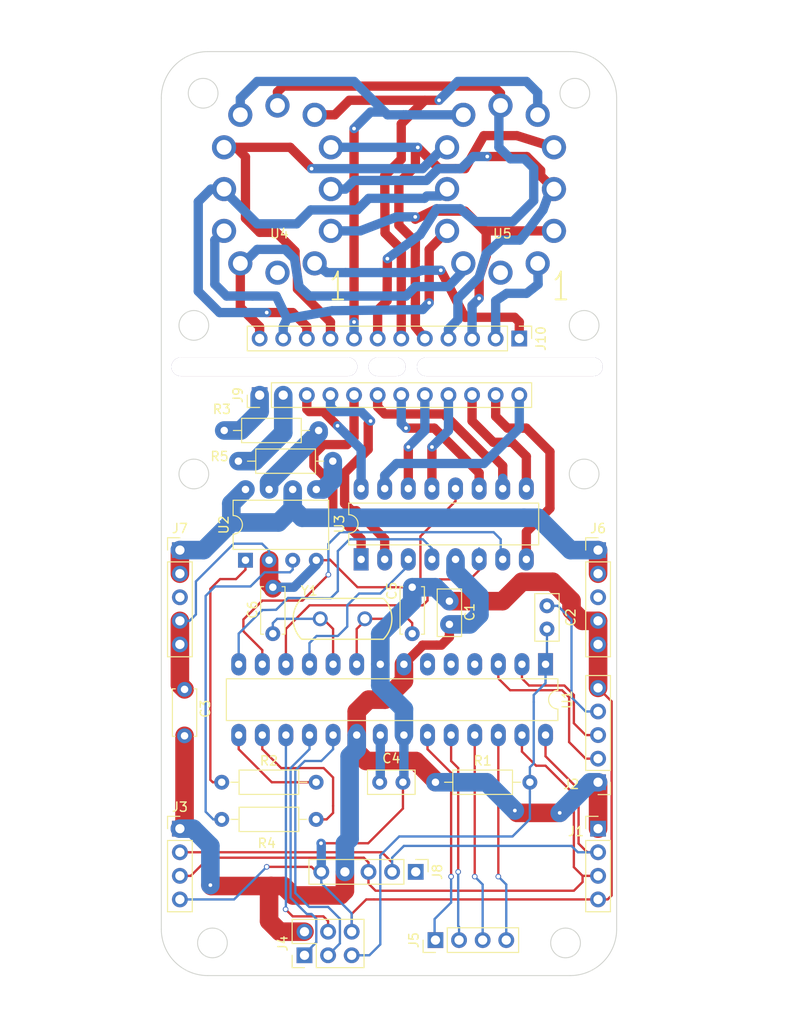
<source format=kicad_pcb>
(kicad_pcb (version 4) (host pcbnew 4.0.7)

  (general
    (links 101)
    (no_connects 0)
    (area 116.926001 38.266 201.826 148.017382)
    (thickness 1.6)
    (drawings 31)
    (tracks 618)
    (zones 0)
    (modules 30)
    (nets 62)
  )

  (page A4)
  (layers
    (0 F.Cu signal)
    (31 B.Cu signal hide)
    (32 B.Adhes user)
    (33 F.Adhes user)
    (34 B.Paste user)
    (35 F.Paste user)
    (36 B.SilkS user)
    (37 F.SilkS user)
    (38 B.Mask user)
    (39 F.Mask user)
    (40 Dwgs.User user)
    (41 Cmts.User user)
    (42 Eco1.User user)
    (43 Eco2.User user)
    (44 Edge.Cuts user)
    (45 Margin user)
    (46 B.CrtYd user)
    (47 F.CrtYd user)
    (48 B.Fab user)
    (49 F.Fab user)
  )

  (setup
    (last_trace_width 0.25)
    (user_trace_width 0.2)
    (user_trace_width 0.6)
    (user_trace_width 1)
    (user_trace_width 2)
    (trace_clearance 0.2)
    (zone_clearance 0.508)
    (zone_45_only no)
    (trace_min 0.2)
    (segment_width 0.2)
    (edge_width 0.15)
    (via_size 0.6)
    (via_drill 0.4)
    (via_min_size 0.4)
    (via_min_drill 0.3)
    (user_via 0.6 0.4)
    (user_via 0.8 0.6)
    (uvia_size 0.3)
    (uvia_drill 0.1)
    (uvias_allowed no)
    (uvia_min_size 0.2)
    (uvia_min_drill 0.1)
    (pcb_text_width 0.3)
    (pcb_text_size 1.5 1.5)
    (mod_edge_width 0.15)
    (mod_text_size 1 1)
    (mod_text_width 0.15)
    (pad_size 1.524 1.524)
    (pad_drill 0.762)
    (pad_to_mask_clearance 0.2)
    (aux_axis_origin 134.3 143.8)
    (grid_origin 176.576 68.118)
    (visible_elements 7FFEFFFF)
    (pcbplotparams
      (layerselection 0x011f0_80000001)
      (usegerberextensions true)
      (excludeedgelayer true)
      (linewidth 0.100000)
      (plotframeref false)
      (viasonmask false)
      (mode 1)
      (useauxorigin false)
      (hpglpennumber 1)
      (hpglpenspeed 20)
      (hpglpendiameter 15)
      (hpglpenoverlay 2)
      (psnegative false)
      (psa4output false)
      (plotreference true)
      (plotvalue true)
      (plotinvisibletext false)
      (padsonsilk false)
      (subtractmaskfromsilk false)
      (outputformat 1)
      (mirror false)
      (drillshape 0)
      (scaleselection 1)
      (outputdirectory gerber/))
  )

  (net 0 "")
  (net 1 +5V)
  (net 2 GND)
  (net 3 /DTR)
  (net 4 /RESET)
  (net 5 "Net-(C4-Pad1)")
  (net 6 "Net-(C5-Pad2)")
  (net 7 "Net-(C6-Pad2)")
  (net 8 /SCL)
  (net 9 /SDA)
  (net 10 /TXD)
  (net 11 /RXD)
  (net 12 /MISO)
  (net 13 /SCK)
  (net 14 /MOSI)
  (net 15 /A0)
  (net 16 /A1)
  (net 17 /A2)
  (net 18 /A3)
  (net 19 +HV)
  (net 20 "Net-(J6-Pad3)")
  (net 21 "Net-(J7-Pad3)")
  (net 22 "Net-(R2-Pad1)")
  (net 23 /NIX_SEL_A)
  (net 24 "Net-(R3-Pad1)")
  (net 25 "Net-(R4-Pad1)")
  (net 26 /NIX_SEL_B)
  (net 27 "Net-(R5-Pad1)")
  (net 28 /D2)
  (net 29 /D5)
  (net 30 /D6)
  (net 31 /BCD_A)
  (net 32 /BCD_B)
  (net 33 /BCD_C)
  (net 34 /BCD_D)
  (net 35 "Net-(U4-Pad12)")
  (net 36 "Net-(U5-Pad12)")
  (net 37 /DS)
  (net 38 "Net-(J9-Pad1)")
  (net 39 "Net-(J9-Pad2)")
  (net 40 "Net-(J9-Pad3)")
  (net 41 "Net-(J9-Pad4)")
  (net 42 "Net-(J9-Pad5)")
  (net 43 "Net-(J9-Pad6)")
  (net 44 "Net-(J9-Pad7)")
  (net 45 "Net-(J9-Pad8)")
  (net 46 "Net-(J9-Pad9)")
  (net 47 "Net-(J9-Pad10)")
  (net 48 "Net-(J9-Pad11)")
  (net 49 "Net-(J9-Pad12)")
  (net 50 /NIX_SEL_A_BASE)
  (net 51 /NIX_SEL_B_BASE)
  (net 52 "Net-(J10-Pad3)")
  (net 53 "Net-(J10-Pad4)")
  (net 54 "Net-(J10-Pad5)")
  (net 55 "Net-(J10-Pad6)")
  (net 56 "Net-(J10-Pad7)")
  (net 57 "Net-(J10-Pad8)")
  (net 58 "Net-(J10-Pad9)")
  (net 59 "Net-(J10-Pad10)")
  (net 60 "Net-(J10-Pad11)")
  (net 61 "Net-(J10-Pad12)")

  (net_class Default "これは標準のネット クラスです。"
    (clearance 0.2)
    (trace_width 0.25)
    (via_dia 0.6)
    (via_drill 0.4)
    (uvia_dia 0.3)
    (uvia_drill 0.1)
    (add_net +5V)
    (add_net +HV)
    (add_net /A0)
    (add_net /A1)
    (add_net /A2)
    (add_net /A3)
    (add_net /BCD_A)
    (add_net /BCD_B)
    (add_net /BCD_C)
    (add_net /BCD_D)
    (add_net /D2)
    (add_net /D5)
    (add_net /D6)
    (add_net /DS)
    (add_net /DTR)
    (add_net /MISO)
    (add_net /MOSI)
    (add_net /NIX_SEL_A)
    (add_net /NIX_SEL_A_BASE)
    (add_net /NIX_SEL_B)
    (add_net /NIX_SEL_B_BASE)
    (add_net /RESET)
    (add_net /RXD)
    (add_net /SCK)
    (add_net /SCL)
    (add_net /SDA)
    (add_net /TXD)
    (add_net GND)
    (add_net "Net-(C4-Pad1)")
    (add_net "Net-(C5-Pad2)")
    (add_net "Net-(C6-Pad2)")
    (add_net "Net-(J10-Pad10)")
    (add_net "Net-(J10-Pad11)")
    (add_net "Net-(J10-Pad12)")
    (add_net "Net-(J10-Pad3)")
    (add_net "Net-(J10-Pad4)")
    (add_net "Net-(J10-Pad5)")
    (add_net "Net-(J10-Pad6)")
    (add_net "Net-(J10-Pad7)")
    (add_net "Net-(J10-Pad8)")
    (add_net "Net-(J10-Pad9)")
    (add_net "Net-(J6-Pad3)")
    (add_net "Net-(J7-Pad3)")
    (add_net "Net-(J9-Pad1)")
    (add_net "Net-(J9-Pad10)")
    (add_net "Net-(J9-Pad11)")
    (add_net "Net-(J9-Pad12)")
    (add_net "Net-(J9-Pad2)")
    (add_net "Net-(J9-Pad3)")
    (add_net "Net-(J9-Pad4)")
    (add_net "Net-(J9-Pad5)")
    (add_net "Net-(J9-Pad6)")
    (add_net "Net-(J9-Pad7)")
    (add_net "Net-(J9-Pad8)")
    (add_net "Net-(J9-Pad9)")
    (add_net "Net-(R2-Pad1)")
    (add_net "Net-(R3-Pad1)")
    (add_net "Net-(R4-Pad1)")
    (add_net "Net-(R5-Pad1)")
    (add_net "Net-(U4-Pad12)")
    (add_net "Net-(U5-Pad12)")
  )

  (net_class Power_1mm ""
    (clearance 0.2)
    (trace_width 1)
    (via_dia 0.8)
    (via_drill 0.6)
    (uvia_dia 0.3)
    (uvia_drill 0.1)
  )

  (net_class Power_2mm ""
    (clearance 0.2)
    (trace_width 2)
    (via_dia 0.8)
    (via_drill 0.6)
    (uvia_dia 0.3)
    (uvia_drill 0.1)
  )

  (module Housings_DIP:DIP-8_W7.62mm (layer F.Cu) (tedit 59C78D6B) (tstamp 59DA69C0)
    (at 143.556 98.09 90)
    (descr "8-lead though-hole mounted DIP package, row spacing 7.62 mm (300 mils)")
    (tags "THT DIP DIL PDIP 2.54mm 7.62mm 300mil")
    (path /59DA8F0C)
    (fp_text reference U2 (at 3.81 -2.33 90) (layer F.SilkS)
      (effects (font (size 1 1) (thickness 0.15)))
    )
    (fp_text value TLP627-2 (at 3.81 9.95 90) (layer F.Fab)
      (effects (font (size 1 1) (thickness 0.15)))
    )
    (fp_arc (start 3.81 -1.33) (end 2.81 -1.33) (angle -180) (layer F.SilkS) (width 0.12))
    (fp_line (start 1.635 -1.27) (end 6.985 -1.27) (layer F.Fab) (width 0.1))
    (fp_line (start 6.985 -1.27) (end 6.985 8.89) (layer F.Fab) (width 0.1))
    (fp_line (start 6.985 8.89) (end 0.635 8.89) (layer F.Fab) (width 0.1))
    (fp_line (start 0.635 8.89) (end 0.635 -0.27) (layer F.Fab) (width 0.1))
    (fp_line (start 0.635 -0.27) (end 1.635 -1.27) (layer F.Fab) (width 0.1))
    (fp_line (start 2.81 -1.33) (end 1.16 -1.33) (layer F.SilkS) (width 0.12))
    (fp_line (start 1.16 -1.33) (end 1.16 8.95) (layer F.SilkS) (width 0.12))
    (fp_line (start 1.16 8.95) (end 6.46 8.95) (layer F.SilkS) (width 0.12))
    (fp_line (start 6.46 8.95) (end 6.46 -1.33) (layer F.SilkS) (width 0.12))
    (fp_line (start 6.46 -1.33) (end 4.81 -1.33) (layer F.SilkS) (width 0.12))
    (fp_line (start -1.1 -1.55) (end -1.1 9.15) (layer F.CrtYd) (width 0.05))
    (fp_line (start -1.1 9.15) (end 8.7 9.15) (layer F.CrtYd) (width 0.05))
    (fp_line (start 8.7 9.15) (end 8.7 -1.55) (layer F.CrtYd) (width 0.05))
    (fp_line (start 8.7 -1.55) (end -1.1 -1.55) (layer F.CrtYd) (width 0.05))
    (fp_text user %R (at 3.81 3.81 90) (layer F.Fab)
      (effects (font (size 1 1) (thickness 0.15)))
    )
    (pad 1 thru_hole rect (at 0 0 90) (size 1.6 1.6) (drill 0.8) (layers *.Cu *.Mask)
      (net 22 "Net-(R2-Pad1)"))
    (pad 5 thru_hole oval (at 7.62 7.62 90) (size 1.6 1.6) (drill 0.8) (layers *.Cu *.Mask)
      (net 27 "Net-(R5-Pad1)"))
    (pad 2 thru_hole oval (at 0 2.54 90) (size 1.6 1.6) (drill 0.8) (layers *.Cu *.Mask)
      (net 2 GND))
    (pad 6 thru_hole oval (at 7.62 5.08 90) (size 1.6 1.6) (drill 0.8) (layers *.Cu *.Mask)
      (net 19 +HV))
    (pad 3 thru_hole oval (at 0 5.08 90) (size 1.6 1.6) (drill 0.8) (layers *.Cu *.Mask)
      (net 25 "Net-(R4-Pad1)"))
    (pad 7 thru_hole oval (at 7.62 2.54 90) (size 1.6 1.6) (drill 0.8) (layers *.Cu *.Mask)
      (net 24 "Net-(R3-Pad1)"))
    (pad 4 thru_hole oval (at 0 7.62 90) (size 1.6 1.6) (drill 0.8) (layers *.Cu *.Mask)
      (net 2 GND))
    (pad 8 thru_hole oval (at 7.62 0 90) (size 1.6 1.6) (drill 0.8) (layers *.Cu *.Mask)
      (net 19 +HV))
    (model ${KISYS3DMOD}/Housings_DIP.3dshapes/DIP-8_W7.62mm.wrl
      (at (xyz 0 0 0))
      (scale (xyz 1 1 1))
      (rotate (xyz 0 0 0))
    )
  )

  (module Capacitors_THT:C_Disc_D5.0mm_W2.5mm_P2.50mm (layer F.Cu) (tedit 59E08BC7) (tstamp 59DA691B)
    (at 165.5 105 90)
    (descr "C, Disc series, Radial, pin pitch=2.50mm, , diameter*width=5*2.5mm^2, Capacitor, http://cdn-reichelt.de/documents/datenblatt/B300/DS_KERKO_TC.pdf")
    (tags "C Disc series Radial pin pitch 2.50mm  diameter 5mm width 2.5mm Capacitor")
    (path /59D9FAF4)
    (fp_text reference C1 (at 1.322 2.186 90) (layer F.SilkS)
      (effects (font (size 1 1) (thickness 0.15)))
    )
    (fp_text value 0.1uF (at 1.25 2.56 90) (layer F.Fab)
      (effects (font (size 1 1) (thickness 0.15)))
    )
    (fp_line (start -1.25 -1.25) (end -1.25 1.25) (layer F.Fab) (width 0.1))
    (fp_line (start -1.25 1.25) (end 3.75 1.25) (layer F.Fab) (width 0.1))
    (fp_line (start 3.75 1.25) (end 3.75 -1.25) (layer F.Fab) (width 0.1))
    (fp_line (start 3.75 -1.25) (end -1.25 -1.25) (layer F.Fab) (width 0.1))
    (fp_line (start -1.31 -1.31) (end 3.81 -1.31) (layer F.SilkS) (width 0.12))
    (fp_line (start -1.31 1.31) (end 3.81 1.31) (layer F.SilkS) (width 0.12))
    (fp_line (start -1.31 -1.31) (end -1.31 1.31) (layer F.SilkS) (width 0.12))
    (fp_line (start 3.81 -1.31) (end 3.81 1.31) (layer F.SilkS) (width 0.12))
    (fp_line (start -1.6 -1.6) (end -1.6 1.6) (layer F.CrtYd) (width 0.05))
    (fp_line (start -1.6 1.6) (end 4.1 1.6) (layer F.CrtYd) (width 0.05))
    (fp_line (start 4.1 1.6) (end 4.1 -1.6) (layer F.CrtYd) (width 0.05))
    (fp_line (start 4.1 -1.6) (end -1.6 -1.6) (layer F.CrtYd) (width 0.05))
    (fp_text user %R (at 1.25 0 90) (layer F.Fab)
      (effects (font (size 1 1) (thickness 0.15)))
    )
    (pad 1 thru_hole circle (at 0 0 90) (size 1.6 1.6) (drill 0.8) (layers *.Cu *.Mask)
      (net 1 +5V))
    (pad 2 thru_hole circle (at 2.5 0 90) (size 1.6 1.6) (drill 0.8) (layers *.Cu *.Mask)
      (net 2 GND))
    (model ${KISYS3DMOD}/Capacitors_THT.3dshapes/C_Disc_D5.0mm_W2.5mm_P2.50mm.wrl
      (at (xyz 0 0 0))
      (scale (xyz 1 1 1))
      (rotate (xyz 0 0 0))
    )
  )

  (module Capacitors_THT:C_Disc_D5.0mm_W2.5mm_P2.50mm (layer F.Cu) (tedit 597BC7C2) (tstamp 59DA6921)
    (at 176 103 270)
    (descr "C, Disc series, Radial, pin pitch=2.50mm, , diameter*width=5*2.5mm^2, Capacitor, http://cdn-reichelt.de/documents/datenblatt/B300/DS_KERKO_TC.pdf")
    (tags "C Disc series Radial pin pitch 2.50mm  diameter 5mm width 2.5mm Capacitor")
    (path /59DA0452)
    (fp_text reference C2 (at 1.25 -2.56 270) (layer F.SilkS)
      (effects (font (size 1 1) (thickness 0.15)))
    )
    (fp_text value 0.1uF (at 1.25 2.56 270) (layer F.Fab)
      (effects (font (size 1 1) (thickness 0.15)))
    )
    (fp_line (start -1.25 -1.25) (end -1.25 1.25) (layer F.Fab) (width 0.1))
    (fp_line (start -1.25 1.25) (end 3.75 1.25) (layer F.Fab) (width 0.1))
    (fp_line (start 3.75 1.25) (end 3.75 -1.25) (layer F.Fab) (width 0.1))
    (fp_line (start 3.75 -1.25) (end -1.25 -1.25) (layer F.Fab) (width 0.1))
    (fp_line (start -1.31 -1.31) (end 3.81 -1.31) (layer F.SilkS) (width 0.12))
    (fp_line (start -1.31 1.31) (end 3.81 1.31) (layer F.SilkS) (width 0.12))
    (fp_line (start -1.31 -1.31) (end -1.31 1.31) (layer F.SilkS) (width 0.12))
    (fp_line (start 3.81 -1.31) (end 3.81 1.31) (layer F.SilkS) (width 0.12))
    (fp_line (start -1.6 -1.6) (end -1.6 1.6) (layer F.CrtYd) (width 0.05))
    (fp_line (start -1.6 1.6) (end 4.1 1.6) (layer F.CrtYd) (width 0.05))
    (fp_line (start 4.1 1.6) (end 4.1 -1.6) (layer F.CrtYd) (width 0.05))
    (fp_line (start 4.1 -1.6) (end -1.6 -1.6) (layer F.CrtYd) (width 0.05))
    (fp_text user %R (at 1.25 0 270) (layer F.Fab)
      (effects (font (size 1 1) (thickness 0.15)))
    )
    (pad 1 thru_hole circle (at 0 0 270) (size 1.6 1.6) (drill 0.8) (layers *.Cu *.Mask)
      (net 3 /DTR))
    (pad 2 thru_hole circle (at 2.5 0 270) (size 1.6 1.6) (drill 0.8) (layers *.Cu *.Mask)
      (net 4 /RESET))
    (model ${KISYS3DMOD}/Capacitors_THT.3dshapes/C_Disc_D5.0mm_W2.5mm_P2.50mm.wrl
      (at (xyz 0 0 0))
      (scale (xyz 1 1 1))
      (rotate (xyz 0 0 0))
    )
  )

  (module Capacitors_THT:C_Disc_D5.0mm_W2.5mm_P5.00mm (layer F.Cu) (tedit 59E08B7F) (tstamp 59DA6927)
    (at 137 117 90)
    (descr "C, Disc series, Radial, pin pitch=5.00mm, , diameter*width=5*2.5mm^2, Capacitor, http://cdn-reichelt.de/documents/datenblatt/B300/DS_KERKO_TC.pdf")
    (tags "C Disc series Radial pin pitch 5.00mm  diameter 5mm width 2.5mm Capacitor")
    (path /59D9FC3B)
    (fp_text reference C3 (at 2.908 2.238 90) (layer F.SilkS)
      (effects (font (size 1 1) (thickness 0.15)))
    )
    (fp_text value 4.7uF (at 2.5 2.56 90) (layer F.Fab)
      (effects (font (size 1 1) (thickness 0.15)))
    )
    (fp_line (start 0 -1.25) (end 0 1.25) (layer F.Fab) (width 0.1))
    (fp_line (start 0 1.25) (end 5 1.25) (layer F.Fab) (width 0.1))
    (fp_line (start 5 1.25) (end 5 -1.25) (layer F.Fab) (width 0.1))
    (fp_line (start 5 -1.25) (end 0 -1.25) (layer F.Fab) (width 0.1))
    (fp_line (start -0.06 -1.31) (end 5.06 -1.31) (layer F.SilkS) (width 0.12))
    (fp_line (start -0.06 1.31) (end 5.06 1.31) (layer F.SilkS) (width 0.12))
    (fp_line (start -0.06 -1.31) (end -0.06 -0.996) (layer F.SilkS) (width 0.12))
    (fp_line (start -0.06 0.996) (end -0.06 1.31) (layer F.SilkS) (width 0.12))
    (fp_line (start 5.06 -1.31) (end 5.06 -0.996) (layer F.SilkS) (width 0.12))
    (fp_line (start 5.06 0.996) (end 5.06 1.31) (layer F.SilkS) (width 0.12))
    (fp_line (start -1.05 -1.6) (end -1.05 1.6) (layer F.CrtYd) (width 0.05))
    (fp_line (start -1.05 1.6) (end 6.05 1.6) (layer F.CrtYd) (width 0.05))
    (fp_line (start 6.05 1.6) (end 6.05 -1.6) (layer F.CrtYd) (width 0.05))
    (fp_line (start 6.05 -1.6) (end -1.05 -1.6) (layer F.CrtYd) (width 0.05))
    (fp_text user %R (at 2.5 0 90) (layer F.Fab)
      (effects (font (size 1 1) (thickness 0.15)))
    )
    (pad 1 thru_hole circle (at 0 0 90) (size 1.6 1.6) (drill 0.8) (layers *.Cu *.Mask)
      (net 1 +5V))
    (pad 2 thru_hole circle (at 5 0 90) (size 1.6 1.6) (drill 0.8) (layers *.Cu *.Mask)
      (net 2 GND))
    (model ${KISYS3DMOD}/Capacitors_THT.3dshapes/C_Disc_D5.0mm_W2.5mm_P5.00mm.wrl
      (at (xyz 0 0 0))
      (scale (xyz 1 1 1))
      (rotate (xyz 0 0 0))
    )
  )

  (module Capacitors_THT:C_Disc_D5.0mm_W2.5mm_P2.50mm (layer F.Cu) (tedit 597BC7C2) (tstamp 59DA692D)
    (at 158 122)
    (descr "C, Disc series, Radial, pin pitch=2.50mm, , diameter*width=5*2.5mm^2, Capacitor, http://cdn-reichelt.de/documents/datenblatt/B300/DS_KERKO_TC.pdf")
    (tags "C Disc series Radial pin pitch 2.50mm  diameter 5mm width 2.5mm Capacitor")
    (path /59D9FD4C)
    (fp_text reference C4 (at 1.25 -2.56) (layer F.SilkS)
      (effects (font (size 1 1) (thickness 0.15)))
    )
    (fp_text value 0.1uF (at 1.25 2.56) (layer F.Fab)
      (effects (font (size 1 1) (thickness 0.15)))
    )
    (fp_line (start -1.25 -1.25) (end -1.25 1.25) (layer F.Fab) (width 0.1))
    (fp_line (start -1.25 1.25) (end 3.75 1.25) (layer F.Fab) (width 0.1))
    (fp_line (start 3.75 1.25) (end 3.75 -1.25) (layer F.Fab) (width 0.1))
    (fp_line (start 3.75 -1.25) (end -1.25 -1.25) (layer F.Fab) (width 0.1))
    (fp_line (start -1.31 -1.31) (end 3.81 -1.31) (layer F.SilkS) (width 0.12))
    (fp_line (start -1.31 1.31) (end 3.81 1.31) (layer F.SilkS) (width 0.12))
    (fp_line (start -1.31 -1.31) (end -1.31 1.31) (layer F.SilkS) (width 0.12))
    (fp_line (start 3.81 -1.31) (end 3.81 1.31) (layer F.SilkS) (width 0.12))
    (fp_line (start -1.6 -1.6) (end -1.6 1.6) (layer F.CrtYd) (width 0.05))
    (fp_line (start -1.6 1.6) (end 4.1 1.6) (layer F.CrtYd) (width 0.05))
    (fp_line (start 4.1 1.6) (end 4.1 -1.6) (layer F.CrtYd) (width 0.05))
    (fp_line (start 4.1 -1.6) (end -1.6 -1.6) (layer F.CrtYd) (width 0.05))
    (fp_text user %R (at 1.25 0) (layer F.Fab)
      (effects (font (size 1 1) (thickness 0.15)))
    )
    (pad 1 thru_hole circle (at 0 0) (size 1.6 1.6) (drill 0.8) (layers *.Cu *.Mask)
      (net 5 "Net-(C4-Pad1)"))
    (pad 2 thru_hole circle (at 2.5 0) (size 1.6 1.6) (drill 0.8) (layers *.Cu *.Mask)
      (net 2 GND))
    (model ${KISYS3DMOD}/Capacitors_THT.3dshapes/C_Disc_D5.0mm_W2.5mm_P2.50mm.wrl
      (at (xyz 0 0 0))
      (scale (xyz 1 1 1))
      (rotate (xyz 0 0 0))
    )
  )

  (module Capacitors_THT:C_Disc_D5.0mm_W2.5mm_P5.00mm (layer F.Cu) (tedit 59E08BCA) (tstamp 59DA6933)
    (at 161.5 101 270)
    (descr "C, Disc series, Radial, pin pitch=5.00mm, , diameter*width=5*2.5mm^2, Capacitor, http://cdn-reichelt.de/documents/datenblatt/B300/DS_KERKO_TC.pdf")
    (tags "C Disc series Radial pin pitch 5.00mm  diameter 5mm width 2.5mm Capacitor")
    (path /59DA1415)
    (fp_text reference C5 (at 0.392 2.196 270) (layer F.SilkS)
      (effects (font (size 1 1) (thickness 0.15)))
    )
    (fp_text value 22pF (at 2.5 2.56 270) (layer F.Fab)
      (effects (font (size 1 1) (thickness 0.15)))
    )
    (fp_line (start 0 -1.25) (end 0 1.25) (layer F.Fab) (width 0.1))
    (fp_line (start 0 1.25) (end 5 1.25) (layer F.Fab) (width 0.1))
    (fp_line (start 5 1.25) (end 5 -1.25) (layer F.Fab) (width 0.1))
    (fp_line (start 5 -1.25) (end 0 -1.25) (layer F.Fab) (width 0.1))
    (fp_line (start -0.06 -1.31) (end 5.06 -1.31) (layer F.SilkS) (width 0.12))
    (fp_line (start -0.06 1.31) (end 5.06 1.31) (layer F.SilkS) (width 0.12))
    (fp_line (start -0.06 -1.31) (end -0.06 -0.996) (layer F.SilkS) (width 0.12))
    (fp_line (start -0.06 0.996) (end -0.06 1.31) (layer F.SilkS) (width 0.12))
    (fp_line (start 5.06 -1.31) (end 5.06 -0.996) (layer F.SilkS) (width 0.12))
    (fp_line (start 5.06 0.996) (end 5.06 1.31) (layer F.SilkS) (width 0.12))
    (fp_line (start -1.05 -1.6) (end -1.05 1.6) (layer F.CrtYd) (width 0.05))
    (fp_line (start -1.05 1.6) (end 6.05 1.6) (layer F.CrtYd) (width 0.05))
    (fp_line (start 6.05 1.6) (end 6.05 -1.6) (layer F.CrtYd) (width 0.05))
    (fp_line (start 6.05 -1.6) (end -1.05 -1.6) (layer F.CrtYd) (width 0.05))
    (fp_text user %R (at 2.5 0 270) (layer F.Fab)
      (effects (font (size 1 1) (thickness 0.15)))
    )
    (pad 1 thru_hole circle (at 0 0 270) (size 1.6 1.6) (drill 0.8) (layers *.Cu *.Mask)
      (net 2 GND))
    (pad 2 thru_hole circle (at 5 0 270) (size 1.6 1.6) (drill 0.8) (layers *.Cu *.Mask)
      (net 6 "Net-(C5-Pad2)"))
    (model ${KISYS3DMOD}/Capacitors_THT.3dshapes/C_Disc_D5.0mm_W2.5mm_P5.00mm.wrl
      (at (xyz 0 0 0))
      (scale (xyz 1 1 1))
      (rotate (xyz 0 0 0))
    )
  )

  (module Capacitors_THT:C_Disc_D5.0mm_W2.5mm_P5.00mm (layer F.Cu) (tedit 59E08BBF) (tstamp 59DA6939)
    (at 146.5 101 270)
    (descr "C, Disc series, Radial, pin pitch=5.00mm, , diameter*width=5*2.5mm^2, Capacitor, http://cdn-reichelt.de/documents/datenblatt/B300/DS_KERKO_TC.pdf")
    (tags "C Disc series Radial pin pitch 5.00mm  diameter 5mm width 2.5mm Capacitor")
    (path /59DA148C)
    (fp_text reference C6 (at 2.424 2.182 270) (layer F.SilkS)
      (effects (font (size 1 1) (thickness 0.15)))
    )
    (fp_text value 22pF (at 2.5 2.56 270) (layer F.Fab)
      (effects (font (size 1 1) (thickness 0.15)))
    )
    (fp_line (start 0 -1.25) (end 0 1.25) (layer F.Fab) (width 0.1))
    (fp_line (start 0 1.25) (end 5 1.25) (layer F.Fab) (width 0.1))
    (fp_line (start 5 1.25) (end 5 -1.25) (layer F.Fab) (width 0.1))
    (fp_line (start 5 -1.25) (end 0 -1.25) (layer F.Fab) (width 0.1))
    (fp_line (start -0.06 -1.31) (end 5.06 -1.31) (layer F.SilkS) (width 0.12))
    (fp_line (start -0.06 1.31) (end 5.06 1.31) (layer F.SilkS) (width 0.12))
    (fp_line (start -0.06 -1.31) (end -0.06 -0.996) (layer F.SilkS) (width 0.12))
    (fp_line (start -0.06 0.996) (end -0.06 1.31) (layer F.SilkS) (width 0.12))
    (fp_line (start 5.06 -1.31) (end 5.06 -0.996) (layer F.SilkS) (width 0.12))
    (fp_line (start 5.06 0.996) (end 5.06 1.31) (layer F.SilkS) (width 0.12))
    (fp_line (start -1.05 -1.6) (end -1.05 1.6) (layer F.CrtYd) (width 0.05))
    (fp_line (start -1.05 1.6) (end 6.05 1.6) (layer F.CrtYd) (width 0.05))
    (fp_line (start 6.05 1.6) (end 6.05 -1.6) (layer F.CrtYd) (width 0.05))
    (fp_line (start 6.05 -1.6) (end -1.05 -1.6) (layer F.CrtYd) (width 0.05))
    (fp_text user %R (at 2.5 0 270) (layer F.Fab)
      (effects (font (size 1 1) (thickness 0.15)))
    )
    (pad 1 thru_hole circle (at 0 0 270) (size 1.6 1.6) (drill 0.8) (layers *.Cu *.Mask)
      (net 2 GND))
    (pad 2 thru_hole circle (at 5 0 270) (size 1.6 1.6) (drill 0.8) (layers *.Cu *.Mask)
      (net 7 "Net-(C6-Pad2)"))
    (model ${KISYS3DMOD}/Capacitors_THT.3dshapes/C_Disc_D5.0mm_W2.5mm_P5.00mm.wrl
      (at (xyz 0 0 0))
      (scale (xyz 1 1 1))
      (rotate (xyz 0 0 0))
    )
  )

  (module Pin_Headers:Pin_Header_Straight_1x04_Pitch2.54mm (layer F.Cu) (tedit 59E08BF3) (tstamp 59DA6941)
    (at 181.5 127)
    (descr "Through hole straight pin header, 1x04, 2.54mm pitch, single row")
    (tags "Through hole pin header THT 1x04 2.54mm single row")
    (path /59DA0615)
    (fp_text reference J1 (at -2.384 0.3) (layer F.SilkS)
      (effects (font (size 1 1) (thickness 0.15)))
    )
    (fp_text value Conn_01x04 (at 0 9.95) (layer F.Fab)
      (effects (font (size 1 1) (thickness 0.15)))
    )
    (fp_line (start -0.635 -1.27) (end 1.27 -1.27) (layer F.Fab) (width 0.1))
    (fp_line (start 1.27 -1.27) (end 1.27 8.89) (layer F.Fab) (width 0.1))
    (fp_line (start 1.27 8.89) (end -1.27 8.89) (layer F.Fab) (width 0.1))
    (fp_line (start -1.27 8.89) (end -1.27 -0.635) (layer F.Fab) (width 0.1))
    (fp_line (start -1.27 -0.635) (end -0.635 -1.27) (layer F.Fab) (width 0.1))
    (fp_line (start -1.33 8.95) (end 1.33 8.95) (layer F.SilkS) (width 0.12))
    (fp_line (start -1.33 1.27) (end -1.33 8.95) (layer F.SilkS) (width 0.12))
    (fp_line (start 1.33 1.27) (end 1.33 8.95) (layer F.SilkS) (width 0.12))
    (fp_line (start -1.33 1.27) (end 1.33 1.27) (layer F.SilkS) (width 0.12))
    (fp_line (start -1.33 0) (end -1.33 -1.33) (layer F.SilkS) (width 0.12))
    (fp_line (start -1.33 -1.33) (end 0 -1.33) (layer F.SilkS) (width 0.12))
    (fp_line (start -1.8 -1.8) (end -1.8 9.4) (layer F.CrtYd) (width 0.05))
    (fp_line (start -1.8 9.4) (end 1.8 9.4) (layer F.CrtYd) (width 0.05))
    (fp_line (start 1.8 9.4) (end 1.8 -1.8) (layer F.CrtYd) (width 0.05))
    (fp_line (start 1.8 -1.8) (end -1.8 -1.8) (layer F.CrtYd) (width 0.05))
    (fp_text user %R (at 0 3.81 90) (layer F.Fab)
      (effects (font (size 1 1) (thickness 0.15)))
    )
    (pad 1 thru_hole rect (at 0 0) (size 1.7 1.7) (drill 1) (layers *.Cu *.Mask)
      (net 1 +5V))
    (pad 2 thru_hole oval (at 0 2.54) (size 1.7 1.7) (drill 1) (layers *.Cu *.Mask)
      (net 8 /SCL))
    (pad 3 thru_hole oval (at 0 5.08) (size 1.7 1.7) (drill 1) (layers *.Cu *.Mask)
      (net 9 /SDA))
    (pad 4 thru_hole oval (at 0 7.62) (size 1.7 1.7) (drill 1) (layers *.Cu *.Mask)
      (net 2 GND))
    (model ${KISYS3DMOD}/Pin_Headers.3dshapes/Pin_Header_Straight_1x04_Pitch2.54mm.wrl
      (at (xyz 0 0 0))
      (scale (xyz 1 1 1))
      (rotate (xyz 0 0 0))
    )
  )

  (module Pin_Headers:Pin_Header_Straight_1x05_Pitch2.54mm (layer F.Cu) (tedit 59E08BFB) (tstamp 59DA694A)
    (at 181.5 122 180)
    (descr "Through hole straight pin header, 1x05, 2.54mm pitch, single row")
    (tags "Through hole pin header THT 1x05 2.54mm single row")
    (path /59DA01ED)
    (fp_text reference J2 (at 2.892 -0.22 180) (layer F.SilkS)
      (effects (font (size 1 1) (thickness 0.15)))
    )
    (fp_text value Conn_01x05 (at 0 12.49 180) (layer F.Fab)
      (effects (font (size 1 1) (thickness 0.15)))
    )
    (fp_line (start -0.635 -1.27) (end 1.27 -1.27) (layer F.Fab) (width 0.1))
    (fp_line (start 1.27 -1.27) (end 1.27 11.43) (layer F.Fab) (width 0.1))
    (fp_line (start 1.27 11.43) (end -1.27 11.43) (layer F.Fab) (width 0.1))
    (fp_line (start -1.27 11.43) (end -1.27 -0.635) (layer F.Fab) (width 0.1))
    (fp_line (start -1.27 -0.635) (end -0.635 -1.27) (layer F.Fab) (width 0.1))
    (fp_line (start -1.33 11.49) (end 1.33 11.49) (layer F.SilkS) (width 0.12))
    (fp_line (start -1.33 1.27) (end -1.33 11.49) (layer F.SilkS) (width 0.12))
    (fp_line (start 1.33 1.27) (end 1.33 11.49) (layer F.SilkS) (width 0.12))
    (fp_line (start -1.33 1.27) (end 1.33 1.27) (layer F.SilkS) (width 0.12))
    (fp_line (start -1.33 0) (end -1.33 -1.33) (layer F.SilkS) (width 0.12))
    (fp_line (start -1.33 -1.33) (end 0 -1.33) (layer F.SilkS) (width 0.12))
    (fp_line (start -1.8 -1.8) (end -1.8 11.95) (layer F.CrtYd) (width 0.05))
    (fp_line (start -1.8 11.95) (end 1.8 11.95) (layer F.CrtYd) (width 0.05))
    (fp_line (start 1.8 11.95) (end 1.8 -1.8) (layer F.CrtYd) (width 0.05))
    (fp_line (start 1.8 -1.8) (end -1.8 -1.8) (layer F.CrtYd) (width 0.05))
    (fp_text user %R (at 0 5.08 270) (layer F.Fab)
      (effects (font (size 1 1) (thickness 0.15)))
    )
    (pad 1 thru_hole rect (at 0 0 180) (size 1.7 1.7) (drill 1) (layers *.Cu *.Mask)
      (net 1 +5V))
    (pad 2 thru_hole oval (at 0 2.54 180) (size 1.7 1.7) (drill 1) (layers *.Cu *.Mask)
      (net 10 /TXD))
    (pad 3 thru_hole oval (at 0 5.08 180) (size 1.7 1.7) (drill 1) (layers *.Cu *.Mask)
      (net 11 /RXD))
    (pad 4 thru_hole oval (at 0 7.62 180) (size 1.7 1.7) (drill 1) (layers *.Cu *.Mask)
      (net 3 /DTR))
    (pad 5 thru_hole oval (at 0 10.16 180) (size 1.7 1.7) (drill 1) (layers *.Cu *.Mask)
      (net 2 GND))
    (model ${KISYS3DMOD}/Pin_Headers.3dshapes/Pin_Header_Straight_1x05_Pitch2.54mm.wrl
      (at (xyz 0 0 0))
      (scale (xyz 1 1 1))
      (rotate (xyz 0 0 0))
    )
  )

  (module Pin_Headers:Pin_Header_Straight_1x04_Pitch2.54mm (layer F.Cu) (tedit 59650532) (tstamp 59DA6952)
    (at 136.5 127)
    (descr "Through hole straight pin header, 1x04, 2.54mm pitch, single row")
    (tags "Through hole pin header THT 1x04 2.54mm single row")
    (path /59DA0A7B)
    (fp_text reference J3 (at 0 -2.33) (layer F.SilkS)
      (effects (font (size 1 1) (thickness 0.15)))
    )
    (fp_text value Conn_01x04 (at 0 9.95) (layer F.Fab)
      (effects (font (size 1 1) (thickness 0.15)))
    )
    (fp_line (start -0.635 -1.27) (end 1.27 -1.27) (layer F.Fab) (width 0.1))
    (fp_line (start 1.27 -1.27) (end 1.27 8.89) (layer F.Fab) (width 0.1))
    (fp_line (start 1.27 8.89) (end -1.27 8.89) (layer F.Fab) (width 0.1))
    (fp_line (start -1.27 8.89) (end -1.27 -0.635) (layer F.Fab) (width 0.1))
    (fp_line (start -1.27 -0.635) (end -0.635 -1.27) (layer F.Fab) (width 0.1))
    (fp_line (start -1.33 8.95) (end 1.33 8.95) (layer F.SilkS) (width 0.12))
    (fp_line (start -1.33 1.27) (end -1.33 8.95) (layer F.SilkS) (width 0.12))
    (fp_line (start 1.33 1.27) (end 1.33 8.95) (layer F.SilkS) (width 0.12))
    (fp_line (start -1.33 1.27) (end 1.33 1.27) (layer F.SilkS) (width 0.12))
    (fp_line (start -1.33 0) (end -1.33 -1.33) (layer F.SilkS) (width 0.12))
    (fp_line (start -1.33 -1.33) (end 0 -1.33) (layer F.SilkS) (width 0.12))
    (fp_line (start -1.8 -1.8) (end -1.8 9.4) (layer F.CrtYd) (width 0.05))
    (fp_line (start -1.8 9.4) (end 1.8 9.4) (layer F.CrtYd) (width 0.05))
    (fp_line (start 1.8 9.4) (end 1.8 -1.8) (layer F.CrtYd) (width 0.05))
    (fp_line (start 1.8 -1.8) (end -1.8 -1.8) (layer F.CrtYd) (width 0.05))
    (fp_text user %R (at 0 3.81 90) (layer F.Fab)
      (effects (font (size 1 1) (thickness 0.15)))
    )
    (pad 1 thru_hole rect (at 0 0) (size 1.7 1.7) (drill 1) (layers *.Cu *.Mask)
      (net 1 +5V))
    (pad 2 thru_hole oval (at 0 2.54) (size 1.7 1.7) (drill 1) (layers *.Cu *.Mask)
      (net 8 /SCL))
    (pad 3 thru_hole oval (at 0 5.08) (size 1.7 1.7) (drill 1) (layers *.Cu *.Mask)
      (net 9 /SDA))
    (pad 4 thru_hole oval (at 0 7.62) (size 1.7 1.7) (drill 1) (layers *.Cu *.Mask)
      (net 2 GND))
    (model ${KISYS3DMOD}/Pin_Headers.3dshapes/Pin_Header_Straight_1x04_Pitch2.54mm.wrl
      (at (xyz 0 0 0))
      (scale (xyz 1 1 1))
      (rotate (xyz 0 0 0))
    )
  )

  (module Pin_Headers:Pin_Header_Straight_2x03_Pitch2.54mm (layer F.Cu) (tedit 59650532) (tstamp 59DA695C)
    (at 149.906 140.635 90)
    (descr "Through hole straight pin header, 2x03, 2.54mm pitch, double rows")
    (tags "Through hole pin header THT 2x03 2.54mm double row")
    (path /59D9FE88)
    (fp_text reference J4 (at 1.27 -2.33 90) (layer F.SilkS)
      (effects (font (size 1 1) (thickness 0.15)))
    )
    (fp_text value Conn_02x03_Odd_Even (at 1.27 7.41 90) (layer F.Fab)
      (effects (font (size 1 1) (thickness 0.15)))
    )
    (fp_line (start 0 -1.27) (end 3.81 -1.27) (layer F.Fab) (width 0.1))
    (fp_line (start 3.81 -1.27) (end 3.81 6.35) (layer F.Fab) (width 0.1))
    (fp_line (start 3.81 6.35) (end -1.27 6.35) (layer F.Fab) (width 0.1))
    (fp_line (start -1.27 6.35) (end -1.27 0) (layer F.Fab) (width 0.1))
    (fp_line (start -1.27 0) (end 0 -1.27) (layer F.Fab) (width 0.1))
    (fp_line (start -1.33 6.41) (end 3.87 6.41) (layer F.SilkS) (width 0.12))
    (fp_line (start -1.33 1.27) (end -1.33 6.41) (layer F.SilkS) (width 0.12))
    (fp_line (start 3.87 -1.33) (end 3.87 6.41) (layer F.SilkS) (width 0.12))
    (fp_line (start -1.33 1.27) (end 1.27 1.27) (layer F.SilkS) (width 0.12))
    (fp_line (start 1.27 1.27) (end 1.27 -1.33) (layer F.SilkS) (width 0.12))
    (fp_line (start 1.27 -1.33) (end 3.87 -1.33) (layer F.SilkS) (width 0.12))
    (fp_line (start -1.33 0) (end -1.33 -1.33) (layer F.SilkS) (width 0.12))
    (fp_line (start -1.33 -1.33) (end 0 -1.33) (layer F.SilkS) (width 0.12))
    (fp_line (start -1.8 -1.8) (end -1.8 6.85) (layer F.CrtYd) (width 0.05))
    (fp_line (start -1.8 6.85) (end 4.35 6.85) (layer F.CrtYd) (width 0.05))
    (fp_line (start 4.35 6.85) (end 4.35 -1.8) (layer F.CrtYd) (width 0.05))
    (fp_line (start 4.35 -1.8) (end -1.8 -1.8) (layer F.CrtYd) (width 0.05))
    (fp_text user %R (at 1.27 2.54 180) (layer F.Fab)
      (effects (font (size 1 1) (thickness 0.15)))
    )
    (pad 1 thru_hole rect (at 0 0 90) (size 1.7 1.7) (drill 1) (layers *.Cu *.Mask)
      (net 12 /MISO))
    (pad 2 thru_hole oval (at 2.54 0 90) (size 1.7 1.7) (drill 1) (layers *.Cu *.Mask)
      (net 1 +5V))
    (pad 3 thru_hole oval (at 0 2.54 90) (size 1.7 1.7) (drill 1) (layers *.Cu *.Mask)
      (net 13 /SCK))
    (pad 4 thru_hole oval (at 2.54 2.54 90) (size 1.7 1.7) (drill 1) (layers *.Cu *.Mask)
      (net 14 /MOSI))
    (pad 5 thru_hole oval (at 0 5.08 90) (size 1.7 1.7) (drill 1) (layers *.Cu *.Mask)
      (net 4 /RESET))
    (pad 6 thru_hole oval (at 2.54 5.08 90) (size 1.7 1.7) (drill 1) (layers *.Cu *.Mask)
      (net 2 GND))
    (model ${KISYS3DMOD}/Pin_Headers.3dshapes/Pin_Header_Straight_2x03_Pitch2.54mm.wrl
      (at (xyz 0 0 0))
      (scale (xyz 1 1 1))
      (rotate (xyz 0 0 0))
    )
  )

  (module Pin_Headers:Pin_Header_Straight_1x04_Pitch2.54mm (layer F.Cu) (tedit 59650532) (tstamp 59DA6964)
    (at 164 139 90)
    (descr "Through hole straight pin header, 1x04, 2.54mm pitch, single row")
    (tags "Through hole pin header THT 1x04 2.54mm single row")
    (path /59DB4C3E)
    (fp_text reference J5 (at 0 -2.33 90) (layer F.SilkS)
      (effects (font (size 1 1) (thickness 0.15)))
    )
    (fp_text value Conn_01x04 (at 0 9.95 90) (layer F.Fab)
      (effects (font (size 1 1) (thickness 0.15)))
    )
    (fp_line (start -0.635 -1.27) (end 1.27 -1.27) (layer F.Fab) (width 0.1))
    (fp_line (start 1.27 -1.27) (end 1.27 8.89) (layer F.Fab) (width 0.1))
    (fp_line (start 1.27 8.89) (end -1.27 8.89) (layer F.Fab) (width 0.1))
    (fp_line (start -1.27 8.89) (end -1.27 -0.635) (layer F.Fab) (width 0.1))
    (fp_line (start -1.27 -0.635) (end -0.635 -1.27) (layer F.Fab) (width 0.1))
    (fp_line (start -1.33 8.95) (end 1.33 8.95) (layer F.SilkS) (width 0.12))
    (fp_line (start -1.33 1.27) (end -1.33 8.95) (layer F.SilkS) (width 0.12))
    (fp_line (start 1.33 1.27) (end 1.33 8.95) (layer F.SilkS) (width 0.12))
    (fp_line (start -1.33 1.27) (end 1.33 1.27) (layer F.SilkS) (width 0.12))
    (fp_line (start -1.33 0) (end -1.33 -1.33) (layer F.SilkS) (width 0.12))
    (fp_line (start -1.33 -1.33) (end 0 -1.33) (layer F.SilkS) (width 0.12))
    (fp_line (start -1.8 -1.8) (end -1.8 9.4) (layer F.CrtYd) (width 0.05))
    (fp_line (start -1.8 9.4) (end 1.8 9.4) (layer F.CrtYd) (width 0.05))
    (fp_line (start 1.8 9.4) (end 1.8 -1.8) (layer F.CrtYd) (width 0.05))
    (fp_line (start 1.8 -1.8) (end -1.8 -1.8) (layer F.CrtYd) (width 0.05))
    (fp_text user %R (at 0 3.81 180) (layer F.Fab)
      (effects (font (size 1 1) (thickness 0.15)))
    )
    (pad 1 thru_hole rect (at 0 0 90) (size 1.7 1.7) (drill 1) (layers *.Cu *.Mask)
      (net 15 /A0))
    (pad 2 thru_hole oval (at 0 2.54 90) (size 1.7 1.7) (drill 1) (layers *.Cu *.Mask)
      (net 16 /A1))
    (pad 3 thru_hole oval (at 0 5.08 90) (size 1.7 1.7) (drill 1) (layers *.Cu *.Mask)
      (net 17 /A2))
    (pad 4 thru_hole oval (at 0 7.62 90) (size 1.7 1.7) (drill 1) (layers *.Cu *.Mask)
      (net 18 /A3))
    (model ${KISYS3DMOD}/Pin_Headers.3dshapes/Pin_Header_Straight_1x04_Pitch2.54mm.wrl
      (at (xyz 0 0 0))
      (scale (xyz 1 1 1))
      (rotate (xyz 0 0 0))
    )
  )

  (module Pin_Headers:Pin_Header_Straight_1x05_Pitch2.54mm (layer F.Cu) (tedit 59650532) (tstamp 59DA696D)
    (at 181.5 97)
    (descr "Through hole straight pin header, 1x05, 2.54mm pitch, single row")
    (tags "Through hole pin header THT 1x05 2.54mm single row")
    (path /59DA5FB3)
    (fp_text reference J6 (at 0 -2.33) (layer F.SilkS)
      (effects (font (size 1 1) (thickness 0.15)))
    )
    (fp_text value Conn_01x05 (at 0 12.49) (layer F.Fab)
      (effects (font (size 1 1) (thickness 0.15)))
    )
    (fp_line (start -0.635 -1.27) (end 1.27 -1.27) (layer F.Fab) (width 0.1))
    (fp_line (start 1.27 -1.27) (end 1.27 11.43) (layer F.Fab) (width 0.1))
    (fp_line (start 1.27 11.43) (end -1.27 11.43) (layer F.Fab) (width 0.1))
    (fp_line (start -1.27 11.43) (end -1.27 -0.635) (layer F.Fab) (width 0.1))
    (fp_line (start -1.27 -0.635) (end -0.635 -1.27) (layer F.Fab) (width 0.1))
    (fp_line (start -1.33 11.49) (end 1.33 11.49) (layer F.SilkS) (width 0.12))
    (fp_line (start -1.33 1.27) (end -1.33 11.49) (layer F.SilkS) (width 0.12))
    (fp_line (start 1.33 1.27) (end 1.33 11.49) (layer F.SilkS) (width 0.12))
    (fp_line (start -1.33 1.27) (end 1.33 1.27) (layer F.SilkS) (width 0.12))
    (fp_line (start -1.33 0) (end -1.33 -1.33) (layer F.SilkS) (width 0.12))
    (fp_line (start -1.33 -1.33) (end 0 -1.33) (layer F.SilkS) (width 0.12))
    (fp_line (start -1.8 -1.8) (end -1.8 11.95) (layer F.CrtYd) (width 0.05))
    (fp_line (start -1.8 11.95) (end 1.8 11.95) (layer F.CrtYd) (width 0.05))
    (fp_line (start 1.8 11.95) (end 1.8 -1.8) (layer F.CrtYd) (width 0.05))
    (fp_line (start 1.8 -1.8) (end -1.8 -1.8) (layer F.CrtYd) (width 0.05))
    (fp_text user %R (at 0 5.08 90) (layer F.Fab)
      (effects (font (size 1 1) (thickness 0.15)))
    )
    (pad 1 thru_hole rect (at 0 0) (size 1.7 1.7) (drill 1) (layers *.Cu *.Mask)
      (net 19 +HV))
    (pad 2 thru_hole oval (at 0 2.54) (size 1.7 1.7) (drill 1) (layers *.Cu *.Mask)
      (net 19 +HV))
    (pad 3 thru_hole oval (at 0 5.08) (size 1.7 1.7) (drill 1) (layers *.Cu *.Mask)
      (net 20 "Net-(J6-Pad3)"))
    (pad 4 thru_hole oval (at 0 7.62) (size 1.7 1.7) (drill 1) (layers *.Cu *.Mask)
      (net 2 GND))
    (pad 5 thru_hole oval (at 0 10.16) (size 1.7 1.7) (drill 1) (layers *.Cu *.Mask)
      (net 2 GND))
    (model ${KISYS3DMOD}/Pin_Headers.3dshapes/Pin_Header_Straight_1x05_Pitch2.54mm.wrl
      (at (xyz 0 0 0))
      (scale (xyz 1 1 1))
      (rotate (xyz 0 0 0))
    )
  )

  (module Pin_Headers:Pin_Header_Straight_1x05_Pitch2.54mm (layer F.Cu) (tedit 59650532) (tstamp 59DA6976)
    (at 136.5 97)
    (descr "Through hole straight pin header, 1x05, 2.54mm pitch, single row")
    (tags "Through hole pin header THT 1x05 2.54mm single row")
    (path /59DA66AB)
    (fp_text reference J7 (at 0 -2.33) (layer F.SilkS)
      (effects (font (size 1 1) (thickness 0.15)))
    )
    (fp_text value Conn_01x05 (at 0 12.49) (layer F.Fab)
      (effects (font (size 1 1) (thickness 0.15)))
    )
    (fp_line (start -0.635 -1.27) (end 1.27 -1.27) (layer F.Fab) (width 0.1))
    (fp_line (start 1.27 -1.27) (end 1.27 11.43) (layer F.Fab) (width 0.1))
    (fp_line (start 1.27 11.43) (end -1.27 11.43) (layer F.Fab) (width 0.1))
    (fp_line (start -1.27 11.43) (end -1.27 -0.635) (layer F.Fab) (width 0.1))
    (fp_line (start -1.27 -0.635) (end -0.635 -1.27) (layer F.Fab) (width 0.1))
    (fp_line (start -1.33 11.49) (end 1.33 11.49) (layer F.SilkS) (width 0.12))
    (fp_line (start -1.33 1.27) (end -1.33 11.49) (layer F.SilkS) (width 0.12))
    (fp_line (start 1.33 1.27) (end 1.33 11.49) (layer F.SilkS) (width 0.12))
    (fp_line (start -1.33 1.27) (end 1.33 1.27) (layer F.SilkS) (width 0.12))
    (fp_line (start -1.33 0) (end -1.33 -1.33) (layer F.SilkS) (width 0.12))
    (fp_line (start -1.33 -1.33) (end 0 -1.33) (layer F.SilkS) (width 0.12))
    (fp_line (start -1.8 -1.8) (end -1.8 11.95) (layer F.CrtYd) (width 0.05))
    (fp_line (start -1.8 11.95) (end 1.8 11.95) (layer F.CrtYd) (width 0.05))
    (fp_line (start 1.8 11.95) (end 1.8 -1.8) (layer F.CrtYd) (width 0.05))
    (fp_line (start 1.8 -1.8) (end -1.8 -1.8) (layer F.CrtYd) (width 0.05))
    (fp_text user %R (at 0 5.08 90) (layer F.Fab)
      (effects (font (size 1 1) (thickness 0.15)))
    )
    (pad 1 thru_hole rect (at 0 0) (size 1.7 1.7) (drill 1) (layers *.Cu *.Mask)
      (net 19 +HV))
    (pad 2 thru_hole oval (at 0 2.54) (size 1.7 1.7) (drill 1) (layers *.Cu *.Mask)
      (net 19 +HV))
    (pad 3 thru_hole oval (at 0 5.08) (size 1.7 1.7) (drill 1) (layers *.Cu *.Mask)
      (net 21 "Net-(J7-Pad3)"))
    (pad 4 thru_hole oval (at 0 7.62) (size 1.7 1.7) (drill 1) (layers *.Cu *.Mask)
      (net 2 GND))
    (pad 5 thru_hole oval (at 0 10.16) (size 1.7 1.7) (drill 1) (layers *.Cu *.Mask)
      (net 2 GND))
    (model ${KISYS3DMOD}/Pin_Headers.3dshapes/Pin_Header_Straight_1x05_Pitch2.54mm.wrl
      (at (xyz 0 0 0))
      (scale (xyz 1 1 1))
      (rotate (xyz 0 0 0))
    )
  )

  (module Resistors_THT:R_Axial_DIN0207_L6.3mm_D2.5mm_P10.16mm_Horizontal (layer F.Cu) (tedit 5874F706) (tstamp 59DA697C)
    (at 164 122)
    (descr "Resistor, Axial_DIN0207 series, Axial, Horizontal, pin pitch=10.16mm, 0.25W = 1/4W, length*diameter=6.3*2.5mm^2, http://cdn-reichelt.de/documents/datenblatt/B400/1_4W%23YAG.pdf")
    (tags "Resistor Axial_DIN0207 series Axial Horizontal pin pitch 10.16mm 0.25W = 1/4W length 6.3mm diameter 2.5mm")
    (path /59DA1A27)
    (fp_text reference R1 (at 5.08 -2.31) (layer F.SilkS)
      (effects (font (size 1 1) (thickness 0.15)))
    )
    (fp_text value 1k (at 5.08 2.31) (layer F.Fab)
      (effects (font (size 1 1) (thickness 0.15)))
    )
    (fp_line (start 1.93 -1.25) (end 1.93 1.25) (layer F.Fab) (width 0.1))
    (fp_line (start 1.93 1.25) (end 8.23 1.25) (layer F.Fab) (width 0.1))
    (fp_line (start 8.23 1.25) (end 8.23 -1.25) (layer F.Fab) (width 0.1))
    (fp_line (start 8.23 -1.25) (end 1.93 -1.25) (layer F.Fab) (width 0.1))
    (fp_line (start 0 0) (end 1.93 0) (layer F.Fab) (width 0.1))
    (fp_line (start 10.16 0) (end 8.23 0) (layer F.Fab) (width 0.1))
    (fp_line (start 1.87 -1.31) (end 1.87 1.31) (layer F.SilkS) (width 0.12))
    (fp_line (start 1.87 1.31) (end 8.29 1.31) (layer F.SilkS) (width 0.12))
    (fp_line (start 8.29 1.31) (end 8.29 -1.31) (layer F.SilkS) (width 0.12))
    (fp_line (start 8.29 -1.31) (end 1.87 -1.31) (layer F.SilkS) (width 0.12))
    (fp_line (start 0.98 0) (end 1.87 0) (layer F.SilkS) (width 0.12))
    (fp_line (start 9.18 0) (end 8.29 0) (layer F.SilkS) (width 0.12))
    (fp_line (start -1.05 -1.6) (end -1.05 1.6) (layer F.CrtYd) (width 0.05))
    (fp_line (start -1.05 1.6) (end 11.25 1.6) (layer F.CrtYd) (width 0.05))
    (fp_line (start 11.25 1.6) (end 11.25 -1.6) (layer F.CrtYd) (width 0.05))
    (fp_line (start 11.25 -1.6) (end -1.05 -1.6) (layer F.CrtYd) (width 0.05))
    (pad 1 thru_hole circle (at 0 0) (size 1.6 1.6) (drill 0.8) (layers *.Cu *.Mask)
      (net 1 +5V))
    (pad 2 thru_hole oval (at 10.16 0) (size 1.6 1.6) (drill 0.8) (layers *.Cu *.Mask)
      (net 4 /RESET))
    (model ${KISYS3DMOD}/Resistors_THT.3dshapes/R_Axial_DIN0207_L6.3mm_D2.5mm_P10.16mm_Horizontal.wrl
      (at (xyz 0 0 0))
      (scale (xyz 0.393701 0.393701 0.393701))
      (rotate (xyz 0 0 0))
    )
  )

  (module Resistors_THT:R_Axial_DIN0207_L6.3mm_D2.5mm_P10.16mm_Horizontal (layer F.Cu) (tedit 5874F706) (tstamp 59DA6982)
    (at 141 122)
    (descr "Resistor, Axial_DIN0207 series, Axial, Horizontal, pin pitch=10.16mm, 0.25W = 1/4W, length*diameter=6.3*2.5mm^2, http://cdn-reichelt.de/documents/datenblatt/B400/1_4W%23YAG.pdf")
    (tags "Resistor Axial_DIN0207 series Axial Horizontal pin pitch 10.16mm 0.25W = 1/4W length 6.3mm diameter 2.5mm")
    (path /59DA71FE)
    (fp_text reference R2 (at 5.08 -2.31) (layer F.SilkS)
      (effects (font (size 1 1) (thickness 0.15)))
    )
    (fp_text value 1k (at 5.08 2.31) (layer F.Fab)
      (effects (font (size 1 1) (thickness 0.15)))
    )
    (fp_line (start 1.93 -1.25) (end 1.93 1.25) (layer F.Fab) (width 0.1))
    (fp_line (start 1.93 1.25) (end 8.23 1.25) (layer F.Fab) (width 0.1))
    (fp_line (start 8.23 1.25) (end 8.23 -1.25) (layer F.Fab) (width 0.1))
    (fp_line (start 8.23 -1.25) (end 1.93 -1.25) (layer F.Fab) (width 0.1))
    (fp_line (start 0 0) (end 1.93 0) (layer F.Fab) (width 0.1))
    (fp_line (start 10.16 0) (end 8.23 0) (layer F.Fab) (width 0.1))
    (fp_line (start 1.87 -1.31) (end 1.87 1.31) (layer F.SilkS) (width 0.12))
    (fp_line (start 1.87 1.31) (end 8.29 1.31) (layer F.SilkS) (width 0.12))
    (fp_line (start 8.29 1.31) (end 8.29 -1.31) (layer F.SilkS) (width 0.12))
    (fp_line (start 8.29 -1.31) (end 1.87 -1.31) (layer F.SilkS) (width 0.12))
    (fp_line (start 0.98 0) (end 1.87 0) (layer F.SilkS) (width 0.12))
    (fp_line (start 9.18 0) (end 8.29 0) (layer F.SilkS) (width 0.12))
    (fp_line (start -1.05 -1.6) (end -1.05 1.6) (layer F.CrtYd) (width 0.05))
    (fp_line (start -1.05 1.6) (end 11.25 1.6) (layer F.CrtYd) (width 0.05))
    (fp_line (start 11.25 1.6) (end 11.25 -1.6) (layer F.CrtYd) (width 0.05))
    (fp_line (start 11.25 -1.6) (end -1.05 -1.6) (layer F.CrtYd) (width 0.05))
    (pad 1 thru_hole circle (at 0 0) (size 1.6 1.6) (drill 0.8) (layers *.Cu *.Mask)
      (net 22 "Net-(R2-Pad1)"))
    (pad 2 thru_hole oval (at 10.16 0) (size 1.6 1.6) (drill 0.8) (layers *.Cu *.Mask)
      (net 23 /NIX_SEL_A))
    (model ${KISYS3DMOD}/Resistors_THT.3dshapes/R_Axial_DIN0207_L6.3mm_D2.5mm_P10.16mm_Horizontal.wrl
      (at (xyz 0 0 0))
      (scale (xyz 0.393701 0.393701 0.393701))
      (rotate (xyz 0 0 0))
    )
  )

  (module Resistors_THT:R_Axial_DIN0207_L6.3mm_D2.5mm_P10.16mm_Horizontal (layer F.Cu) (tedit 59EC9DCF) (tstamp 59DA6988)
    (at 151.43 84.12 180)
    (descr "Resistor, Axial_DIN0207 series, Axial, Horizontal, pin pitch=10.16mm, 0.25W = 1/4W, length*diameter=6.3*2.5mm^2, http://cdn-reichelt.de/documents/datenblatt/B400/1_4W%23YAG.pdf")
    (tags "Resistor Axial_DIN0207 series Axial Horizontal pin pitch 10.16mm 0.25W = 1/4W length 6.3mm diameter 2.5mm")
    (path /59DAB4EF)
    (fp_text reference R3 (at 10.414 2.286 180) (layer F.SilkS)
      (effects (font (size 1 1) (thickness 0.15)))
    )
    (fp_text value 1k (at 5.08 2.31 180) (layer F.Fab)
      (effects (font (size 1 1) (thickness 0.15)))
    )
    (fp_line (start 1.93 -1.25) (end 1.93 1.25) (layer F.Fab) (width 0.1))
    (fp_line (start 1.93 1.25) (end 8.23 1.25) (layer F.Fab) (width 0.1))
    (fp_line (start 8.23 1.25) (end 8.23 -1.25) (layer F.Fab) (width 0.1))
    (fp_line (start 8.23 -1.25) (end 1.93 -1.25) (layer F.Fab) (width 0.1))
    (fp_line (start 0 0) (end 1.93 0) (layer F.Fab) (width 0.1))
    (fp_line (start 10.16 0) (end 8.23 0) (layer F.Fab) (width 0.1))
    (fp_line (start 1.87 -1.31) (end 1.87 1.31) (layer F.SilkS) (width 0.12))
    (fp_line (start 1.87 1.31) (end 8.29 1.31) (layer F.SilkS) (width 0.12))
    (fp_line (start 8.29 1.31) (end 8.29 -1.31) (layer F.SilkS) (width 0.12))
    (fp_line (start 8.29 -1.31) (end 1.87 -1.31) (layer F.SilkS) (width 0.12))
    (fp_line (start 0.98 0) (end 1.87 0) (layer F.SilkS) (width 0.12))
    (fp_line (start 9.18 0) (end 8.29 0) (layer F.SilkS) (width 0.12))
    (fp_line (start -1.05 -1.6) (end -1.05 1.6) (layer F.CrtYd) (width 0.05))
    (fp_line (start -1.05 1.6) (end 11.25 1.6) (layer F.CrtYd) (width 0.05))
    (fp_line (start 11.25 1.6) (end 11.25 -1.6) (layer F.CrtYd) (width 0.05))
    (fp_line (start 11.25 -1.6) (end -1.05 -1.6) (layer F.CrtYd) (width 0.05))
    (pad 1 thru_hole circle (at 0 0 180) (size 1.6 1.6) (drill 0.8) (layers *.Cu *.Mask)
      (net 24 "Net-(R3-Pad1)"))
    (pad 2 thru_hole oval (at 10.16 0 180) (size 1.6 1.6) (drill 0.8) (layers *.Cu *.Mask)
      (net 38 "Net-(J9-Pad1)"))
    (model ${KISYS3DMOD}/Resistors_THT.3dshapes/R_Axial_DIN0207_L6.3mm_D2.5mm_P10.16mm_Horizontal.wrl
      (at (xyz 0 0 0))
      (scale (xyz 0.393701 0.393701 0.393701))
      (rotate (xyz 0 0 0))
    )
  )

  (module Resistors_THT:R_Axial_DIN0207_L6.3mm_D2.5mm_P10.16mm_Horizontal (layer F.Cu) (tedit 59E08C04) (tstamp 59DA698E)
    (at 141 126)
    (descr "Resistor, Axial_DIN0207 series, Axial, Horizontal, pin pitch=10.16mm, 0.25W = 1/4W, length*diameter=6.3*2.5mm^2, http://cdn-reichelt.de/documents/datenblatt/B400/1_4W%23YAG.pdf")
    (tags "Resistor Axial_DIN0207 series Axial Horizontal pin pitch 10.16mm 0.25W = 1/4W length 6.3mm diameter 2.5mm")
    (path /59DA7396)
    (fp_text reference R4 (at 4.842 2.57) (layer F.SilkS)
      (effects (font (size 1 1) (thickness 0.15)))
    )
    (fp_text value 1k (at 5.08 2.31) (layer F.Fab)
      (effects (font (size 1 1) (thickness 0.15)))
    )
    (fp_line (start 1.93 -1.25) (end 1.93 1.25) (layer F.Fab) (width 0.1))
    (fp_line (start 1.93 1.25) (end 8.23 1.25) (layer F.Fab) (width 0.1))
    (fp_line (start 8.23 1.25) (end 8.23 -1.25) (layer F.Fab) (width 0.1))
    (fp_line (start 8.23 -1.25) (end 1.93 -1.25) (layer F.Fab) (width 0.1))
    (fp_line (start 0 0) (end 1.93 0) (layer F.Fab) (width 0.1))
    (fp_line (start 10.16 0) (end 8.23 0) (layer F.Fab) (width 0.1))
    (fp_line (start 1.87 -1.31) (end 1.87 1.31) (layer F.SilkS) (width 0.12))
    (fp_line (start 1.87 1.31) (end 8.29 1.31) (layer F.SilkS) (width 0.12))
    (fp_line (start 8.29 1.31) (end 8.29 -1.31) (layer F.SilkS) (width 0.12))
    (fp_line (start 8.29 -1.31) (end 1.87 -1.31) (layer F.SilkS) (width 0.12))
    (fp_line (start 0.98 0) (end 1.87 0) (layer F.SilkS) (width 0.12))
    (fp_line (start 9.18 0) (end 8.29 0) (layer F.SilkS) (width 0.12))
    (fp_line (start -1.05 -1.6) (end -1.05 1.6) (layer F.CrtYd) (width 0.05))
    (fp_line (start -1.05 1.6) (end 11.25 1.6) (layer F.CrtYd) (width 0.05))
    (fp_line (start 11.25 1.6) (end 11.25 -1.6) (layer F.CrtYd) (width 0.05))
    (fp_line (start 11.25 -1.6) (end -1.05 -1.6) (layer F.CrtYd) (width 0.05))
    (pad 1 thru_hole circle (at 0 0) (size 1.6 1.6) (drill 0.8) (layers *.Cu *.Mask)
      (net 25 "Net-(R4-Pad1)"))
    (pad 2 thru_hole oval (at 10.16 0) (size 1.6 1.6) (drill 0.8) (layers *.Cu *.Mask)
      (net 26 /NIX_SEL_B))
    (model ${KISYS3DMOD}/Resistors_THT.3dshapes/R_Axial_DIN0207_L6.3mm_D2.5mm_P10.16mm_Horizontal.wrl
      (at (xyz 0 0 0))
      (scale (xyz 0.393701 0.393701 0.393701))
      (rotate (xyz 0 0 0))
    )
  )

  (module Resistors_THT:R_Axial_DIN0207_L6.3mm_D2.5mm_P10.16mm_Horizontal (layer F.Cu) (tedit 59EC9DC2) (tstamp 59DA6994)
    (at 152.954 87.422 180)
    (descr "Resistor, Axial_DIN0207 series, Axial, Horizontal, pin pitch=10.16mm, 0.25W = 1/4W, length*diameter=6.3*2.5mm^2, http://cdn-reichelt.de/documents/datenblatt/B400/1_4W%23YAG.pdf")
    (tags "Resistor Axial_DIN0207 series Axial Horizontal pin pitch 10.16mm 0.25W = 1/4W length 6.3mm diameter 2.5mm")
    (path /59DAB676)
    (fp_text reference R5 (at 12.192 0.508 180) (layer F.SilkS)
      (effects (font (size 1 1) (thickness 0.15)))
    )
    (fp_text value 1k (at 5.08 2.31 180) (layer F.Fab)
      (effects (font (size 1 1) (thickness 0.15)))
    )
    (fp_line (start 1.93 -1.25) (end 1.93 1.25) (layer F.Fab) (width 0.1))
    (fp_line (start 1.93 1.25) (end 8.23 1.25) (layer F.Fab) (width 0.1))
    (fp_line (start 8.23 1.25) (end 8.23 -1.25) (layer F.Fab) (width 0.1))
    (fp_line (start 8.23 -1.25) (end 1.93 -1.25) (layer F.Fab) (width 0.1))
    (fp_line (start 0 0) (end 1.93 0) (layer F.Fab) (width 0.1))
    (fp_line (start 10.16 0) (end 8.23 0) (layer F.Fab) (width 0.1))
    (fp_line (start 1.87 -1.31) (end 1.87 1.31) (layer F.SilkS) (width 0.12))
    (fp_line (start 1.87 1.31) (end 8.29 1.31) (layer F.SilkS) (width 0.12))
    (fp_line (start 8.29 1.31) (end 8.29 -1.31) (layer F.SilkS) (width 0.12))
    (fp_line (start 8.29 -1.31) (end 1.87 -1.31) (layer F.SilkS) (width 0.12))
    (fp_line (start 0.98 0) (end 1.87 0) (layer F.SilkS) (width 0.12))
    (fp_line (start 9.18 0) (end 8.29 0) (layer F.SilkS) (width 0.12))
    (fp_line (start -1.05 -1.6) (end -1.05 1.6) (layer F.CrtYd) (width 0.05))
    (fp_line (start -1.05 1.6) (end 11.25 1.6) (layer F.CrtYd) (width 0.05))
    (fp_line (start 11.25 1.6) (end 11.25 -1.6) (layer F.CrtYd) (width 0.05))
    (fp_line (start 11.25 -1.6) (end -1.05 -1.6) (layer F.CrtYd) (width 0.05))
    (pad 1 thru_hole circle (at 0 0 180) (size 1.6 1.6) (drill 0.8) (layers *.Cu *.Mask)
      (net 27 "Net-(R5-Pad1)"))
    (pad 2 thru_hole oval (at 10.16 0 180) (size 1.6 1.6) (drill 0.8) (layers *.Cu *.Mask)
      (net 39 "Net-(J9-Pad2)"))
    (model ${KISYS3DMOD}/Resistors_THT.3dshapes/R_Axial_DIN0207_L6.3mm_D2.5mm_P10.16mm_Horizontal.wrl
      (at (xyz 0 0 0))
      (scale (xyz 0.393701 0.393701 0.393701))
      (rotate (xyz 0 0 0))
    )
  )

  (module Housings_DIP:DIP-28_W7.62mm_LongPads (layer F.Cu) (tedit 59E08BE5) (tstamp 59DA69B4)
    (at 175.846 109.298 270)
    (descr "28-lead though-hole mounted DIP package, row spacing 7.62 mm (300 mils), LongPads")
    (tags "THT DIP DIL PDIP 2.54mm 7.62mm 300mil LongPads")
    (path /59D9F99D)
    (fp_text reference U1 (at 3.81 -2.33 270) (layer F.SilkS)
      (effects (font (size 1 1) (thickness 0.15)))
    )
    (fp_text value ATMEGA328P-PU (at 3.81 35.35 270) (layer F.Fab)
      (effects (font (size 1 1) (thickness 0.15)))
    )
    (fp_arc (start 3.81 -1.33) (end 2.81 -1.33) (angle -180) (layer F.SilkS) (width 0.12))
    (fp_line (start 1.635 -1.27) (end 6.985 -1.27) (layer F.Fab) (width 0.1))
    (fp_line (start 6.985 -1.27) (end 6.985 34.29) (layer F.Fab) (width 0.1))
    (fp_line (start 6.985 34.29) (end 0.635 34.29) (layer F.Fab) (width 0.1))
    (fp_line (start 0.635 34.29) (end 0.635 -0.27) (layer F.Fab) (width 0.1))
    (fp_line (start 0.635 -0.27) (end 1.635 -1.27) (layer F.Fab) (width 0.1))
    (fp_line (start 2.81 -1.33) (end 1.56 -1.33) (layer F.SilkS) (width 0.12))
    (fp_line (start 1.56 -1.33) (end 1.56 34.35) (layer F.SilkS) (width 0.12))
    (fp_line (start 1.56 34.35) (end 6.06 34.35) (layer F.SilkS) (width 0.12))
    (fp_line (start 6.06 34.35) (end 6.06 -1.33) (layer F.SilkS) (width 0.12))
    (fp_line (start 6.06 -1.33) (end 4.81 -1.33) (layer F.SilkS) (width 0.12))
    (fp_line (start -1.45 -1.55) (end -1.45 34.55) (layer F.CrtYd) (width 0.05))
    (fp_line (start -1.45 34.55) (end 9.1 34.55) (layer F.CrtYd) (width 0.05))
    (fp_line (start 9.1 34.55) (end 9.1 -1.55) (layer F.CrtYd) (width 0.05))
    (fp_line (start 9.1 -1.55) (end -1.45 -1.55) (layer F.CrtYd) (width 0.05))
    (fp_text user %R (at 3.81 16.51 270) (layer F.Fab)
      (effects (font (size 1 1) (thickness 0.15)))
    )
    (pad 1 thru_hole rect (at 0 0 270) (size 2.4 1.6) (drill 0.8) (layers *.Cu *.Mask)
      (net 4 /RESET))
    (pad 15 thru_hole oval (at 7.62 33.02 270) (size 2.4 1.6) (drill 0.8) (layers *.Cu *.Mask)
      (net 23 /NIX_SEL_A))
    (pad 2 thru_hole oval (at 0 2.54 270) (size 2.4 1.6) (drill 0.8) (layers *.Cu *.Mask)
      (net 11 /RXD))
    (pad 16 thru_hole oval (at 7.62 30.48 270) (size 2.4 1.6) (drill 0.8) (layers *.Cu *.Mask)
      (net 26 /NIX_SEL_B))
    (pad 3 thru_hole oval (at 0 5.08 270) (size 2.4 1.6) (drill 0.8) (layers *.Cu *.Mask)
      (net 10 /TXD))
    (pad 17 thru_hole oval (at 7.62 27.94 270) (size 2.4 1.6) (drill 0.8) (layers *.Cu *.Mask)
      (net 14 /MOSI))
    (pad 4 thru_hole oval (at 0 7.62 270) (size 2.4 1.6) (drill 0.8) (layers *.Cu *.Mask)
      (net 28 /D2))
    (pad 18 thru_hole oval (at 7.62 25.4 270) (size 2.4 1.6) (drill 0.8) (layers *.Cu *.Mask)
      (net 12 /MISO))
    (pad 5 thru_hole oval (at 0 10.16 270) (size 2.4 1.6) (drill 0.8) (layers *.Cu *.Mask)
      (net 29 /D5))
    (pad 19 thru_hole oval (at 7.62 22.86 270) (size 2.4 1.6) (drill 0.8) (layers *.Cu *.Mask)
      (net 13 /SCK))
    (pad 6 thru_hole oval (at 0 12.7 270) (size 2.4 1.6) (drill 0.8) (layers *.Cu *.Mask)
      (net 30 /D6))
    (pad 20 thru_hole oval (at 7.62 20.32 270) (size 2.4 1.6) (drill 0.8) (layers *.Cu *.Mask)
      (net 1 +5V))
    (pad 7 thru_hole oval (at 0 15.24 270) (size 2.4 1.6) (drill 0.8) (layers *.Cu *.Mask)
      (net 1 +5V))
    (pad 21 thru_hole oval (at 7.62 17.78 270) (size 2.4 1.6) (drill 0.8) (layers *.Cu *.Mask)
      (net 5 "Net-(C4-Pad1)"))
    (pad 8 thru_hole oval (at 0 17.78 270) (size 2.4 1.6) (drill 0.8) (layers *.Cu *.Mask)
      (net 2 GND))
    (pad 22 thru_hole oval (at 7.62 15.24 270) (size 2.4 1.6) (drill 0.8) (layers *.Cu *.Mask)
      (net 2 GND))
    (pad 9 thru_hole oval (at 0 20.32 270) (size 2.4 1.6) (drill 0.8) (layers *.Cu *.Mask)
      (net 6 "Net-(C5-Pad2)"))
    (pad 23 thru_hole oval (at 7.62 12.7 270) (size 2.4 1.6) (drill 0.8) (layers *.Cu *.Mask)
      (net 15 /A0))
    (pad 10 thru_hole oval (at 0 22.86 270) (size 2.4 1.6) (drill 0.8) (layers *.Cu *.Mask)
      (net 7 "Net-(C6-Pad2)"))
    (pad 24 thru_hole oval (at 7.62 10.16 270) (size 2.4 1.6) (drill 0.8) (layers *.Cu *.Mask)
      (net 16 /A1))
    (pad 11 thru_hole oval (at 0 25.4 270) (size 2.4 1.6) (drill 0.8) (layers *.Cu *.Mask)
      (net 31 /BCD_A))
    (pad 25 thru_hole oval (at 7.62 7.62 270) (size 2.4 1.6) (drill 0.8) (layers *.Cu *.Mask)
      (net 17 /A2))
    (pad 12 thru_hole oval (at 0 27.94 270) (size 2.4 1.6) (drill 0.8) (layers *.Cu *.Mask)
      (net 32 /BCD_B))
    (pad 26 thru_hole oval (at 7.62 5.08 270) (size 2.4 1.6) (drill 0.8) (layers *.Cu *.Mask)
      (net 18 /A3))
    (pad 13 thru_hole oval (at 0 30.48 270) (size 2.4 1.6) (drill 0.8) (layers *.Cu *.Mask)
      (net 33 /BCD_C))
    (pad 27 thru_hole oval (at 7.62 2.54 270) (size 2.4 1.6) (drill 0.8) (layers *.Cu *.Mask)
      (net 9 /SDA))
    (pad 14 thru_hole oval (at 0 33.02 270) (size 2.4 1.6) (drill 0.8) (layers *.Cu *.Mask)
      (net 34 /BCD_D))
    (pad 28 thru_hole oval (at 7.62 0 270) (size 2.4 1.6) (drill 0.8) (layers *.Cu *.Mask)
      (net 8 /SCL))
    (model ${KISYS3DMOD}/Housings_DIP.3dshapes/DIP-28_W7.62mm.wrl
      (at (xyz 0 0 0))
      (scale (xyz 1 1 1))
      (rotate (xyz 0 0 0))
    )
  )

  (module Housings_DIP:DIP-16_W7.62mm_LongPads (layer F.Cu) (tedit 59C78D6B) (tstamp 59DA69D4)
    (at 156 98 90)
    (descr "16-lead though-hole mounted DIP package, row spacing 7.62 mm (300 mils), LongPads")
    (tags "THT DIP DIL PDIP 2.54mm 7.62mm 300mil LongPads")
    (path /59DA9D5B)
    (fp_text reference U3 (at 3.81 -2.33 90) (layer F.SilkS)
      (effects (font (size 1 1) (thickness 0.15)))
    )
    (fp_text value K155ID1 (at 3.81 20.11 90) (layer F.Fab)
      (effects (font (size 1 1) (thickness 0.15)))
    )
    (fp_arc (start 3.81 -1.33) (end 2.81 -1.33) (angle -180) (layer F.SilkS) (width 0.12))
    (fp_line (start 1.635 -1.27) (end 6.985 -1.27) (layer F.Fab) (width 0.1))
    (fp_line (start 6.985 -1.27) (end 6.985 19.05) (layer F.Fab) (width 0.1))
    (fp_line (start 6.985 19.05) (end 0.635 19.05) (layer F.Fab) (width 0.1))
    (fp_line (start 0.635 19.05) (end 0.635 -0.27) (layer F.Fab) (width 0.1))
    (fp_line (start 0.635 -0.27) (end 1.635 -1.27) (layer F.Fab) (width 0.1))
    (fp_line (start 2.81 -1.33) (end 1.56 -1.33) (layer F.SilkS) (width 0.12))
    (fp_line (start 1.56 -1.33) (end 1.56 19.11) (layer F.SilkS) (width 0.12))
    (fp_line (start 1.56 19.11) (end 6.06 19.11) (layer F.SilkS) (width 0.12))
    (fp_line (start 6.06 19.11) (end 6.06 -1.33) (layer F.SilkS) (width 0.12))
    (fp_line (start 6.06 -1.33) (end 4.81 -1.33) (layer F.SilkS) (width 0.12))
    (fp_line (start -1.45 -1.55) (end -1.45 19.3) (layer F.CrtYd) (width 0.05))
    (fp_line (start -1.45 19.3) (end 9.1 19.3) (layer F.CrtYd) (width 0.05))
    (fp_line (start 9.1 19.3) (end 9.1 -1.55) (layer F.CrtYd) (width 0.05))
    (fp_line (start 9.1 -1.55) (end -1.45 -1.55) (layer F.CrtYd) (width 0.05))
    (fp_text user %R (at 3.81 8.89 90) (layer F.Fab)
      (effects (font (size 1 1) (thickness 0.15)))
    )
    (pad 1 thru_hole rect (at 0 0 90) (size 2.4 1.6) (drill 0.8) (layers *.Cu *.Mask)
      (net 42 "Net-(J9-Pad5)"))
    (pad 9 thru_hole oval (at 7.62 17.78 90) (size 2.4 1.6) (drill 0.8) (layers *.Cu *.Mask)
      (net 47 "Net-(J9-Pad10)"))
    (pad 2 thru_hole oval (at 0 2.54 90) (size 2.4 1.6) (drill 0.8) (layers *.Cu *.Mask)
      (net 41 "Net-(J9-Pad4)"))
    (pad 10 thru_hole oval (at 7.62 15.24 90) (size 2.4 1.6) (drill 0.8) (layers *.Cu *.Mask)
      (net 43 "Net-(J9-Pad6)"))
    (pad 3 thru_hole oval (at 0 5.08 90) (size 2.4 1.6) (drill 0.8) (layers *.Cu *.Mask)
      (net 31 /BCD_A))
    (pad 11 thru_hole oval (at 7.62 12.7 90) (size 2.4 1.6) (drill 0.8) (layers *.Cu *.Mask)
      (net 44 "Net-(J9-Pad7)"))
    (pad 4 thru_hole oval (at 0 7.62 90) (size 2.4 1.6) (drill 0.8) (layers *.Cu *.Mask)
      (net 34 /BCD_D))
    (pad 12 thru_hole oval (at 7.62 10.16 90) (size 2.4 1.6) (drill 0.8) (layers *.Cu *.Mask)
      (net 2 GND))
    (pad 5 thru_hole oval (at 0 10.16 90) (size 2.4 1.6) (drill 0.8) (layers *.Cu *.Mask)
      (net 1 +5V))
    (pad 13 thru_hole oval (at 7.62 7.62 90) (size 2.4 1.6) (drill 0.8) (layers *.Cu *.Mask)
      (net 46 "Net-(J9-Pad9)"))
    (pad 6 thru_hole oval (at 0 12.7 90) (size 2.4 1.6) (drill 0.8) (layers *.Cu *.Mask)
      (net 32 /BCD_B))
    (pad 14 thru_hole oval (at 7.62 5.08 90) (size 2.4 1.6) (drill 0.8) (layers *.Cu *.Mask)
      (net 45 "Net-(J9-Pad8)"))
    (pad 7 thru_hole oval (at 0 15.24 90) (size 2.4 1.6) (drill 0.8) (layers *.Cu *.Mask)
      (net 33 /BCD_C))
    (pad 15 thru_hole oval (at 7.62 2.54 90) (size 2.4 1.6) (drill 0.8) (layers *.Cu *.Mask)
      (net 49 "Net-(J9-Pad12)"))
    (pad 8 thru_hole oval (at 0 17.78 90) (size 2.4 1.6) (drill 0.8) (layers *.Cu *.Mask)
      (net 48 "Net-(J9-Pad11)"))
    (pad 16 thru_hole oval (at 7.62 0 90) (size 2.4 1.6) (drill 0.8) (layers *.Cu *.Mask)
      (net 40 "Net-(J9-Pad3)"))
    (model ${KISYS3DMOD}/Housings_DIP.3dshapes/DIP-16_W7.62mm.wrl
      (at (xyz 0 0 0))
      (scale (xyz 1 1 1))
      (rotate (xyz 0 0 0))
    )
  )

  (module NixieKitLib:IN-12B (layer F.Cu) (tedit 59DA57FA) (tstamp 59DA69E5)
    (at 147 58.126)
    (path /59DAB0B8)
    (fp_text reference U4 (at 0.2 4.8) (layer F.SilkS)
      (effects (font (size 1 1) (thickness 0.15)))
    )
    (fp_text value IN-12B (at 0 -4.5) (layer F.Fab)
      (effects (font (size 1 1) (thickness 0.15)))
    )
    (fp_text user 1 (at 6.5 10.5) (layer F.SilkS)
      (effects (font (size 3 2) (thickness 0.2)))
    )
    (fp_line (start 10.5 9) (end 10.5 11) (layer F.CrtYd) (width 0.15))
    (fp_line (start -10.5 9) (end -10.5 11) (layer F.CrtYd) (width 0.15))
    (fp_line (start 10.5 -11) (end 10.5 -9) (layer F.CrtYd) (width 0.15))
    (fp_line (start -10.5 -11) (end -10.5 -8.5) (layer F.CrtYd) (width 0.15))
    (fp_arc (start 0 -0.5) (end -10.5 -11) (angle 90) (layer F.CrtYd) (width 0.15))
    (fp_arc (start 0 0.5) (end 10.5 11) (angle 90) (layer F.CrtYd) (width 0.15))
    (fp_line (start 10.5 -9) (end 10.5 9) (layer F.CrtYd) (width 0.15))
    (fp_line (start -10.5 -9) (end -10.5 9) (layer F.CrtYd) (width 0.15))
    (pad 12 thru_hole circle (at 0 9) (size 2.6 2.6) (drill 1.6) (layers *.Cu *.Mask)
      (net 35 "Net-(U4-Pad12)"))
    (pad 11 thru_hole circle (at -4 8) (size 2.6 2.6) (drill 1.6) (layers *.Cu *.Mask)
      (net 61 "Net-(J10-Pad12)"))
    (pad 10 thru_hole circle (at -5.75 4.5) (size 2.6 2.6) (drill 1.6) (layers *.Cu *.Mask)
      (net 60 "Net-(J10-Pad11)"))
    (pad 9 thru_hole circle (at -5.75 0) (size 2.6 2.6) (drill 1.6) (layers *.Cu *.Mask)
      (net 59 "Net-(J10-Pad10)"))
    (pad 8 thru_hole circle (at -5.75 -4.5) (size 2.6 2.6) (drill 1.6) (layers *.Cu *.Mask)
      (net 58 "Net-(J10-Pad9)"))
    (pad 7 thru_hole circle (at -4 -8) (size 2.6 2.6) (drill 1.6) (layers *.Cu *.Mask)
      (net 57 "Net-(J10-Pad8)"))
    (pad 6 thru_hole circle (at 0 -9) (size 2.6 2.6) (drill 1.6) (layers *.Cu *.Mask)
      (net 56 "Net-(J10-Pad7)"))
    (pad 5 thru_hole circle (at 4 -8) (size 2.6 2.6) (drill 1.6) (layers *.Cu *.Mask)
      (net 55 "Net-(J10-Pad6)"))
    (pad 4 thru_hole circle (at 5.75 -4.5) (size 2.6 2.6) (drill 1.6) (layers *.Cu *.Mask)
      (net 54 "Net-(J10-Pad5)"))
    (pad 3 thru_hole circle (at 5.75 0) (size 2.6 2.6) (drill 1.6) (layers *.Cu *.Mask)
      (net 53 "Net-(J10-Pad4)"))
    (pad 2 thru_hole circle (at 5.75 4.5) (size 2.6 2.6) (drill 1.6) (layers *.Cu *.Mask)
      (net 52 "Net-(J10-Pad3)"))
    (pad "" np_thru_hole circle (at 0 0) (size 5 5) (drill 5) (layers *.Cu *.Mask))
    (pad 1 thru_hole circle (at 4 8) (size 2.6 2.6) (drill 1.6) (layers *.Cu *.Mask)
      (net 50 /NIX_SEL_A_BASE))
  )

  (module NixieKitLib:IN-12B (layer F.Cu) (tedit 59DA57FA) (tstamp 59DA69F6)
    (at 171 58.126)
    (path /59DAB135)
    (fp_text reference U5 (at 0.2 4.8) (layer F.SilkS)
      (effects (font (size 1 1) (thickness 0.15)))
    )
    (fp_text value IN-12B (at 0 -4.5) (layer F.Fab)
      (effects (font (size 1 1) (thickness 0.15)))
    )
    (fp_text user 1 (at 6.5 10.5) (layer F.SilkS)
      (effects (font (size 3 2) (thickness 0.2)))
    )
    (fp_line (start 10.5 9) (end 10.5 11) (layer F.CrtYd) (width 0.15))
    (fp_line (start -10.5 9) (end -10.5 11) (layer F.CrtYd) (width 0.15))
    (fp_line (start 10.5 -11) (end 10.5 -9) (layer F.CrtYd) (width 0.15))
    (fp_line (start -10.5 -11) (end -10.5 -8.5) (layer F.CrtYd) (width 0.15))
    (fp_arc (start 0 -0.5) (end -10.5 -11) (angle 90) (layer F.CrtYd) (width 0.15))
    (fp_arc (start 0 0.5) (end 10.5 11) (angle 90) (layer F.CrtYd) (width 0.15))
    (fp_line (start 10.5 -9) (end 10.5 9) (layer F.CrtYd) (width 0.15))
    (fp_line (start -10.5 -9) (end -10.5 9) (layer F.CrtYd) (width 0.15))
    (pad 12 thru_hole circle (at 0 9) (size 2.6 2.6) (drill 1.6) (layers *.Cu *.Mask)
      (net 36 "Net-(U5-Pad12)"))
    (pad 11 thru_hole circle (at -4 8) (size 2.6 2.6) (drill 1.6) (layers *.Cu *.Mask)
      (net 61 "Net-(J10-Pad12)"))
    (pad 10 thru_hole circle (at -5.75 4.5) (size 2.6 2.6) (drill 1.6) (layers *.Cu *.Mask)
      (net 60 "Net-(J10-Pad11)"))
    (pad 9 thru_hole circle (at -5.75 0) (size 2.6 2.6) (drill 1.6) (layers *.Cu *.Mask)
      (net 59 "Net-(J10-Pad10)"))
    (pad 8 thru_hole circle (at -5.75 -4.5) (size 2.6 2.6) (drill 1.6) (layers *.Cu *.Mask)
      (net 58 "Net-(J10-Pad9)"))
    (pad 7 thru_hole circle (at -4 -8) (size 2.6 2.6) (drill 1.6) (layers *.Cu *.Mask)
      (net 57 "Net-(J10-Pad8)"))
    (pad 6 thru_hole circle (at 0 -9) (size 2.6 2.6) (drill 1.6) (layers *.Cu *.Mask)
      (net 56 "Net-(J10-Pad7)"))
    (pad 5 thru_hole circle (at 4 -8) (size 2.6 2.6) (drill 1.6) (layers *.Cu *.Mask)
      (net 55 "Net-(J10-Pad6)"))
    (pad 4 thru_hole circle (at 5.75 -4.5) (size 2.6 2.6) (drill 1.6) (layers *.Cu *.Mask)
      (net 54 "Net-(J10-Pad5)"))
    (pad 3 thru_hole circle (at 5.75 0) (size 2.6 2.6) (drill 1.6) (layers *.Cu *.Mask)
      (net 53 "Net-(J10-Pad4)"))
    (pad 2 thru_hole circle (at 5.75 4.5) (size 2.6 2.6) (drill 1.6) (layers *.Cu *.Mask)
      (net 52 "Net-(J10-Pad3)"))
    (pad "" np_thru_hole circle (at 0 0) (size 5 5) (drill 5) (layers *.Cu *.Mask))
    (pad 1 thru_hole circle (at 4 8) (size 2.6 2.6) (drill 1.6) (layers *.Cu *.Mask)
      (net 51 /NIX_SEL_B_BASE))
  )

  (module NixieKitLib:XTAL_HUSG-16.000-20 (layer F.Cu) (tedit 59E08BCD) (tstamp 59DA6A01)
    (at 154 104.4 180)
    (path /59DA11FB)
    (fp_text reference Y1 (at 3.586 3.008 180) (layer F.SilkS)
      (effects (font (size 1 1) (thickness 0.15)))
    )
    (fp_text value XTAL_HUSG-16.000-20 (at 0.1 -3.5 180) (layer F.Fab)
      (effects (font (size 1 1) (thickness 0.15)))
    )
    (fp_line (start -4.4 2.2) (end 4.4 2.2) (layer F.SilkS) (width 0.15))
    (fp_line (start -4.4 -2.2) (end 4.3 -2.2) (layer F.SilkS) (width 0.15))
    (fp_line (start 4.3 -2.2) (end 4.4 -2.2) (layer F.SilkS) (width 0.15))
    (fp_arc (start 2.2 0) (end 4.4 -2.2) (angle 90) (layer F.SilkS) (width 0.15))
    (fp_arc (start -2.2 0) (end -4.4 2.2) (angle 90) (layer F.SilkS) (width 0.15))
    (pad 2 thru_hole circle (at 2.4 0 180) (size 1.6 1.6) (drill 1) (layers *.Cu *.Mask)
      (net 7 "Net-(C6-Pad2)"))
    (pad 1 thru_hole circle (at -2.4 0 180) (size 1.6 1.6) (drill 1) (layers *.Cu *.Mask)
      (net 6 "Net-(C5-Pad2)"))
  )

  (module Pin_Headers:Pin_Header_Straight_1x05_Pitch2.54mm (layer F.Cu) (tedit 59650532) (tstamp 59E0700C)
    (at 161.876 131.65 270)
    (descr "Through hole straight pin header, 1x05, 2.54mm pitch, single row")
    (tags "Through hole pin header THT 1x05 2.54mm single row")
    (path /59E07687)
    (fp_text reference J8 (at 0 -2.33 270) (layer F.SilkS)
      (effects (font (size 1 1) (thickness 0.15)))
    )
    (fp_text value CONN_01X05 (at 0 12.49 270) (layer F.Fab)
      (effects (font (size 1 1) (thickness 0.15)))
    )
    (fp_line (start -0.635 -1.27) (end 1.27 -1.27) (layer F.Fab) (width 0.1))
    (fp_line (start 1.27 -1.27) (end 1.27 11.43) (layer F.Fab) (width 0.1))
    (fp_line (start 1.27 11.43) (end -1.27 11.43) (layer F.Fab) (width 0.1))
    (fp_line (start -1.27 11.43) (end -1.27 -0.635) (layer F.Fab) (width 0.1))
    (fp_line (start -1.27 -0.635) (end -0.635 -1.27) (layer F.Fab) (width 0.1))
    (fp_line (start -1.33 11.49) (end 1.33 11.49) (layer F.SilkS) (width 0.12))
    (fp_line (start -1.33 1.27) (end -1.33 11.49) (layer F.SilkS) (width 0.12))
    (fp_line (start 1.33 1.27) (end 1.33 11.49) (layer F.SilkS) (width 0.12))
    (fp_line (start -1.33 1.27) (end 1.33 1.27) (layer F.SilkS) (width 0.12))
    (fp_line (start -1.33 0) (end -1.33 -1.33) (layer F.SilkS) (width 0.12))
    (fp_line (start -1.33 -1.33) (end 0 -1.33) (layer F.SilkS) (width 0.12))
    (fp_line (start -1.8 -1.8) (end -1.8 11.95) (layer F.CrtYd) (width 0.05))
    (fp_line (start -1.8 11.95) (end 1.8 11.95) (layer F.CrtYd) (width 0.05))
    (fp_line (start 1.8 11.95) (end 1.8 -1.8) (layer F.CrtYd) (width 0.05))
    (fp_line (start 1.8 -1.8) (end -1.8 -1.8) (layer F.CrtYd) (width 0.05))
    (fp_text user %R (at 0 5.08 360) (layer F.Fab)
      (effects (font (size 1 1) (thickness 0.15)))
    )
    (pad 1 thru_hole rect (at 0 0 270) (size 1.7 1.7) (drill 1) (layers *.Cu *.Mask)
      (net 37 /DS))
    (pad 2 thru_hole oval (at 0 2.54 270) (size 1.7 1.7) (drill 1) (layers *.Cu *.Mask)
      (net 8 /SCL))
    (pad 3 thru_hole oval (at 0 5.08 270) (size 1.7 1.7) (drill 1) (layers *.Cu *.Mask)
      (net 9 /SDA))
    (pad 4 thru_hole oval (at 0 7.62 270) (size 1.7 1.7) (drill 1) (layers *.Cu *.Mask)
      (net 1 +5V))
    (pad 5 thru_hole oval (at 0 10.16 270) (size 1.7 1.7) (drill 1) (layers *.Cu *.Mask)
      (net 2 GND))
    (model ${KISYS3DMOD}/Pin_Headers.3dshapes/Pin_Header_Straight_1x05_Pitch2.54mm.wrl
      (at (xyz 0 0 0))
      (scale (xyz 1 1 1))
      (rotate (xyz 0 0 0))
    )
  )

  (module Pin_Headers:Pin_Header_Straight_1x12_Pitch2.54mm (layer F.Cu) (tedit 59650532) (tstamp 59E1F47B)
    (at 145.08 80.31 90)
    (descr "Through hole straight pin header, 1x12, 2.54mm pitch, single row")
    (tags "Through hole pin header THT 1x12 2.54mm single row")
    (path /59E2016E)
    (fp_text reference J9 (at 0 -2.33 90) (layer F.SilkS)
      (effects (font (size 1 1) (thickness 0.15)))
    )
    (fp_text value Conn_01x12 (at 0 30.27 90) (layer F.Fab)
      (effects (font (size 1 1) (thickness 0.15)))
    )
    (fp_line (start -0.635 -1.27) (end 1.27 -1.27) (layer F.Fab) (width 0.1))
    (fp_line (start 1.27 -1.27) (end 1.27 29.21) (layer F.Fab) (width 0.1))
    (fp_line (start 1.27 29.21) (end -1.27 29.21) (layer F.Fab) (width 0.1))
    (fp_line (start -1.27 29.21) (end -1.27 -0.635) (layer F.Fab) (width 0.1))
    (fp_line (start -1.27 -0.635) (end -0.635 -1.27) (layer F.Fab) (width 0.1))
    (fp_line (start -1.33 29.27) (end 1.33 29.27) (layer F.SilkS) (width 0.12))
    (fp_line (start -1.33 1.27) (end -1.33 29.27) (layer F.SilkS) (width 0.12))
    (fp_line (start 1.33 1.27) (end 1.33 29.27) (layer F.SilkS) (width 0.12))
    (fp_line (start -1.33 1.27) (end 1.33 1.27) (layer F.SilkS) (width 0.12))
    (fp_line (start -1.33 0) (end -1.33 -1.33) (layer F.SilkS) (width 0.12))
    (fp_line (start -1.33 -1.33) (end 0 -1.33) (layer F.SilkS) (width 0.12))
    (fp_line (start -1.8 -1.8) (end -1.8 29.75) (layer F.CrtYd) (width 0.05))
    (fp_line (start -1.8 29.75) (end 1.8 29.75) (layer F.CrtYd) (width 0.05))
    (fp_line (start 1.8 29.75) (end 1.8 -1.8) (layer F.CrtYd) (width 0.05))
    (fp_line (start 1.8 -1.8) (end -1.8 -1.8) (layer F.CrtYd) (width 0.05))
    (fp_text user %R (at 0 13.97 180) (layer F.Fab)
      (effects (font (size 1 1) (thickness 0.15)))
    )
    (pad 1 thru_hole rect (at 0 0 90) (size 1.7 1.7) (drill 1) (layers *.Cu *.Mask)
      (net 38 "Net-(J9-Pad1)"))
    (pad 2 thru_hole oval (at 0 2.54 90) (size 1.7 1.7) (drill 1) (layers *.Cu *.Mask)
      (net 39 "Net-(J9-Pad2)"))
    (pad 3 thru_hole oval (at 0 5.08 90) (size 1.7 1.7) (drill 1) (layers *.Cu *.Mask)
      (net 40 "Net-(J9-Pad3)"))
    (pad 4 thru_hole oval (at 0 7.62 90) (size 1.7 1.7) (drill 1) (layers *.Cu *.Mask)
      (net 41 "Net-(J9-Pad4)"))
    (pad 5 thru_hole oval (at 0 10.16 90) (size 1.7 1.7) (drill 1) (layers *.Cu *.Mask)
      (net 42 "Net-(J9-Pad5)"))
    (pad 6 thru_hole oval (at 0 12.7 90) (size 1.7 1.7) (drill 1) (layers *.Cu *.Mask)
      (net 43 "Net-(J9-Pad6)"))
    (pad 7 thru_hole oval (at 0 15.24 90) (size 1.7 1.7) (drill 1) (layers *.Cu *.Mask)
      (net 44 "Net-(J9-Pad7)"))
    (pad 8 thru_hole oval (at 0 17.78 90) (size 1.7 1.7) (drill 1) (layers *.Cu *.Mask)
      (net 45 "Net-(J9-Pad8)"))
    (pad 9 thru_hole oval (at 0 20.32 90) (size 1.7 1.7) (drill 1) (layers *.Cu *.Mask)
      (net 46 "Net-(J9-Pad9)"))
    (pad 10 thru_hole oval (at 0 22.86 90) (size 1.7 1.7) (drill 1) (layers *.Cu *.Mask)
      (net 47 "Net-(J9-Pad10)"))
    (pad 11 thru_hole oval (at 0 25.4 90) (size 1.7 1.7) (drill 1) (layers *.Cu *.Mask)
      (net 48 "Net-(J9-Pad11)"))
    (pad 12 thru_hole oval (at 0 27.94 90) (size 1.7 1.7) (drill 1) (layers *.Cu *.Mask)
      (net 49 "Net-(J9-Pad12)"))
    (model ${KISYS3DMOD}/Pin_Headers.3dshapes/Pin_Header_Straight_1x12_Pitch2.54mm.wrl
      (at (xyz 0 0 0))
      (scale (xyz 1 1 1))
      (rotate (xyz 0 0 0))
    )
  )

  (module Pin_Headers:Pin_Header_Straight_1x12_Pitch2.54mm (layer F.Cu) (tedit 59650532) (tstamp 59E1F48B)
    (at 173.02 74.214 270)
    (descr "Through hole straight pin header, 1x12, 2.54mm pitch, single row")
    (tags "Through hole pin header THT 1x12 2.54mm single row")
    (path /59E1F614)
    (fp_text reference J10 (at 0 -2.33 270) (layer F.SilkS)
      (effects (font (size 1 1) (thickness 0.15)))
    )
    (fp_text value Conn_01x12 (at 0 30.27 270) (layer F.Fab)
      (effects (font (size 1 1) (thickness 0.15)))
    )
    (fp_line (start -0.635 -1.27) (end 1.27 -1.27) (layer F.Fab) (width 0.1))
    (fp_line (start 1.27 -1.27) (end 1.27 29.21) (layer F.Fab) (width 0.1))
    (fp_line (start 1.27 29.21) (end -1.27 29.21) (layer F.Fab) (width 0.1))
    (fp_line (start -1.27 29.21) (end -1.27 -0.635) (layer F.Fab) (width 0.1))
    (fp_line (start -1.27 -0.635) (end -0.635 -1.27) (layer F.Fab) (width 0.1))
    (fp_line (start -1.33 29.27) (end 1.33 29.27) (layer F.SilkS) (width 0.12))
    (fp_line (start -1.33 1.27) (end -1.33 29.27) (layer F.SilkS) (width 0.12))
    (fp_line (start 1.33 1.27) (end 1.33 29.27) (layer F.SilkS) (width 0.12))
    (fp_line (start -1.33 1.27) (end 1.33 1.27) (layer F.SilkS) (width 0.12))
    (fp_line (start -1.33 0) (end -1.33 -1.33) (layer F.SilkS) (width 0.12))
    (fp_line (start -1.33 -1.33) (end 0 -1.33) (layer F.SilkS) (width 0.12))
    (fp_line (start -1.8 -1.8) (end -1.8 29.75) (layer F.CrtYd) (width 0.05))
    (fp_line (start -1.8 29.75) (end 1.8 29.75) (layer F.CrtYd) (width 0.05))
    (fp_line (start 1.8 29.75) (end 1.8 -1.8) (layer F.CrtYd) (width 0.05))
    (fp_line (start 1.8 -1.8) (end -1.8 -1.8) (layer F.CrtYd) (width 0.05))
    (fp_text user %R (at 0 13.97 360) (layer F.Fab)
      (effects (font (size 1 1) (thickness 0.15)))
    )
    (pad 1 thru_hole rect (at 0 0 270) (size 1.7 1.7) (drill 1) (layers *.Cu *.Mask)
      (net 50 /NIX_SEL_A_BASE))
    (pad 2 thru_hole oval (at 0 2.54 270) (size 1.7 1.7) (drill 1) (layers *.Cu *.Mask)
      (net 51 /NIX_SEL_B_BASE))
    (pad 3 thru_hole oval (at 0 5.08 270) (size 1.7 1.7) (drill 1) (layers *.Cu *.Mask)
      (net 52 "Net-(J10-Pad3)"))
    (pad 4 thru_hole oval (at 0 7.62 270) (size 1.7 1.7) (drill 1) (layers *.Cu *.Mask)
      (net 53 "Net-(J10-Pad4)"))
    (pad 5 thru_hole oval (at 0 10.16 270) (size 1.7 1.7) (drill 1) (layers *.Cu *.Mask)
      (net 54 "Net-(J10-Pad5)"))
    (pad 6 thru_hole oval (at 0 12.7 270) (size 1.7 1.7) (drill 1) (layers *.Cu *.Mask)
      (net 55 "Net-(J10-Pad6)"))
    (pad 7 thru_hole oval (at 0 15.24 270) (size 1.7 1.7) (drill 1) (layers *.Cu *.Mask)
      (net 56 "Net-(J10-Pad7)"))
    (pad 8 thru_hole oval (at 0 17.78 270) (size 1.7 1.7) (drill 1) (layers *.Cu *.Mask)
      (net 57 "Net-(J10-Pad8)"))
    (pad 9 thru_hole oval (at 0 20.32 270) (size 1.7 1.7) (drill 1) (layers *.Cu *.Mask)
      (net 58 "Net-(J10-Pad9)"))
    (pad 10 thru_hole oval (at 0 22.86 270) (size 1.7 1.7) (drill 1) (layers *.Cu *.Mask)
      (net 59 "Net-(J10-Pad10)"))
    (pad 11 thru_hole oval (at 0 25.4 270) (size 1.7 1.7) (drill 1) (layers *.Cu *.Mask)
      (net 60 "Net-(J10-Pad11)"))
    (pad 12 thru_hole oval (at 0 27.94 270) (size 1.7 1.7) (drill 1) (layers *.Cu *.Mask)
      (net 61 "Net-(J10-Pad12)"))
    (model ${KISYS3DMOD}/Pin_Headers.3dshapes/Pin_Header_Straight_1x12_Pitch2.54mm.wrl
      (at (xyz 0 0 0))
      (scale (xyz 1 1 1))
      (rotate (xyz 0 0 0))
    )
  )

  (module NixieKitLib:LongHole_20x2mm (layer F.Cu) (tedit 59EC9D83) (tstamp 59E20E5D)
    (at 145.588 77.262)
    (fp_text reference REF** (at -9.652 3.556) (layer F.SilkS) hide
      (effects (font (size 1 1) (thickness 0.15)))
    )
    (fp_text value LongHole (at 0 -4) (layer F.Fab)
      (effects (font (size 1 1) (thickness 0.15)))
    )
    (pad 2 thru_hole oval (at 0 0) (size 20 2) (drill oval 20 2) (layers *.Cu *.Mask))
  )

  (module NixieKitLib:LongHole_20x2mm (layer F.Cu) (tedit 59EC9DB3) (tstamp 59E20E7E)
    (at 172.004 77.262)
    (fp_text reference REF** (at 8.89 3.556) (layer F.SilkS) hide
      (effects (font (size 1 1) (thickness 0.15)))
    )
    (fp_text value LongHole (at 0 -4) (layer F.Fab)
      (effects (font (size 1 1) (thickness 0.15)))
    )
    (pad 2 thru_hole oval (at 0 0) (size 20 2) (drill oval 20 2) (layers *.Cu *.Mask))
  )

  (module NixieKitLib:LongHole_4x2mm (layer F.Cu) (tedit 59EC9DA7) (tstamp 59E20EF3)
    (at 158.796 77.262)
    (fp_text reference REF** (at -19.304 5.588) (layer F.SilkS) hide
      (effects (font (size 1 1) (thickness 0.15)))
    )
    (fp_text value LongHole_4x2mm (at -0.1 -5.6) (layer F.Fab)
      (effects (font (size 1 1) (thickness 0.15)))
    )
    (pad 3 thru_hole oval (at 0 0) (size 4 2) (drill oval 4 2) (layers *.Cu *.Mask))
  )

  (dimension 99.823293 (width 0.3) (layer Dwgs.User)
    (gr_text "99.823 mm" (at 201.297307 93.252467 89.70842094) (layer Dwgs.User)
      (effects (font (size 1.5 1.5) (thickness 0.3)))
    )
    (feature1 (pts (xy 178.862 43.226) (xy 202.90129 43.348337)))
    (feature2 (pts (xy 178.354 143.048) (xy 202.39329 143.170337)))
    (crossbar (pts (xy 199.693325 143.156597) (xy 200.201325 43.334597)))
    (arrow1a (pts (xy 200.201325 43.334597) (xy 200.782005 44.46407)))
    (arrow1b (pts (xy 200.201325 43.334597) (xy 199.609179 44.458102)))
    (arrow2a (pts (xy 199.693325 143.156597) (xy 200.285471 142.033092)))
    (arrow2b (pts (xy 199.693325 143.156597) (xy 199.112645 142.027124)))
  )
  (dimension 17 (width 0.3) (layer Dwgs.User)
    (gr_text "17.000 mm" (at 127.726 134.118 90) (layer Dwgs.User)
      (effects (font (size 1.5 1.5) (thickness 0.3)))
    )
    (feature1 (pts (xy 140.576 125.618) (xy 126.376 125.618)))
    (feature2 (pts (xy 140.576 142.618) (xy 126.376 142.618)))
    (crossbar (pts (xy 129.076 142.618) (xy 129.076 125.618)))
    (arrow1a (pts (xy 129.076 125.618) (xy 129.662421 126.744504)))
    (arrow1b (pts (xy 129.076 125.618) (xy 128.489579 126.744504)))
    (arrow2a (pts (xy 129.076 142.618) (xy 129.662421 141.491496)))
    (arrow2b (pts (xy 129.076 142.618) (xy 128.489579 141.491496)))
  )
  (dimension 30 (width 0.3) (layer Dwgs.User)
    (gr_text "30.000 mm" (at 127.826 110.718 270) (layer Dwgs.User)
      (effects (font (size 1.5 1.5) (thickness 0.3)))
    )
    (feature1 (pts (xy 136.176 125.718) (xy 126.476 125.718)))
    (feature2 (pts (xy 136.176 95.718) (xy 126.476 95.718)))
    (crossbar (pts (xy 129.176 95.718) (xy 129.176 125.718)))
    (arrow1a (pts (xy 129.176 125.718) (xy 128.589579 124.591496)))
    (arrow1b (pts (xy 129.176 125.718) (xy 129.762421 124.591496)))
    (arrow2a (pts (xy 129.176 95.718) (xy 128.589579 96.844504)))
    (arrow2b (pts (xy 129.176 95.718) (xy 129.762421 96.844504)))
  )
  (dimension 52.6 (width 0.3) (layer Dwgs.User)
    (gr_text "52.600 mm" (at 123.426 69.418 270) (layer Dwgs.User)
      (effects (font (size 1.5 1.5) (thickness 0.3)))
    )
    (feature1 (pts (xy 136.176 95.718) (xy 122.076 95.718)))
    (feature2 (pts (xy 136.176 43.118) (xy 122.076 43.118)))
    (crossbar (pts (xy 124.776 43.118) (xy 124.776 95.718)))
    (arrow1a (pts (xy 124.776 95.718) (xy 124.189579 94.591496)))
    (arrow1b (pts (xy 124.776 95.718) (xy 125.362421 94.591496)))
    (arrow2a (pts (xy 124.776 43.118) (xy 124.189579 44.244504)))
    (arrow2b (pts (xy 124.776 43.118) (xy 125.362421 44.244504)))
  )
  (gr_line (start 134.5 137.819918) (end 134.5 48.319918) (layer Edge.Cuts) (width 0.1))
  (gr_arc (start 139.5 137.819918) (end 134.5 137.819918) (angle -90) (layer Edge.Cuts) (width 0.1))
  (gr_line (start 178.5 142.819918) (end 139.5 142.819918) (layer Edge.Cuts) (width 0.1))
  (gr_arc (start 178.5 137.819918) (end 178.5 142.819918) (angle -90) (layer Edge.Cuts) (width 0.1))
  (gr_line (start 183.5 48.319918) (end 183.5 137.819918) (layer Edge.Cuts) (width 0.1))
  (gr_arc (start 178.5 48.319918) (end 183.5 48.319918) (angle -90) (layer Edge.Cuts) (width 0.1))
  (gr_line (start 139.5 43.319918) (end 178.5 43.319918) (layer Edge.Cuts) (width 0.1))
  (gr_arc (start 139.5 48.319918) (end 139.5 43.319918) (angle -90) (layer Edge.Cuts) (width 0.1))
  (gr_circle (center 178 139.303601) (end 179.6 139.303601) (layer Edge.Cuts) (width 0.1))
  (gr_circle (center 140 139.303601) (end 141.6 139.303601) (layer Edge.Cuts) (width 0.1))
  (gr_circle (center 138 88.803601) (end 139.6 88.803601) (layer Edge.Cuts) (width 0.1))
  (gr_circle (center 180 88.803601) (end 181.6 88.803601) (layer Edge.Cuts) (width 0.1))
  (gr_circle (center 180 72.803601) (end 181.6 72.803601) (layer Edge.Cuts) (width 0.1))
  (gr_circle (center 138 72.803601) (end 139.6 72.803601) (layer Edge.Cuts) (width 0.1))
  (gr_circle (center 179 47.803601) (end 180.6 47.803601) (layer Edge.Cuts) (width 0.1))
  (gr_circle (center 139 47.803601) (end 140.6 47.803601) (layer Edge.Cuts) (width 0.1))
  (dimension 3.2 (width 0.3) (layer Dwgs.User)
    (gr_text "3.500 mm" (at 181.776 84.368) (layer Dwgs.User)
      (effects (font (size 1.5 1.5) (thickness 0.3)))
    )
    (feature1 (pts (xy 183.376 88.118) (xy 183.376 83.018)))
    (feature2 (pts (xy 180.176 88.118) (xy 180.176 83.018)))
    (crossbar (pts (xy 180.176 85.718) (xy 183.376 85.718)))
    (arrow1a (pts (xy 183.376 85.718) (xy 182.249496 86.304421)))
    (arrow1b (pts (xy 183.376 85.718) (xy 182.249496 85.131579)))
    (arrow2a (pts (xy 180.176 85.718) (xy 181.302504 86.304421)))
    (arrow2b (pts (xy 180.176 85.718) (xy 181.302504 85.131579)))
  )
  (dimension 25.6 (width 0.3) (layer Dwgs.User)
    (gr_text "25.600 mm" (at 195.326 59.318 90) (layer Dwgs.User)
      (effects (font (size 1.5 1.5) (thickness 0.3)))
    )
    (feature1 (pts (xy 179.776 46.518) (xy 196.676 46.518)))
    (feature2 (pts (xy 179.776 72.118) (xy 196.676 72.118)))
    (crossbar (pts (xy 193.976 72.118) (xy 193.976 46.518)))
    (arrow1a (pts (xy 193.976 46.518) (xy 194.562421 47.644504)))
    (arrow1b (pts (xy 193.976 46.518) (xy 193.389579 47.644504)))
    (arrow2a (pts (xy 193.976 72.118) (xy 194.562421 70.991496)))
    (arrow2b (pts (xy 193.976 72.118) (xy 193.389579 70.991496)))
  )
  (dimension 16 (width 0.3) (layer Dwgs.User)
    (gr_text "16.000 mm" (at 190.126 80.118 90) (layer Dwgs.User)
      (effects (font (size 1.5 1.5) (thickness 0.3)))
    )
    (feature1 (pts (xy 180.176 72.118) (xy 191.476 72.118)))
    (feature2 (pts (xy 180.176 88.118) (xy 191.476 88.118)))
    (crossbar (pts (xy 188.776 88.118) (xy 188.776 72.118)))
    (arrow1a (pts (xy 188.776 72.118) (xy 189.362421 73.244504)))
    (arrow1b (pts (xy 188.776 72.118) (xy 188.189579 73.244504)))
    (arrow2a (pts (xy 188.776 88.118) (xy 189.362421 86.991496)))
    (arrow2b (pts (xy 188.776 88.118) (xy 188.189579 86.991496)))
  )
  (dimension 54.4 (width 0.3) (layer Dwgs.User)
    (gr_text "54.400 mm" (at 187.526 115.318 270) (layer Dwgs.User)
      (effects (font (size 1.5 1.5) (thickness 0.3)))
    )
    (feature1 (pts (xy 180.176 142.518) (xy 188.876 142.518)))
    (feature2 (pts (xy 180.176 88.118) (xy 188.876 88.118)))
    (crossbar (pts (xy 186.176 88.118) (xy 186.176 142.518)))
    (arrow1a (pts (xy 186.176 142.518) (xy 185.589579 141.391496)))
    (arrow1b (pts (xy 186.176 142.518) (xy 186.762421 141.391496)))
    (arrow2a (pts (xy 186.176 88.118) (xy 185.589579 89.244504)))
    (arrow2b (pts (xy 186.176 88.118) (xy 186.762421 89.244504)))
  )
  (dimension 4 (width 0.3) (layer Dwgs.User)
    (gr_text "3.500 mm" (at 181.576 67.768) (layer Dwgs.User)
      (effects (font (size 1.5 1.5) (thickness 0.3)))
    )
    (feature1 (pts (xy 183.576 72.118) (xy 183.576 66.418)))
    (feature2 (pts (xy 179.576 72.118) (xy 179.576 66.418)))
    (crossbar (pts (xy 179.576 69.118) (xy 183.576 69.118)))
    (arrow1a (pts (xy 183.576 69.118) (xy 182.449496 69.704421)))
    (arrow1b (pts (xy 183.576 69.118) (xy 182.449496 68.531579)))
    (arrow2a (pts (xy 179.576 69.118) (xy 180.702504 69.704421)))
    (arrow2b (pts (xy 179.576 69.118) (xy 180.702504 68.531579)))
  )
  (dimension 33 (width 0.3) (layer Dwgs.User)
    (gr_text "33.000 mm" (at 130.226 59.618 270) (layer Dwgs.User)
      (effects (font (size 1.5 1.5) (thickness 0.3)))
    )
    (feature1 (pts (xy 136.076 76.118) (xy 128.876 76.118)))
    (feature2 (pts (xy 136.076 43.118) (xy 128.876 43.118)))
    (crossbar (pts (xy 131.576 43.118) (xy 131.576 76.118)))
    (arrow1a (pts (xy 131.576 76.118) (xy 130.989579 74.991496)))
    (arrow1b (pts (xy 131.576 76.118) (xy 132.162421 74.991496)))
    (arrow2a (pts (xy 131.576 43.118) (xy 130.989579 44.244504)))
    (arrow2b (pts (xy 131.576 43.118) (xy 132.162421 44.244504)))
  )
  (dimension 4.5 (width 0.3) (layer Dwgs.User)
    (gr_text "4.500 mm" (at 185.576 55.618) (layer Dwgs.User)
      (effects (font (size 1.5 1.5) (thickness 0.3)))
    )
    (feature1 (pts (xy 179.076 46.618) (xy 179.076 54.318)))
    (feature2 (pts (xy 183.576 46.618) (xy 183.576 54.318)))
    (crossbar (pts (xy 183.576 51.618) (xy 179.076 51.618)))
    (arrow1a (pts (xy 179.076 51.618) (xy 180.202504 51.031579)))
    (arrow1b (pts (xy 179.076 51.618) (xy 180.202504 52.204421)))
    (arrow2a (pts (xy 183.576 51.618) (xy 182.449496 51.031579)))
    (arrow2b (pts (xy 183.576 51.618) (xy 182.449496 52.204421)))
  )
  (dimension 5.6 (width 0.3) (layer Dwgs.User)
    (gr_text "5.500 mm" (at 180.576 135.568) (layer Dwgs.User)
      (effects (font (size 1.5 1.5) (thickness 0.3)))
    )
    (feature1 (pts (xy 177.776 139.318) (xy 177.776 134.218)))
    (feature2 (pts (xy 183.376 139.318) (xy 183.376 134.218)))
    (crossbar (pts (xy 183.376 136.918) (xy 177.776 136.918)))
    (arrow1a (pts (xy 177.776 136.918) (xy 178.902504 136.331579)))
    (arrow1b (pts (xy 177.776 136.918) (xy 178.902504 137.504421)))
    (arrow2a (pts (xy 183.376 136.918) (xy 182.249496 136.331579)))
    (arrow2b (pts (xy 183.376 136.918) (xy 182.249496 137.504421)))
  )
  (dimension 3.2 (width 0.3) (layer Dwgs.User)
    (gr_text "3.500 mm" (at 174.626 140.918 90) (layer Dwgs.User)
      (effects (font (size 1.5 1.5) (thickness 0.3)))
    )
    (feature1 (pts (xy 177.776 139.318) (xy 173.276 139.318)))
    (feature2 (pts (xy 177.776 142.518) (xy 173.276 142.518)))
    (crossbar (pts (xy 175.976 142.518) (xy 175.976 139.318)))
    (arrow1a (pts (xy 175.976 139.318) (xy 176.562421 140.444504)))
    (arrow1b (pts (xy 175.976 139.318) (xy 175.389579 140.444504)))
    (arrow2a (pts (xy 175.976 142.518) (xy 176.562421 141.391496)))
    (arrow2b (pts (xy 175.976 142.518) (xy 175.389579 141.391496)))
  )
  (dimension 99.568 (width 0.3) (layer Dwgs.User)
    (gr_text "99.568 mm" (at 193.42 92.756 90) (layer Dwgs.User)
      (effects (font (size 1.5 1.5) (thickness 0.3)))
    )
    (feature1 (pts (xy 189.784 42.972) (xy 194.77 42.972)))
    (feature2 (pts (xy 189.784 142.54) (xy 194.77 142.54)))
    (crossbar (pts (xy 192.07 142.54) (xy 192.07 42.972)))
    (arrow1a (pts (xy 192.07 42.972) (xy 192.656421 44.098504)))
    (arrow1b (pts (xy 192.07 42.972) (xy 191.483579 44.098504)))
    (arrow2a (pts (xy 192.07 142.54) (xy 192.656421 141.413496)))
    (arrow2b (pts (xy 192.07 142.54) (xy 191.483579 141.413496)))
  )
  (dimension 49 (width 0.3) (layer Dwgs.User)
    (gr_text "49.000 mm" (at 158.8 39.616) (layer Dwgs.User)
      (effects (font (size 1.5 1.5) (thickness 0.3)))
    )
    (feature1 (pts (xy 183.3 47.966) (xy 183.3 38.266)))
    (feature2 (pts (xy 134.3 47.966) (xy 134.3 38.266)))
    (crossbar (pts (xy 134.3 40.966) (xy 183.3 40.966)))
    (arrow1a (pts (xy 183.3 40.966) (xy 182.173496 41.552421)))
    (arrow1b (pts (xy 183.3 40.966) (xy 182.173496 40.379579)))
    (arrow2a (pts (xy 134.3 40.966) (xy 135.426504 41.552421)))
    (arrow2b (pts (xy 134.3 40.966) (xy 135.426504 40.379579)))
  )

  (segment (start 164.13 107.234) (end 164.638 107.234) (width 1) (layer F.Cu) (net 1))
  (segment (start 164.13 107.234) (end 162.606 107.234) (width 1) (layer F.Cu) (net 1) (tstamp 59E0DBA4))
  (segment (start 160.606 109.298) (end 162.606 107.298) (width 1) (layer F.Cu) (net 1) (tstamp 59E0DC22))
  (segment (start 162.606 107.234) (end 162.606 107.298) (width 1) (layer F.Cu) (net 1))
  (segment (start 164.638 107.234) (end 165.5 106.372) (width 1) (layer F.Cu) (net 1) (tstamp 59E0DC47))
  (segment (start 165.5 105) (end 165.5 106.372) (width 1) (layer F.Cu) (net 1) (tstamp 59E0741B))
  (via (at 139.778 133.08) (size 0.6) (drill 0.4) (layers F.Cu B.Cu) (net 1))
  (segment (start 139.778 133.08) (end 139.778 128.856) (width 2) (layer B.Cu) (net 1) (tstamp 59E07975))
  (segment (start 139.778 128.856) (end 137.922 127) (width 2) (layer B.Cu) (net 1) (tstamp 59E07979))
  (segment (start 136.5 127) (end 137.922 127) (width 2) (layer B.Cu) (net 1) (tstamp 59E0797C))
  (segment (start 139.872 133.174) (end 146.318 133.174) (width 2) (layer F.Cu) (net 1) (tstamp 59E09E6A))
  (segment (start 139.778 133.08) (end 139.872 133.174) (width 2) (layer F.Cu) (net 1) (tstamp 59E09E69))
  (segment (start 147.652 133.174) (end 146.318 133.174) (width 2) (layer F.Cu) (net 1))
  (segment (start 148.668 134.19) (end 147.652 133.174) (width 2) (layer F.Cu) (net 1) (tstamp 59E078AA))
  (segment (start 153.748 134.19) (end 148.668 134.19) (width 2) (layer F.Cu) (net 1) (tstamp 59E078A9))
  (segment (start 154.256 133.682) (end 153.748 134.19) (width 2) (layer F.Cu) (net 1) (tstamp 59E078A6))
  (segment (start 154.256 131.65) (end 154.256 133.682) (width 2) (layer F.Cu) (net 1))
  (segment (start 147.239 138.095) (end 146.096 136.952) (width 2) (layer F.Cu) (net 1) (tstamp 59E09DF6))
  (segment (start 147.239 138.095) (end 149.906 138.095) (width 2) (layer F.Cu) (net 1))
  (segment (start 146.096 133.396) (end 146.096 136.952) (width 2) (layer F.Cu) (net 1) (tstamp 59E09E0C))
  (segment (start 146.318 133.174) (end 146.096 133.396) (width 2) (layer F.Cu) (net 1) (tstamp 59E09E06))
  (segment (start 165.5 105) (end 167.698 105) (width 2) (layer B.Cu) (net 1))
  (segment (start 166.16 99.358) (end 166.16 98) (width 2) (layer B.Cu) (net 1) (tstamp 59E07DCF))
  (segment (start 168.734 101.932) (end 166.16 99.358) (width 2) (layer B.Cu) (net 1) (tstamp 59E07DCD))
  (segment (start 168.734 103.964) (end 168.734 101.932) (width 2) (layer B.Cu) (net 1) (tstamp 59E07DCC))
  (segment (start 167.698 105) (end 168.734 103.964) (width 2) (layer B.Cu) (net 1) (tstamp 59E07DCA))
  (segment (start 164 122) (end 169.498 122) (width 2) (layer B.Cu) (net 1))
  (segment (start 177.37 125.3) (end 180.67 122) (width 2) (layer B.Cu) (net 1) (tstamp 59E07A74))
  (via (at 177.37 125.3) (size 0.6) (drill 0.4) (layers F.Cu B.Cu) (net 1))
  (segment (start 172.798 125.3) (end 177.37 125.3) (width 2) (layer F.Cu) (net 1) (tstamp 59E07A67))
  (segment (start 172.544 125.046) (end 172.798 125.3) (width 2) (layer F.Cu) (net 1) (tstamp 59E07A66))
  (via (at 172.544 125.046) (size 0.6) (drill 0.4) (layers F.Cu B.Cu) (net 1))
  (segment (start 169.498 122) (end 172.544 125.046) (width 2) (layer B.Cu) (net 1) (tstamp 59E07A5F))
  (segment (start 180.67 122) (end 181.5 122) (width 2) (layer B.Cu) (net 1) (tstamp 59E07A75))
  (segment (start 181.5 122) (end 181.5 127) (width 2) (layer F.Cu) (net 1))
  (segment (start 137 117) (end 137 126.5) (width 2) (layer F.Cu) (net 1))
  (segment (start 137 126.5) (end 136.5 127) (width 2) (layer F.Cu) (net 1) (tstamp 59E079C8))
  (segment (start 164 122) (end 164 121.836) (width 2) (layer F.Cu) (net 1))
  (segment (start 164 121.836) (end 161.876 119.712) (width 2) (layer F.Cu) (net 1) (tstamp 59E079B1))
  (segment (start 161.876 119.712) (end 156.542 119.712) (width 2) (layer F.Cu) (net 1) (tstamp 59E079B7))
  (segment (start 156.542 119.712) (end 155.526 118.696) (width 2) (layer F.Cu) (net 1) (tstamp 59E079BA))
  (segment (start 155.526 118.696) (end 155.526 116.918) (width 2) (layer F.Cu) (net 1) (tstamp 59E079BD))
  (segment (start 155.526 116.918) (end 155.526 118.442) (width 2) (layer B.Cu) (net 1))
  (segment (start 154.256 128.602) (end 154.256 131.65) (width 2) (layer B.Cu) (net 1) (tstamp 59E078E1))
  (segment (start 154.764 128.094) (end 154.256 128.602) (width 2) (layer B.Cu) (net 1) (tstamp 59E078DC))
  (segment (start 154.764 119.204) (end 154.764 128.094) (width 2) (layer B.Cu) (net 1) (tstamp 59E078D6))
  (segment (start 155.526 118.442) (end 154.764 119.204) (width 2) (layer B.Cu) (net 1) (tstamp 59E078D1))
  (segment (start 160.606 109.298) (end 160.606 111.076) (width 2) (layer F.Cu) (net 1))
  (segment (start 155.526 114.378) (end 155.526 116.918) (width 2) (layer F.Cu) (net 1) (tstamp 59E074B9))
  (segment (start 156.796 113.108) (end 155.526 114.378) (width 2) (layer F.Cu) (net 1) (tstamp 59E074B5))
  (segment (start 158.574 113.108) (end 156.796 113.108) (width 2) (layer F.Cu) (net 1) (tstamp 59E074B3))
  (segment (start 160.606 111.076) (end 158.574 113.108) (width 2) (layer F.Cu) (net 1) (tstamp 59E074AC))
  (segment (start 151.716 131.65) (end 151.716 128.602) (width 1) (layer B.Cu) (net 2))
  (segment (start 151.716 128.602) (end 151.684 128.57) (width 1) (layer B.Cu) (net 2) (tstamp 59E0A0B9))
  (segment (start 160.5 122) (end 160.5 124.834) (width 0.25) (layer F.Cu) (net 2))
  (segment (start 151.684 128.57) (end 151.716 128.602) (width 0.25) (layer B.Cu) (net 2) (tstamp 59E09EEA))
  (via (at 151.684 128.57) (size 0.6) (drill 0.4) (layers F.Cu B.Cu) (net 2))
  (segment (start 156.764 128.57) (end 151.684 128.57) (width 0.25) (layer F.Cu) (net 2) (tstamp 59E09EE6))
  (segment (start 160.5 124.834) (end 156.764 128.57) (width 0.25) (layer F.Cu) (net 2) (tstamp 59E09EE3))
  (segment (start 151.716 131.65) (end 151.716 132.856) (width 0.25) (layer B.Cu) (net 2))
  (segment (start 151.716 132.856) (end 154.986 136.126) (width 0.25) (layer B.Cu) (net 2) (tstamp 59E09E97))
  (segment (start 154.986 136.126) (end 154.986 138.095) (width 0.25) (layer B.Cu) (net 2) (tstamp 59E09E9B))
  (segment (start 136.5 134.62) (end 142.332 134.62) (width 0.25) (layer B.Cu) (net 2))
  (segment (start 150.668 131.11) (end 151.208 131.65) (width 0.25) (layer F.Cu) (net 2) (tstamp 59E09E90))
  (segment (start 145.842 131.11) (end 150.668 131.11) (width 0.25) (layer F.Cu) (net 2) (tstamp 59E09E8F))
  (via (at 145.842 131.11) (size 0.6) (drill 0.4) (layers F.Cu B.Cu) (net 2))
  (segment (start 142.332 134.62) (end 145.842 131.11) (width 0.25) (layer B.Cu) (net 2) (tstamp 59E09E88))
  (segment (start 151.208 131.65) (end 151.716 131.65) (width 0.25) (layer F.Cu) (net 2) (tstamp 59E09E91))
  (segment (start 154.986 138.095) (end 154.986 136.19) (width 0.25) (layer F.Cu) (net 2))
  (segment (start 154.986 136.19) (end 156.556 134.62) (width 0.25) (layer F.Cu) (net 2) (tstamp 59E09E28))
  (segment (start 156.556 134.62) (end 157.382 134.62) (width 0.25) (layer F.Cu) (net 2) (tstamp 59E09E2B))
  (segment (start 157.382 134.62) (end 181.5 134.62) (width 0.25) (layer F.Cu) (net 2))
  (segment (start 146.096 98.09) (end 146.096 97.074) (width 0.25) (layer B.Cu) (net 2))
  (segment (start 137.534 104.62) (end 136.5 104.62) (width 0.25) (layer B.Cu) (net 2) (tstamp 59E09D6F))
  (segment (start 138.222 103.932) (end 137.534 104.62) (width 0.25) (layer B.Cu) (net 2) (tstamp 59E09D6E))
  (segment (start 138.222 100.376) (end 138.222 103.932) (width 0.25) (layer B.Cu) (net 2) (tstamp 59E09D6C))
  (segment (start 142.286 96.312) (end 138.222 100.376) (width 0.25) (layer B.Cu) (net 2) (tstamp 59E09D66))
  (segment (start 145.334 96.312) (end 142.286 96.312) (width 0.25) (layer B.Cu) (net 2) (tstamp 59E09D65))
  (segment (start 146.096 97.074) (end 145.334 96.312) (width 0.25) (layer B.Cu) (net 2) (tstamp 59E09D64))
  (segment (start 152.7 98.09) (end 151.176 98.09) (width 0.25) (layer F.Cu) (net 2))
  (segment (start 151.176 98.09) (end 151.176 98.598) (width 1) (layer B.Cu) (net 2))
  (segment (start 151.176 98.598) (end 148.774 101) (width 1) (layer B.Cu) (net 2) (tstamp 59E09D0B))
  (segment (start 148.774 101) (end 146.5 101) (width 1) (layer B.Cu) (net 2) (tstamp 59E09D0D))
  (segment (start 146.096 98.09) (end 146.096 100.596) (width 2) (layer F.Cu) (net 2))
  (segment (start 146.096 100.596) (end 146.5 101) (width 2) (layer F.Cu) (net 2) (tstamp 59E09CEE))
  (segment (start 166.16 90.38) (end 166.16 91.738) (width 0.25) (layer F.Cu) (net 2))
  (segment (start 162.384 100.116) (end 161.5 101) (width 0.25) (layer F.Cu) (net 2) (tstamp 59E07E6E))
  (segment (start 162.384 95.514) (end 162.384 100.116) (width 0.25) (layer F.Cu) (net 2) (tstamp 59E07E67))
  (segment (start 166.16 91.738) (end 162.384 95.514) (width 0.25) (layer F.Cu) (net 2) (tstamp 59E07E5E))
  (segment (start 165.5 102.5) (end 171.214 102.5) (width 2) (layer F.Cu) (net 2))
  (segment (start 179.804 104.62) (end 181.5 104.62) (width 2) (layer F.Cu) (net 2) (tstamp 59E07DE8))
  (segment (start 178.64 103.456) (end 179.804 104.62) (width 2) (layer F.Cu) (net 2) (tstamp 59E07DE6))
  (segment (start 178.64 102.44) (end 178.64 103.456) (width 2) (layer F.Cu) (net 2) (tstamp 59E07DE1))
  (segment (start 176.608 100.408) (end 178.64 102.44) (width 2) (layer F.Cu) (net 2) (tstamp 59E07DDE))
  (segment (start 173.306 100.408) (end 176.608 100.408) (width 2) (layer F.Cu) (net 2) (tstamp 59E07DDD))
  (segment (start 171.214 102.5) (end 173.306 100.408) (width 2) (layer F.Cu) (net 2) (tstamp 59E07DDC))
  (segment (start 155.61 101) (end 161.5 101) (width 0.25) (layer F.Cu) (net 2) (tstamp 59E07C42))
  (segment (start 152.61 98) (end 152.7 98.09) (width 0.25) (layer F.Cu) (net 2) (tstamp 59E07C40))
  (segment (start 152.7 98.09) (end 155.61 101) (width 0.25) (layer F.Cu) (net 2) (tstamp 59E09D1E))
  (segment (start 161.5 101) (end 164 101) (width 2) (layer B.Cu) (net 2))
  (segment (start 164 101) (end 165.5 102.5) (width 2) (layer B.Cu) (net 2) (tstamp 59E07B2E))
  (segment (start 161.5 101) (end 161.5 102.572) (width 2) (layer B.Cu) (net 2))
  (segment (start 161.5 102.572) (end 158.066 106.006) (width 2) (layer B.Cu) (net 2) (tstamp 59E07B17))
  (segment (start 158.066 106.006) (end 158.066 109.298) (width 2) (layer B.Cu) (net 2) (tstamp 59E07B1A))
  (segment (start 146.5 101.114998) (end 146.5 101) (width 2) (layer F.Cu) (net 2) (tstamp 59E07AEE))
  (segment (start 136.5 107.16) (end 136.5 104.62) (width 2) (layer F.Cu) (net 2))
  (segment (start 181.5 107.16) (end 181.5 111.84) (width 2) (layer F.Cu) (net 2))
  (segment (start 181.5 104.62) (end 181.5 107.16) (width 2) (layer F.Cu) (net 2))
  (segment (start 181.5 134.62) (end 182.528 134.62) (width 0.25) (layer F.Cu) (net 2))
  (segment (start 182.528 134.62) (end 182.958 134.19) (width 0.25) (layer F.Cu) (net 2) (tstamp 59E07A08))
  (segment (start 182.958 134.19) (end 182.958 113.298) (width 0.25) (layer F.Cu) (net 2) (tstamp 59E07A0C))
  (segment (start 182.958 113.298) (end 181.5 111.84) (width 0.25) (layer F.Cu) (net 2) (tstamp 59E07A1C))
  (segment (start 136.5 107.16) (end 136.5 111.5) (width 2) (layer F.Cu) (net 2))
  (segment (start 136.5 111.5) (end 137 112) (width 2) (layer F.Cu) (net 2) (tstamp 59E079CD))
  (segment (start 160.606 116.918) (end 160.606 121.894) (width 1) (layer B.Cu) (net 2))
  (segment (start 160.606 121.894) (end 160.5 122) (width 1) (layer B.Cu) (net 2) (tstamp 59E078F3))
  (segment (start 158.066 109.298) (end 158.066 111.584) (width 2) (layer B.Cu) (net 2))
  (segment (start 160.606 114.124) (end 160.606 116.918) (width 2) (layer B.Cu) (net 2) (tstamp 59E074CA))
  (segment (start 158.066 111.584) (end 160.606 114.124) (width 2) (layer B.Cu) (net 2) (tstamp 59E074C4))
  (segment (start 181.5 114.38) (end 180.166 114.38) (width 0.25) (layer B.Cu) (net 3))
  (segment (start 177.168 103) (end 176 103) (width 0.25) (layer B.Cu) (net 3) (tstamp 59E07833))
  (segment (start 178.64 104.472) (end 177.168 103) (width 0.25) (layer B.Cu) (net 3) (tstamp 59E07830))
  (segment (start 178.64 112.854) (end 178.64 104.472) (width 0.25) (layer B.Cu) (net 3) (tstamp 59E07829))
  (segment (start 180.166 114.38) (end 178.64 112.854) (width 0.25) (layer B.Cu) (net 3) (tstamp 59E07826))
  (segment (start 158.066 129.872) (end 158.066 139.46) (width 0.25) (layer B.Cu) (net 4))
  (segment (start 158.066 129.872) (end 160.098 127.84) (width 0.25) (layer B.Cu) (net 4) (tstamp 59E077DF))
  (segment (start 160.098 127.84) (end 172.29 127.84) (width 0.25) (layer B.Cu) (net 4) (tstamp 59E077E3))
  (segment (start 172.29 127.84) (end 174.16 125.97) (width 0.25) (layer B.Cu) (net 4) (tstamp 59E077E9))
  (segment (start 174.16 122) (end 174.16 125.97) (width 0.25) (layer B.Cu) (net 4) (tstamp 59E077EB))
  (segment (start 156.891 140.635) (end 154.986 140.635) (width 0.25) (layer B.Cu) (net 4) (tstamp 59E09E39))
  (segment (start 158.066 139.46) (end 156.891 140.635) (width 0.25) (layer B.Cu) (net 4) (tstamp 59E09E35))
  (segment (start 176 105.5) (end 176 109.144) (width 0.25) (layer B.Cu) (net 4))
  (segment (start 176 109.144) (end 175.846 109.298) (width 0.25) (layer B.Cu) (net 4) (tstamp 59E07817))
  (segment (start 174.576 113.362) (end 174.576 112.6) (width 0.25) (layer B.Cu) (net 4))
  (segment (start 174.16 120.382) (end 174.576 119.966) (width 0.25) (layer B.Cu) (net 4) (tstamp 59E077FF))
  (segment (start 174.576 119.966) (end 174.576 113.362) (width 0.25) (layer B.Cu) (net 4) (tstamp 59E07806))
  (segment (start 174.16 122) (end 174.16 120.382) (width 0.25) (layer B.Cu) (net 4))
  (segment (start 175.846 111.33) (end 175.846 109.298) (width 0.25) (layer B.Cu) (net 4) (tstamp 59E0780F))
  (segment (start 174.576 112.6) (end 175.846 111.33) (width 0.25) (layer B.Cu) (net 4) (tstamp 59E0780D))
  (segment (start 158.066 116.918) (end 158.066 121.934) (width 1) (layer B.Cu) (net 5))
  (segment (start 158.066 121.934) (end 158 122) (width 1) (layer B.Cu) (net 5) (tstamp 59E078EF))
  (segment (start 156.4 104.4) (end 161.042 104.4) (width 0.25) (layer F.Cu) (net 6))
  (segment (start 161.5 104.858) (end 161.5 106) (width 0.25) (layer F.Cu) (net 6) (tstamp 59E07360))
  (segment (start 161.042 104.4) (end 161.5 104.858) (width 0.25) (layer F.Cu) (net 6) (tstamp 59E0735F))
  (segment (start 156.4 104.4) (end 156.4 104.614) (width 0.25) (layer F.Cu) (net 6))
  (segment (start 156.4 104.614) (end 155.526 105.488) (width 0.25) (layer F.Cu) (net 6) (tstamp 59E0735B))
  (segment (start 155.526 105.488) (end 155.526 109.298) (width 0.25) (layer F.Cu) (net 6) (tstamp 59E0735C))
  (segment (start 151.6 104.4) (end 146.962 104.4) (width 0.25) (layer B.Cu) (net 7))
  (segment (start 146.5 104.862) (end 146.5 106) (width 0.25) (layer B.Cu) (net 7) (tstamp 59E073CA))
  (segment (start 146.962 104.4) (end 146.5 104.862) (width 0.25) (layer B.Cu) (net 7) (tstamp 59E073C9))
  (segment (start 151.6 104.4) (end 151.898 104.4) (width 0.25) (layer F.Cu) (net 7))
  (segment (start 151.898 104.4) (end 152.986 105.488) (width 0.25) (layer F.Cu) (net 7) (tstamp 59E07356))
  (segment (start 152.986 105.488) (end 152.986 109.298) (width 0.25) (layer F.Cu) (net 7) (tstamp 59E07357))
  (segment (start 136.5 129.54) (end 158.242 129.54) (width 0.25) (layer F.Cu) (net 8))
  (segment (start 159.336 130.634) (end 159.336 131.65) (width 0.25) (layer F.Cu) (net 8) (tstamp 59E075BB))
  (segment (start 158.242 129.54) (end 159.336 130.634) (width 0.25) (layer F.Cu) (net 8) (tstamp 59E075B5))
  (segment (start 159.336 131.65) (end 159.336 130.126) (width 0.25) (layer B.Cu) (net 8))
  (segment (start 179.324 129.54) (end 181.5 129.54) (width 0.25) (layer B.Cu) (net 8) (tstamp 59E0757A))
  (segment (start 178.64 128.856) (end 179.324 129.54) (width 0.25) (layer B.Cu) (net 8) (tstamp 59E07579))
  (segment (start 160.606 128.856) (end 178.64 128.856) (width 0.25) (layer B.Cu) (net 8) (tstamp 59E07575))
  (segment (start 159.336 130.126) (end 160.606 128.856) (width 0.25) (layer B.Cu) (net 8) (tstamp 59E07573))
  (segment (start 175.846 116.918) (end 175.846 119.204) (width 0.25) (layer F.Cu) (net 8))
  (segment (start 180.34 129.54) (end 181.5 129.54) (width 0.25) (layer F.Cu) (net 8) (tstamp 59E07508))
  (segment (start 179.402 128.602) (end 180.34 129.54) (width 0.25) (layer F.Cu) (net 8) (tstamp 59E07507))
  (segment (start 179.402 122.76) (end 179.402 128.602) (width 0.25) (layer F.Cu) (net 8) (tstamp 59E07501))
  (segment (start 175.846 119.204) (end 179.402 122.76) (width 0.25) (layer F.Cu) (net 8) (tstamp 59E074FC))
  (segment (start 136.5 132.08) (end 137.668 132.08) (width 0.25) (layer F.Cu) (net 9))
  (segment (start 156.796 130.634) (end 156.796 131.65) (width 0.25) (layer F.Cu) (net 9) (tstamp 59E075CE))
  (segment (start 156.288 130.126) (end 156.796 130.634) (width 0.25) (layer F.Cu) (net 9) (tstamp 59E075C6))
  (segment (start 139.622 130.126) (end 156.288 130.126) (width 0.25) (layer F.Cu) (net 9) (tstamp 59E075C3))
  (segment (start 137.668 132.08) (end 139.622 130.126) (width 0.25) (layer F.Cu) (net 9) (tstamp 59E075BF))
  (segment (start 156.796 131.65) (end 156.796 132.92) (width 0.25) (layer F.Cu) (net 9))
  (segment (start 179.832 132.744) (end 179.832 132.08) (width 0.25) (layer F.Cu) (net 9) (tstamp 59E075A6))
  (segment (start 178.894 133.682) (end 179.832 132.744) (width 0.25) (layer F.Cu) (net 9) (tstamp 59E075A0))
  (segment (start 157.558 133.682) (end 178.894 133.682) (width 0.25) (layer F.Cu) (net 9) (tstamp 59E0759C))
  (segment (start 156.796 132.92) (end 157.558 133.682) (width 0.25) (layer F.Cu) (net 9) (tstamp 59E07597))
  (segment (start 173.306 116.918) (end 173.306 118.696) (width 0.25) (layer F.Cu) (net 9))
  (segment (start 179.832 132.08) (end 181.5 132.08) (width 0.25) (layer F.Cu) (net 9) (tstamp 59E074F9))
  (segment (start 178.894 131.142) (end 179.832 132.08) (width 0.25) (layer F.Cu) (net 9) (tstamp 59E074F8))
  (segment (start 178.894 123.268) (end 178.894 131.142) (width 0.25) (layer F.Cu) (net 9) (tstamp 59E074F2))
  (segment (start 175.846 120.22) (end 178.894 123.268) (width 0.25) (layer F.Cu) (net 9) (tstamp 59E074F0))
  (segment (start 174.83 120.22) (end 175.846 120.22) (width 0.25) (layer F.Cu) (net 9) (tstamp 59E074ED))
  (segment (start 173.306 118.696) (end 174.83 120.22) (width 0.25) (layer F.Cu) (net 9) (tstamp 59E074EA))
  (segment (start 181.5 119.46) (end 180.166 119.46) (width 0.25) (layer F.Cu) (net 10))
  (segment (start 170.766 110.822) (end 170.766 109.298) (width 0.25) (layer F.Cu) (net 10) (tstamp 59E07864))
  (segment (start 172.036 112.092) (end 170.766 110.822) (width 0.25) (layer F.Cu) (net 10) (tstamp 59E0785A))
  (segment (start 177.624 112.092) (end 172.036 112.092) (width 0.25) (layer F.Cu) (net 10) (tstamp 59E07856))
  (segment (start 178.386 112.854) (end 177.624 112.092) (width 0.25) (layer F.Cu) (net 10) (tstamp 59E07855))
  (segment (start 178.386 117.68) (end 178.386 112.854) (width 0.25) (layer F.Cu) (net 10) (tstamp 59E07850))
  (segment (start 180.166 119.46) (end 178.386 117.68) (width 0.25) (layer F.Cu) (net 10) (tstamp 59E0784E))
  (segment (start 181.5 116.92) (end 180.166 116.92) (width 0.25) (layer F.Cu) (net 11))
  (segment (start 173.306 110.822) (end 173.306 109.298) (width 0.25) (layer F.Cu) (net 11) (tstamp 59E0784B))
  (segment (start 174.068 111.584) (end 173.306 110.822) (width 0.25) (layer F.Cu) (net 11) (tstamp 59E0784A))
  (segment (start 177.878 111.584) (end 174.068 111.584) (width 0.25) (layer F.Cu) (net 11) (tstamp 59E07848))
  (segment (start 178.894 112.6) (end 177.878 111.584) (width 0.25) (layer F.Cu) (net 11) (tstamp 59E07846))
  (segment (start 178.894 115.648) (end 178.894 112.6) (width 0.25) (layer F.Cu) (net 11) (tstamp 59E0783E))
  (segment (start 180.166 116.92) (end 178.894 115.648) (width 0.25) (layer F.Cu) (net 11) (tstamp 59E0783C))
  (segment (start 148.414 132.888) (end 148.414 134.444) (width 0.25) (layer B.Cu) (net 12))
  (segment (start 151.176 139.238) (end 149.906 140.508) (width 0.25) (layer B.Cu) (net 12) (tstamp 59E09DB4))
  (segment (start 151.176 136.698) (end 151.176 139.238) (width 0.25) (layer B.Cu) (net 12) (tstamp 59E09DB2))
  (segment (start 150.668 136.19) (end 151.176 136.698) (width 0.25) (layer B.Cu) (net 12) (tstamp 59E09DAE))
  (segment (start 150.16 136.19) (end 150.668 136.19) (width 0.25) (layer B.Cu) (net 12) (tstamp 59E09DAB))
  (segment (start 148.414 134.444) (end 150.16 136.19) (width 0.25) (layer B.Cu) (net 12) (tstamp 59E09DA5))
  (segment (start 149.906 140.508) (end 149.906 140.635) (width 0.25) (layer B.Cu) (net 12) (tstamp 59E09DB6))
  (segment (start 148.414 120.474) (end 148.414 132.888) (width 0.25) (layer B.Cu) (net 12) (tstamp 59E076C4))
  (segment (start 148.414 132.888) (end 148.414 132.92) (width 0.25) (layer B.Cu) (net 12) (tstamp 59E09DA3))
  (segment (start 150.446 118.442) (end 150.446 116.918) (width 0.25) (layer B.Cu) (net 12))
  (segment (start 150.446 118.442) (end 148.414 120.474) (width 0.25) (layer B.Cu) (net 12) (tstamp 59E076C0))
  (segment (start 148.922 133.904) (end 148.922 133.936) (width 0.25) (layer B.Cu) (net 13))
  (segment (start 148.922 133.936) (end 150.414 135.428) (width 0.25) (layer B.Cu) (net 13) (tstamp 59E09D8D))
  (segment (start 153.716 139.365) (end 152.446 140.635) (width 0.25) (layer B.Cu) (net 13) (tstamp 59E09D9D))
  (segment (start 153.716 136.698) (end 153.716 139.365) (width 0.25) (layer B.Cu) (net 13) (tstamp 59E09D9B))
  (segment (start 152.446 135.428) (end 153.716 136.698) (width 0.25) (layer B.Cu) (net 13) (tstamp 59E09D99))
  (segment (start 150.414 135.428) (end 152.446 135.428) (width 0.25) (layer B.Cu) (net 13) (tstamp 59E09D92))
  (segment (start 148.922 120.728) (end 148.922 133.904) (width 0.25) (layer B.Cu) (net 13) (tstamp 59E07713))
  (segment (start 149.938 119.712) (end 148.922 120.728) (width 0.25) (layer B.Cu) (net 13) (tstamp 59E07710))
  (segment (start 151.716 119.712) (end 149.938 119.712) (width 0.25) (layer B.Cu) (net 13) (tstamp 59E07707))
  (segment (start 152.986 116.918) (end 152.986 118.442) (width 0.25) (layer B.Cu) (net 13))
  (segment (start 152.986 118.442) (end 151.716 119.712) (width 0.25) (layer B.Cu) (net 13) (tstamp 59E07705))
  (segment (start 147.906 132.38) (end 147.906 135.65) (width 0.25) (layer B.Cu) (net 14))
  (segment (start 152.446 136.952) (end 152.446 138.095) (width 0.25) (layer F.Cu) (net 14) (tstamp 59E09DDB))
  (segment (start 151.938 136.444) (end 152.446 136.952) (width 0.25) (layer F.Cu) (net 14) (tstamp 59E09DD8))
  (segment (start 148.636 136.444) (end 151.938 136.444) (width 0.25) (layer F.Cu) (net 14) (tstamp 59E09DD5))
  (segment (start 147.874 135.682) (end 148.636 136.444) (width 0.25) (layer F.Cu) (net 14) (tstamp 59E09DD4))
  (via (at 147.874 135.682) (size 0.6) (drill 0.4) (layers F.Cu B.Cu) (net 14))
  (segment (start 147.906 135.65) (end 147.874 135.682) (width 0.25) (layer B.Cu) (net 14) (tstamp 59E09DC8))
  (segment (start 147.906 116.918) (end 147.906 132.38) (width 0.25) (layer B.Cu) (net 14))
  (segment (start 147.906 132.38) (end 147.906 132.412) (width 0.25) (layer B.Cu) (net 14) (tstamp 59E09DC6))
  (segment (start 163.146 116.918) (end 163.146 118.442) (width 0.25) (layer F.Cu) (net 15))
  (segment (start 163.908 136.73) (end 163.908 138.908) (width 0.25) (layer B.Cu) (net 15) (tstamp 59E0761F))
  (segment (start 165.686 134.952) (end 163.908 136.73) (width 0.25) (layer B.Cu) (net 15) (tstamp 59E0761E))
  (segment (start 165.686 132.158) (end 165.686 134.952) (width 0.25) (layer B.Cu) (net 15) (tstamp 59E0761D))
  (via (at 165.686 132.158) (size 0.6) (drill 0.4) (layers F.Cu B.Cu) (net 15))
  (segment (start 165.686 120.982) (end 165.686 132.158) (width 0.25) (layer F.Cu) (net 15) (tstamp 59E07614))
  (segment (start 163.146 118.442) (end 165.686 120.982) (width 0.25) (layer F.Cu) (net 15) (tstamp 59E07611))
  (segment (start 163.908 138.908) (end 164 139) (width 0.25) (layer B.Cu) (net 15) (tstamp 59E07621))
  (segment (start 165.686 116.918) (end 165.686 119.712) (width 0.25) (layer F.Cu) (net 16))
  (segment (start 166.54 137.584) (end 166.54 139) (width 0.25) (layer B.Cu) (net 16) (tstamp 59E0763E))
  (segment (start 166.448 137.492) (end 166.54 137.584) (width 0.25) (layer B.Cu) (net 16) (tstamp 59E0763B))
  (segment (start 166.448 131.65) (end 166.448 137.492) (width 0.25) (layer B.Cu) (net 16) (tstamp 59E0763A))
  (via (at 166.448 131.65) (size 0.6) (drill 0.4) (layers F.Cu B.Cu) (net 16))
  (segment (start 166.448 120.474) (end 166.448 131.65) (width 0.25) (layer F.Cu) (net 16) (tstamp 59E0762A))
  (segment (start 165.686 119.712) (end 166.448 120.474) (width 0.25) (layer F.Cu) (net 16) (tstamp 59E07627))
  (segment (start 168.226 116.918) (end 168.226 132.158) (width 0.25) (layer F.Cu) (net 17))
  (segment (start 169.08 133.012) (end 169.08 139) (width 0.25) (layer B.Cu) (net 17) (tstamp 59E07662))
  (segment (start 168.226 132.158) (end 169.08 133.012) (width 0.25) (layer B.Cu) (net 17) (tstamp 59E07661))
  (via (at 168.226 132.158) (size 0.6) (drill 0.4) (layers F.Cu B.Cu) (net 17))
  (segment (start 170.766 116.918) (end 170.766 132.158) (width 0.25) (layer F.Cu) (net 18))
  (segment (start 171.62 133.012) (end 171.62 139) (width 0.25) (layer B.Cu) (net 18) (tstamp 59E0768D))
  (segment (start 170.766 132.158) (end 171.62 133.012) (width 0.25) (layer B.Cu) (net 18) (tstamp 59E0768C))
  (via (at 170.766 132.158) (size 0.6) (drill 0.4) (layers F.Cu B.Cu) (net 18))
  (segment (start 173.528 93.518) (end 175.052 93.518) (width 2) (layer B.Cu) (net 19))
  (segment (start 149.652 93.518) (end 173.528 93.518) (width 2) (layer B.Cu) (net 19) (tstamp 59E09CBE))
  (segment (start 148.636 92.502) (end 149.652 93.518) (width 2) (layer B.Cu) (net 19))
  (segment (start 178.534 97) (end 181.5 97) (width 2) (layer B.Cu) (net 19) (tstamp 59E09CE1))
  (segment (start 175.052 93.518) (end 178.534 97) (width 2) (layer B.Cu) (net 19) (tstamp 59E09CDC))
  (segment (start 148.636 90.47) (end 148.636 92.502) (width 2) (layer B.Cu) (net 19))
  (segment (start 147.112 94.026) (end 142.032 94.026) (width 2) (layer B.Cu) (net 19) (tstamp 59E09C9E))
  (segment (start 148.636 92.502) (end 147.112 94.026) (width 2) (layer B.Cu) (net 19) (tstamp 59E09C9A))
  (segment (start 136.5 97) (end 139.058 97) (width 2) (layer B.Cu) (net 19))
  (segment (start 142.032 91.994) (end 143.556 90.47) (width 2) (layer B.Cu) (net 19) (tstamp 59E09C8F))
  (segment (start 142.032 94.026) (end 142.032 91.994) (width 2) (layer B.Cu) (net 19) (tstamp 59E09C8E))
  (segment (start 139.058 97) (end 142.032 94.026) (width 2) (layer B.Cu) (net 19) (tstamp 59E09C8B))
  (segment (start 136.5 97) (end 136.582 97) (width 2) (layer B.Cu) (net 19))
  (segment (start 136.5 97) (end 136.5 99.54) (width 2) (layer F.Cu) (net 19))
  (segment (start 181.5 97) (end 181.5 99.54) (width 2) (layer F.Cu) (net 19))
  (segment (start 143.556 98.09) (end 143.556 99.106) (width 0.25) (layer F.Cu) (net 22))
  (segment (start 140.034 122) (end 139.778 121.744) (width 0.25) (layer F.Cu) (net 22) (tstamp 59E07AB6))
  (segment (start 139.778 121.744) (end 139.778 101.17) (width 0.25) (layer F.Cu) (net 22) (tstamp 59E07ABA))
  (segment (start 140.034 122) (end 141 122) (width 0.25) (layer F.Cu) (net 22))
  (segment (start 140.826 100.122) (end 139.778 101.17) (width 0.25) (layer F.Cu) (net 22) (tstamp 59E09D38))
  (segment (start 142.54 100.122) (end 140.826 100.122) (width 0.25) (layer F.Cu) (net 22) (tstamp 59E09D35))
  (segment (start 143.556 99.106) (end 142.54 100.122) (width 0.25) (layer F.Cu) (net 22) (tstamp 59E09D34))
  (segment (start 142.826 116.918) (end 142.826 118.442) (width 0.25) (layer F.Cu) (net 23))
  (segment (start 146.384 122) (end 151.16 122) (width 0.25) (layer F.Cu) (net 23) (tstamp 59E0773D))
  (segment (start 142.826 118.442) (end 146.384 122) (width 0.25) (layer F.Cu) (net 23) (tstamp 59E0773A))
  (segment (start 146.096 90.47) (end 146.096 89.708) (width 2) (layer B.Cu) (net 24))
  (segment (start 146.096 89.708) (end 151.43 84.374) (width 2) (layer B.Cu) (net 24) (tstamp 59E1F705))
  (segment (start 151.43 84.374) (end 151.43 84.12) (width 2) (layer B.Cu) (net 24) (tstamp 59E1F706))
  (segment (start 145.62 99.392) (end 148.35 99.392) (width 0.25) (layer B.Cu) (net 25))
  (segment (start 145.62 99.392) (end 144.096 100.916) (width 0.25) (layer B.Cu) (net 25) (tstamp 59E07AA8))
  (segment (start 144.096 100.916) (end 140.286 100.916) (width 0.25) (layer B.Cu) (net 25) (tstamp 59E07AAC))
  (segment (start 140.286 100.916) (end 139.27 101.932) (width 0.25) (layer B.Cu) (net 25) (tstamp 59E07AB0))
  (segment (start 141 126) (end 140.094 126) (width 0.25) (layer B.Cu) (net 25))
  (segment (start 139.27 125.176) (end 139.27 101.932) (width 0.25) (layer B.Cu) (net 25) (tstamp 59E07A8F))
  (segment (start 140.094 126) (end 139.27 125.176) (width 0.25) (layer B.Cu) (net 25) (tstamp 59E07A8D))
  (segment (start 148.636 99.106) (end 148.636 98.09) (width 0.25) (layer B.Cu) (net 25) (tstamp 59E09D4E))
  (segment (start 148.35 99.392) (end 148.636 99.106) (width 0.25) (layer B.Cu) (net 25) (tstamp 59E09D49))
  (segment (start 152.986 124.538) (end 152.986 125.3) (width 0.25) (layer F.Cu) (net 26))
  (segment (start 145.366 118.442) (end 147.398 120.474) (width 0.25) (layer F.Cu) (net 26) (tstamp 59E07747))
  (segment (start 147.398 120.474) (end 151.97 120.474) (width 0.25) (layer F.Cu) (net 26) (tstamp 59E0774A))
  (segment (start 151.97 120.474) (end 152.986 121.49) (width 0.25) (layer F.Cu) (net 26) (tstamp 59E0774E))
  (segment (start 152.986 121.49) (end 152.986 124.538) (width 0.25) (layer F.Cu) (net 26) (tstamp 59E07751))
  (segment (start 145.366 116.918) (end 145.366 118.442) (width 0.25) (layer F.Cu) (net 26))
  (segment (start 152.286 126) (end 151.16 126) (width 0.25) (layer F.Cu) (net 26) (tstamp 59E07759))
  (segment (start 152.986 125.3) (end 152.286 126) (width 0.25) (layer F.Cu) (net 26) (tstamp 59E07758))
  (segment (start 151.176 90.47) (end 151.938 90.47) (width 2) (layer B.Cu) (net 27))
  (segment (start 151.938 90.47) (end 152.954 89.454) (width 2) (layer B.Cu) (net 27) (tstamp 59E1F698))
  (segment (start 152.954 89.454) (end 152.954 87.422) (width 2) (layer B.Cu) (net 27) (tstamp 59E1F699))
  (segment (start 155.78 101.678) (end 158.066 101.678) (width 0.25) (layer B.Cu) (net 31))
  (segment (start 150.446 107.012) (end 151.208 106.25) (width 0.25) (layer B.Cu) (net 31) (tstamp 59E0736F))
  (segment (start 151.208 106.25) (end 153.494 106.25) (width 0.25) (layer B.Cu) (net 31) (tstamp 59E07370))
  (segment (start 153.494 106.25) (end 154.51 105.234) (width 0.25) (layer B.Cu) (net 31) (tstamp 59E07371))
  (segment (start 154.51 105.234) (end 154.51 102.948) (width 0.25) (layer B.Cu) (net 31) (tstamp 59E07373))
  (segment (start 154.51 102.948) (end 155.78 101.678) (width 0.25) (layer B.Cu) (net 31) (tstamp 59E07375))
  (segment (start 150.446 109.298) (end 150.446 107.012) (width 0.25) (layer B.Cu) (net 31))
  (segment (start 158.066 101.678) (end 161.08 98.664) (width 0.25) (layer B.Cu) (net 31) (tstamp 59E07379))
  (segment (start 161.08 98.664) (end 161.08 98) (width 0.25) (layer B.Cu) (net 31) (tstamp 59E0737B))
  (segment (start 147.906 109.298) (end 147.906 105.488) (width 0.25) (layer F.Cu) (net 32))
  (segment (start 167.718 100.154) (end 164.416 100.154) (width 0.25) (layer F.Cu) (net 32) (tstamp 59E073BA))
  (segment (start 164.416 100.154) (end 163.146 101.424) (width 0.25) (layer F.Cu) (net 32) (tstamp 59E073BB))
  (segment (start 163.146 101.424) (end 163.146 102.44) (width 0.25) (layer F.Cu) (net 32) (tstamp 59E073BC))
  (segment (start 163.146 102.44) (end 162.638 102.948) (width 0.25) (layer F.Cu) (net 32) (tstamp 59E073BE))
  (segment (start 162.638 102.948) (end 150.446 102.948) (width 0.25) (layer F.Cu) (net 32) (tstamp 59E073BF))
  (segment (start 150.446 102.948) (end 149.938 103.456) (width 0.25) (layer F.Cu) (net 32) (tstamp 59E073C0))
  (segment (start 167.718 100.154) (end 168.7 99.172) (width 0.25) (layer F.Cu) (net 32) (tstamp 59E073B9))
  (segment (start 147.906 105.488) (end 149.938 103.456) (width 0.25) (layer F.Cu) (net 32) (tstamp 59E073CD))
  (segment (start 168.7 98) (end 168.7 99.172) (width 0.25) (layer F.Cu) (net 32))
  (segment (start 168.7 98) (end 168.7 96.818) (width 0.25) (layer B.Cu) (net 32))
  (segment (start 149.176 102.44) (end 149.684 102.44) (width 0.25) (layer F.Cu) (net 33))
  (segment (start 149.176 102.44) (end 145.366 102.44) (width 0.25) (layer F.Cu) (net 33) (tstamp 59E073D9))
  (segment (start 145.366 102.44) (end 143.334 104.472) (width 0.25) (layer F.Cu) (net 33) (tstamp 59E073DB))
  (segment (start 143.334 104.472) (end 143.334 105.742) (width 0.25) (layer F.Cu) (net 33) (tstamp 59E073DD))
  (segment (start 143.334 105.742) (end 145.366 107.774) (width 0.25) (layer F.Cu) (net 33) (tstamp 59E073DF))
  (segment (start 145.366 109.298) (end 145.366 107.774) (width 0.25) (layer F.Cu) (net 33) (tstamp 59E073E1))
  (segment (start 171.02 95.836) (end 171.02 97.78) (width 0.25) (layer B.Cu) (net 33) (tstamp 59E07C2C))
  (segment (start 170.258 95.074) (end 171.02 95.836) (width 0.25) (layer B.Cu) (net 33) (tstamp 59E07C29))
  (segment (start 153.748 95.074) (end 170.258 95.074) (width 0.25) (layer B.Cu) (net 33) (tstamp 59E07C27))
  (segment (start 152.478 96.344) (end 153.748 95.074) (width 0.25) (layer B.Cu) (net 33) (tstamp 59E07C25))
  (segment (start 152.478 99.646) (end 152.478 96.344) (width 0.25) (layer B.Cu) (net 33) (tstamp 59E07C24))
  (via (at 152.478 99.646) (size 0.6) (drill 0.4) (layers F.Cu B.Cu) (net 33))
  (segment (start 149.684 102.44) (end 152.478 99.646) (width 0.25) (layer F.Cu) (net 33) (tstamp 59E07C19))
  (segment (start 171.02 97.78) (end 171.24 98) (width 0.25) (layer B.Cu) (net 33) (tstamp 59E07C2D))
  (segment (start 142.826 109.298) (end 142.826 105.996) (width 0.25) (layer B.Cu) (net 34))
  (segment (start 152.732 102.186) (end 153.494 101.424) (width 0.25) (layer B.Cu) (net 34) (tstamp 59E07393))
  (segment (start 148.128 102.154) (end 152.732 102.186) (width 0.25) (layer B.Cu) (net 34) (tstamp 59E07391))
  (segment (start 146.858 103.424) (end 148.128 102.154) (width 0.25) (layer B.Cu) (net 34) (tstamp 59E0738F))
  (segment (start 145.366 103.456) (end 146.858 103.424) (width 0.25) (layer B.Cu) (net 34) (tstamp 59E0738D))
  (segment (start 142.826 105.996) (end 145.366 103.456) (width 0.25) (layer B.Cu) (net 34) (tstamp 59E0738B))
  (segment (start 163.62 98) (end 163.62 96.818) (width 0.25) (layer B.Cu) (net 34))
  (segment (start 163.62 96.818) (end 162.638 95.836) (width 0.25) (layer B.Cu) (net 34) (tstamp 59E0737E))
  (segment (start 162.638 95.836) (end 154.764 95.836) (width 0.25) (layer B.Cu) (net 34) (tstamp 59E0737F))
  (segment (start 154.764 95.836) (end 153.494 97.106) (width 0.25) (layer B.Cu) (net 34) (tstamp 59E07380))
  (segment (start 153.494 97.106) (end 153.494 101.424) (width 0.25) (layer B.Cu) (net 34) (tstamp 59E07382))
  (segment (start 141.27 84.12) (end 143.048 84.12) (width 2) (layer B.Cu) (net 38))
  (segment (start 145.08 82.088) (end 145.08 80.31) (width 2) (layer B.Cu) (net 38) (tstamp 59E1F70A))
  (segment (start 143.048 84.12) (end 145.08 82.088) (width 2) (layer B.Cu) (net 38) (tstamp 59E1F709))
  (segment (start 142.794 87.422) (end 144.572 87.422) (width 2) (layer B.Cu) (net 39))
  (segment (start 147.62 84.374) (end 147.62 80.31) (width 2) (layer B.Cu) (net 39) (tstamp 59E1F6A1))
  (segment (start 144.572 87.422) (end 147.62 84.374) (width 2) (layer B.Cu) (net 39) (tstamp 59E1F6A0))
  (segment (start 156 90.38) (end 156 86.15) (width 1) (layer B.Cu) (net 40))
  (segment (start 150.16 81.834) (end 150.16 80.31) (width 1) (layer F.Cu) (net 40) (tstamp 59E1F6FF))
  (segment (start 150.414 82.088) (end 150.16 81.834) (width 1) (layer F.Cu) (net 40) (tstamp 59E1F6FE))
  (segment (start 151.938 82.088) (end 150.414 82.088) (width 1) (layer F.Cu) (net 40) (tstamp 59E1F6FD))
  (segment (start 153.462 83.612) (end 151.938 82.088) (width 1) (layer F.Cu) (net 40) (tstamp 59E1F6FC))
  (via (at 153.462 83.612) (size 0.6) (drill 0.4) (layers F.Cu B.Cu) (net 40))
  (segment (start 156 86.15) (end 153.462 83.612) (width 1) (layer B.Cu) (net 40) (tstamp 59E1F6F9))
  (segment (start 155.24 87.676) (end 156.764 86.152) (width 1) (layer F.Cu) (net 41))
  (segment (start 158.54 95.806) (end 155.49 92.756) (width 1) (layer F.Cu) (net 41) (tstamp 59E1F6B6))
  (segment (start 155.49 92.756) (end 154.986 92.756) (width 1) (layer F.Cu) (net 41) (tstamp 59E1F6B7))
  (segment (start 154.986 92.756) (end 154.224 91.994) (width 1) (layer F.Cu) (net 41) (tstamp 59E1F6B8))
  (segment (start 154.224 91.994) (end 154.224 88.692) (width 1) (layer F.Cu) (net 41) (tstamp 59E1F6B9))
  (segment (start 154.224 88.692) (end 155.24 87.676) (width 1) (layer F.Cu) (net 41) (tstamp 59E1F6BA))
  (segment (start 158.54 98) (end 158.54 95.806) (width 1) (layer F.Cu) (net 41))
  (segment (start 152.7 81.58) (end 152.7 80.31) (width 1) (layer B.Cu) (net 41) (tstamp 59E1F6C9))
  (segment (start 153.208 82.088) (end 152.7 81.58) (width 1) (layer B.Cu) (net 41) (tstamp 59E1F6C8))
  (segment (start 156.002 82.088) (end 153.208 82.088) (width 1) (layer B.Cu) (net 41) (tstamp 59E1F6C7))
  (segment (start 157.018 83.104) (end 156.002 82.088) (width 1) (layer B.Cu) (net 41) (tstamp 59E1F6C6))
  (via (at 157.018 83.104) (size 0.6) (drill 0.4) (layers F.Cu B.Cu) (net 41))
  (segment (start 156.764 83.358) (end 157.018 83.104) (width 1) (layer F.Cu) (net 41) (tstamp 59E1F6C3))
  (segment (start 156.764 86.152) (end 156.764 83.358) (width 1) (layer F.Cu) (net 41) (tstamp 59E1F6C2))
  (segment (start 154.732 85.39) (end 155.24 84.882) (width 1) (layer F.Cu) (net 42))
  (segment (start 150.922 86.66) (end 151.938 85.644) (width 1) (layer F.Cu) (net 42) (tstamp 59E1F6B0))
  (segment (start 151.938 85.644) (end 154.224 85.644) (width 1) (layer F.Cu) (net 42) (tstamp 59E1F6B1))
  (segment (start 156 98) (end 156 95.802) (width 1) (layer F.Cu) (net 42))
  (segment (start 152.954 89.962) (end 150.922 87.93) (width 1) (layer F.Cu) (net 42) (tstamp 59E1F6AD))
  (segment (start 152.954 92.756) (end 152.954 89.962) (width 1) (layer F.Cu) (net 42) (tstamp 59E1F6AC))
  (segment (start 156 95.802) (end 152.954 92.756) (width 1) (layer F.Cu) (net 42) (tstamp 59E1F6AB))
  (segment (start 150.922 87.93) (end 150.922 86.66) (width 1) (layer F.Cu) (net 42))
  (segment (start 154.478 85.644) (end 154.732 85.39) (width 1) (layer F.Cu) (net 42) (tstamp 59E1F6CF))
  (segment (start 154.224 85.644) (end 154.478 85.644) (width 1) (layer F.Cu) (net 42))
  (segment (start 155.24 84.882) (end 155.24 80.31) (width 1) (layer F.Cu) (net 42) (tstamp 59E1F6D9))
  (segment (start 171.24 90.38) (end 171.24 87.928) (width 1) (layer F.Cu) (net 43))
  (segment (start 157.78 81.58) (end 157.78 80.31) (width 1) (layer F.Cu) (net 43) (tstamp 59E1F77D))
  (segment (start 158.542 82.342) (end 157.78 81.58) (width 1) (layer F.Cu) (net 43) (tstamp 59E1F77A))
  (segment (start 164.892 82.342) (end 158.542 82.342) (width 1) (layer F.Cu) (net 43) (tstamp 59E1F776))
  (segment (start 169.464 86.914) (end 164.892 82.342) (width 1) (layer F.Cu) (net 43) (tstamp 59E1F772))
  (segment (start 170.226 86.914) (end 169.464 86.914) (width 1) (layer F.Cu) (net 43) (tstamp 59E1F76F))
  (segment (start 171.24 87.928) (end 170.226 86.914) (width 1) (layer F.Cu) (net 43) (tstamp 59E1F76C))
  (segment (start 171.24 90.38) (end 171.24 89.266) (width 1) (layer B.Cu) (net 43))
  (segment (start 168.7 90.38) (end 168.7 88.69) (width 1) (layer F.Cu) (net 44))
  (segment (start 160.32 83.358) (end 160.32 80.31) (width 1) (layer B.Cu) (net 44) (tstamp 59E1F7FB))
  (segment (start 160.828 83.866) (end 160.32 83.358) (width 1) (layer B.Cu) (net 44) (tstamp 59E1F7FA))
  (via (at 160.828 83.866) (size 0.6) (drill 0.4) (layers F.Cu B.Cu) (net 44))
  (segment (start 163.876 83.866) (end 160.828 83.866) (width 1) (layer F.Cu) (net 44) (tstamp 59E1F7F3))
  (segment (start 168.7 88.69) (end 163.876 83.866) (width 1) (layer F.Cu) (net 44) (tstamp 59E1F7ED))
  (segment (start 161.08 90.38) (end 161.08 85.9) (width 1) (layer F.Cu) (net 45))
  (segment (start 162.86 84.12) (end 162.86 80.31) (width 1) (layer B.Cu) (net 45) (tstamp 59E1F7C0))
  (segment (start 161.082 85.898) (end 162.86 84.12) (width 1) (layer B.Cu) (net 45) (tstamp 59E1F7BF))
  (via (at 161.082 85.898) (size 0.6) (drill 0.4) (layers F.Cu B.Cu) (net 45))
  (segment (start 161.08 85.9) (end 161.082 85.898) (width 1) (layer F.Cu) (net 45) (tstamp 59E1F7BB))
  (segment (start 163.62 90.38) (end 163.62 85.9) (width 1) (layer F.Cu) (net 46))
  (segment (start 165.4 84.12) (end 165.4 80.31) (width 1) (layer B.Cu) (net 46) (tstamp 59E1F7CA))
  (segment (start 163.622 85.898) (end 165.4 84.12) (width 1) (layer B.Cu) (net 46) (tstamp 59E1F7C9))
  (via (at 163.622 85.898) (size 0.6) (drill 0.4) (layers F.Cu B.Cu) (net 46))
  (segment (start 163.62 85.9) (end 163.622 85.898) (width 1) (layer F.Cu) (net 46) (tstamp 59E1F7C4))
  (segment (start 173.78 90.38) (end 173.78 86.912) (width 1) (layer F.Cu) (net 47))
  (segment (start 167.94 83.104) (end 167.94 80.31) (width 1) (layer F.Cu) (net 47) (tstamp 59E1F768))
  (segment (start 170.226 85.39) (end 167.94 83.104) (width 1) (layer F.Cu) (net 47) (tstamp 59E1F762))
  (segment (start 172.258 85.39) (end 170.226 85.39) (width 1) (layer F.Cu) (net 47) (tstamp 59E1F75F))
  (segment (start 173.78 86.912) (end 172.258 85.39) (width 1) (layer F.Cu) (net 47) (tstamp 59E1F759))
  (segment (start 173.78 98) (end 173.78 95.044) (width 1) (layer F.Cu) (net 48))
  (segment (start 170.48 82.596) (end 170.48 80.31) (width 1) (layer F.Cu) (net 48) (tstamp 59E1F736))
  (segment (start 171.75 83.866) (end 170.48 82.596) (width 1) (layer F.Cu) (net 48) (tstamp 59E1F734))
  (segment (start 173.782 83.866) (end 171.75 83.866) (width 1) (layer F.Cu) (net 48) (tstamp 59E1F733))
  (segment (start 176.322 86.406) (end 173.782 83.866) (width 1) (layer F.Cu) (net 48) (tstamp 59E1F730))
  (segment (start 176.322 92.502) (end 176.322 86.406) (width 1) (layer F.Cu) (net 48) (tstamp 59E1F72E))
  (segment (start 173.78 95.044) (end 176.322 92.502) (width 1) (layer F.Cu) (net 48) (tstamp 59E1F72D))
  (segment (start 158.54 90.38) (end 158.54 88.948) (width 1) (layer B.Cu) (net 49))
  (segment (start 173.02 83.866) (end 173.02 80.31) (width 1) (layer B.Cu) (net 49) (tstamp 59E1F7B2))
  (segment (start 169.21 87.676) (end 173.02 83.866) (width 1) (layer B.Cu) (net 49) (tstamp 59E1F7AE))
  (segment (start 159.812 87.676) (end 169.21 87.676) (width 1) (layer B.Cu) (net 49) (tstamp 59E1F7AC))
  (segment (start 158.54 88.948) (end 159.812 87.676) (width 1) (layer B.Cu) (net 49) (tstamp 59E1F7AA))
  (segment (start 161.826 67.118) (end 158.076 67.118) (width 1) (layer B.Cu) (net 50))
  (segment (start 154.326 67.118) (end 152.326 67.118) (width 1) (layer B.Cu) (net 50) (tstamp 59E22284))
  (segment (start 151 66.126) (end 152.326 67.118) (width 1) (layer B.Cu) (net 50) (tstamp 59E2228B))
  (via (at 164.576 66.868) (size 0.6) (drill 0.4) (layers F.Cu B.Cu) (net 50))
  (segment (start 173.02 72.436) (end 172.512 71.928) (width 1) (layer F.Cu) (net 50) (tstamp 59E22225))
  (segment (start 167.178 71.928) (end 164.576 66.868) (width 1) (layer F.Cu) (net 50) (tstamp 59E23B9B))
  (segment (start 172.512 71.928) (end 167.178 71.928) (width 1) (layer F.Cu) (net 50) (tstamp 59E22237))
  (segment (start 173.02 72.436) (end 173.02 74.214) (width 1) (layer F.Cu) (net 50))
  (segment (start 164.576 66.868) (end 162.576 66.868) (width 1) (layer B.Cu) (net 50) (tstamp 59E22268))
  (segment (start 162.576 66.868) (end 161.826 67.118) (width 1) (layer B.Cu) (net 50) (tstamp 59E4178F))
  (segment (start 158.076 67.118) (end 154.326 67.118) (width 1) (layer B.Cu) (net 50))
  (segment (start 170.48 74.214) (end 170.48 72.944) (width 1) (layer B.Cu) (net 51))
  (segment (start 175.052 68.372) (end 175 66.126) (width 1) (layer B.Cu) (net 51) (tstamp 59E21FD1))
  (segment (start 173.803402 69.351764) (end 175.052 68.372) (width 1) (layer B.Cu) (net 51) (tstamp 59E21FCE))
  (segment (start 171.684097 69.348184) (end 173.803402 69.351764) (width 1) (layer B.Cu) (net 51) (tstamp 59E21FCA))
  (segment (start 170.48 70.15) (end 171.684097 69.348184) (width 1) (layer B.Cu) (net 51) (tstamp 59E21FC7))
  (segment (start 170.48 72.944) (end 170.48 70.15) (width 1) (layer B.Cu) (net 51) (tstamp 59E21FC5))
  (segment (start 167.94 74.214) (end 167.94 70.658) (width 1) (layer B.Cu) (net 52) (tstamp 59E22605))
  (segment (start 169.464 65.324) (end 169.464 62.626) (width 1) (layer F.Cu) (net 52) (tstamp 59E22615))
  (segment (start 168.702 67.61) (end 169.464 65.324) (width 1) (layer F.Cu) (net 52) (tstamp 59E22612))
  (segment (start 168.702 69.896) (end 168.702 67.61) (width 1) (layer F.Cu) (net 52) (tstamp 59E22610))
  (via (at 168.702 69.896) (size 0.6) (drill 0.4) (layers F.Cu B.Cu) (net 52))
  (segment (start 167.94 70.658) (end 168.702 69.896) (width 1) (layer B.Cu) (net 52) (tstamp 59E22608))
  (segment (start 152.75 62.626) (end 155.906 62.626) (width 1) (layer B.Cu) (net 52))
  (segment (start 169.306 62.626) (end 169.464 62.626) (width 1) (layer F.Cu) (net 52) (tstamp 59E222D7))
  (segment (start 169.464 62.626) (end 176.75 62.626) (width 1) (layer F.Cu) (net 52) (tstamp 59E22623))
  (segment (start 167.178 60.498) (end 169.306 62.626) (width 1) (layer F.Cu) (net 52) (tstamp 59E222D4))
  (segment (start 164.384 60.498) (end 167.178 60.498) (width 1) (layer F.Cu) (net 52) (tstamp 59E222CF))
  (segment (start 164.13 60.244) (end 164.384 60.498) (width 1) (layer F.Cu) (net 52) (tstamp 59E222CC))
  (segment (start 161.826 61.372) (end 164.13 60.244) (width 1) (layer F.Cu) (net 52) (tstamp 59E222C5))
  (segment (start 161.826 61.118) (end 161.826 61.372) (width 1) (layer F.Cu) (net 52) (tstamp 59E222C4))
  (via (at 161.826 61.118) (size 0.6) (drill 0.4) (layers F.Cu B.Cu) (net 52))
  (segment (start 159.826 61.118) (end 161.826 61.118) (width 1) (layer B.Cu) (net 52) (tstamp 59E222BF))
  (segment (start 155.906 62.626) (end 159.826 61.118) (width 1) (layer B.Cu) (net 52) (tstamp 59E222B2))
  (segment (start 166.576 55.926) (end 166.768 55.926) (width 1) (layer B.Cu) (net 53))
  (segment (start 175.326 56.702) (end 176.75 58.126) (width 1) (layer F.Cu) (net 53) (tstamp 59E41514))
  (segment (start 175.326 56.118) (end 175.326 56.702) (width 1) (layer F.Cu) (net 53) (tstamp 59E4150E))
  (segment (start 173.826 54.618) (end 175.326 56.118) (width 1) (layer F.Cu) (net 53) (tstamp 59E4150B))
  (segment (start 169.576 54.618) (end 173.826 54.618) (width 1) (layer F.Cu) (net 53) (tstamp 59E4150A))
  (via (at 169.576 54.618) (size 0.6) (drill 0.4) (layers F.Cu B.Cu) (net 53))
  (segment (start 168.076 54.618) (end 169.576 54.618) (width 1) (layer B.Cu) (net 53) (tstamp 59E41505))
  (segment (start 166.768 55.926) (end 168.076 54.618) (width 1) (layer B.Cu) (net 53) (tstamp 59E41504))
  (segment (start 166.162 55.926) (end 166.576 55.926) (width 1) (layer B.Cu) (net 53) (tstamp 59E23A68))
  (segment (start 166.576 55.926) (end 166.67 55.926) (width 1) (layer B.Cu) (net 53) (tstamp 59E41502))
  (segment (start 154.31 58.126) (end 155.24 57.196) (width 1) (layer B.Cu) (net 53) (tstamp 59E23960))
  (segment (start 155.24 57.196) (end 163.03306 57.196) (width 1) (layer B.Cu) (net 53) (tstamp 59E23965))
  (segment (start 163.03306 57.196) (end 164.30306 55.926) (width 1) (layer B.Cu) (net 53) (tstamp 59E2396D))
  (segment (start 164.30306 55.926) (end 166.162 55.926) (width 1) (layer B.Cu) (net 53) (tstamp 59E23975))
  (segment (start 152.75 58.126) (end 154.31 58.126) (width 1) (layer B.Cu) (net 53))
  (segment (start 171.076 63.618) (end 169.464 65.07) (width 1) (layer B.Cu) (net 53) (tstamp 59E225EF))
  (segment (start 168.702 67.61) (end 169.464 65.07) (width 1) (layer B.Cu) (net 53) (tstamp 59E225E9))
  (segment (start 165.4 73.198) (end 165.4 74.214) (width 1) (layer B.Cu) (net 53) (tstamp 59E225C0))
  (segment (start 166.416 72.182) (end 166.416 69.896) (width 1) (layer B.Cu) (net 53) (tstamp 59E225C7))
  (segment (start 165.4 73.198) (end 166.416 72.182) (width 1) (layer B.Cu) (net 53) (tstamp 59E225C2))
  (segment (start 166.416 69.896) (end 168.702 67.61) (width 1) (layer B.Cu) (net 53) (tstamp 59E225E3))
  (segment (start 176.75 58.126) (end 176.408 58.126) (width 1) (layer B.Cu) (net 53))
  (segment (start 176.408 58.126) (end 175.576 60.368) (width 1) (layer B.Cu) (net 53) (tstamp 59E224B4))
  (segment (start 175.576 60.368) (end 174.076 62.368) (width 1) (layer B.Cu) (net 53) (tstamp 59E224B6))
  (segment (start 174.076 62.368) (end 173.076 63.618) (width 1) (layer B.Cu) (net 53) (tstamp 59E224B8))
  (segment (start 173.076 63.618) (end 171.076 63.618) (width 1) (layer B.Cu) (net 53) (tstamp 59E224BF))
  (segment (start 161.826 65.868) (end 161.844 63.8) (width 1) (layer F.Cu) (net 54))
  (segment (start 161.844 63.8) (end 160.066 62.022) (width 1) (layer F.Cu) (net 54) (tstamp 59E22402))
  (segment (start 160.066 62.022) (end 160.066 57.45) (width 1) (layer F.Cu) (net 54) (tstamp 59E2241B))
  (segment (start 160.066 57.45) (end 161.844 55.672) (width 1) (layer F.Cu) (net 54) (tstamp 59E2240F))
  (segment (start 161.844 55.672) (end 161.844 53.894) (width 1) (layer F.Cu) (net 54) (tstamp 59E22406))
  (segment (start 161.844 72.944) (end 161.844 70.404) (width 1) (layer F.Cu) (net 54) (tstamp 59E22354))
  (segment (start 161.844 70.404) (end 161.826 65.868) (width 1) (layer F.Cu) (net 54) (tstamp 59E22359))
  (segment (start 162.86 74.214) (end 161.844 72.944) (width 1) (layer F.Cu) (net 54))
  (segment (start 161.844 53.894) (end 162.098 53.64) (width 1) (layer F.Cu) (net 54) (tstamp 59E22383))
  (segment (start 152.75 53.626) (end 162.084 53.626) (width 1) (layer B.Cu) (net 54))
  (segment (start 169.21 52.37) (end 172.766 52.37) (width 1) (layer F.Cu) (net 54) (tstamp 59E22327))
  (segment (start 172.766 52.37) (end 176.75 53.626) (width 1) (layer F.Cu) (net 54) (tstamp 59E23AD5))
  (segment (start 167.178 55.926) (end 169.21 52.37) (width 1) (layer F.Cu) (net 54) (tstamp 59E22325))
  (segment (start 164.384 55.926) (end 167.178 55.926) (width 1) (layer F.Cu) (net 54) (tstamp 59E22320))
  (segment (start 162.098 53.64) (end 164.384 55.926) (width 1) (layer F.Cu) (net 54) (tstamp 59E2231F))
  (via (at 162.098 53.64) (size 0.6) (drill 0.4) (layers F.Cu B.Cu) (net 54))
  (segment (start 162.084 53.626) (end 162.098 53.64) (width 1) (layer B.Cu) (net 54) (tstamp 59E22319))
  (segment (start 160.32 74.214) (end 160.326 64.618) (width 1) (layer F.Cu) (net 55))
  (segment (start 160.326 64.618) (end 158.576 62.868) (width 1) (layer F.Cu) (net 55) (tstamp 59E2239F))
  (segment (start 158.576 62.868) (end 158.542 56.688) (width 1) (layer F.Cu) (net 55) (tstamp 59E223B0))
  (segment (start 158.542 56.688) (end 160.32 54.91) (width 1) (layer F.Cu) (net 55) (tstamp 59E223A6))
  (segment (start 160.32 54.91) (end 160.32 51.1) (width 1) (layer F.Cu) (net 55) (tstamp 59E2239B))
  (segment (start 160.32 51.1) (end 162.86 48.56) (width 1) (layer F.Cu) (net 55) (tstamp 59E220EC))
  (segment (start 151 50.126) (end 153.166 50.126) (width 1) (layer F.Cu) (net 55))
  (segment (start 175 47.746) (end 175 50.126) (width 1) (layer B.Cu) (net 55) (tstamp 59E220CE))
  (segment (start 173.782 46.528) (end 175 47.746) (width 1) (layer B.Cu) (net 55) (tstamp 59E220CD))
  (segment (start 166.416 46.528) (end 173.782 46.528) (width 1) (layer B.Cu) (net 55) (tstamp 59E220CB))
  (segment (start 164.384 48.56) (end 166.416 46.528) (width 1) (layer B.Cu) (net 55) (tstamp 59E220CA))
  (via (at 164.384 48.56) (size 0.6) (drill 0.4) (layers F.Cu B.Cu) (net 55))
  (segment (start 154.732 48.56) (end 162.86 48.56) (width 1) (layer F.Cu) (net 55) (tstamp 59E220C1))
  (segment (start 162.86 48.56) (end 164.384 48.56) (width 1) (layer F.Cu) (net 55) (tstamp 59E220FA))
  (segment (start 153.166 50.126) (end 154.732 48.56) (width 1) (layer F.Cu) (net 55) (tstamp 59E220BA))
  (segment (start 172.076 54.868) (end 170.826 53.618) (width 1) (layer B.Cu) (net 56))
  (segment (start 173.576 54.868) (end 172.076 54.868) (width 1) (layer B.Cu) (net 56) (tstamp 59E414E6))
  (segment (start 157.78 71.166) (end 158.796 70.15) (width 1) (layer F.Cu) (net 56) (tstamp 59E221DD))
  (segment (start 158.796 70.15) (end 158.826 65.618) (width 1) (layer F.Cu) (net 56) (tstamp 59E221EA))
  (via (at 158.826 65.618) (size 0.6) (drill 0.4) (layers F.Cu B.Cu) (net 56))
  (segment (start 158.826 65.618) (end 162.352 63.038) (width 1) (layer B.Cu) (net 56) (tstamp 59E22203))
  (segment (start 162.352 63.038) (end 164.13 60.244) (width 1) (layer B.Cu) (net 56) (tstamp 59E22204))
  (segment (start 164.13 60.244) (end 166.67 60.244) (width 1) (layer B.Cu) (net 56) (tstamp 59E4152E))
  (segment (start 166.67 60.244) (end 168.326 61.618) (width 1) (layer B.Cu) (net 56) (tstamp 59E22206))
  (segment (start 157.78 74.214) (end 157.78 71.166) (width 1) (layer F.Cu) (net 56))
  (segment (start 174.576 59.368) (end 172.326 61.618) (width 1) (layer B.Cu) (net 56) (tstamp 59E414BA))
  (segment (start 174.576 55.868) (end 174.576 59.368) (width 1) (layer B.Cu) (net 56) (tstamp 59E414B5))
  (segment (start 172.326 61.618) (end 168.326 61.618) (width 1) (layer B.Cu) (net 56))
  (segment (start 174.576 55.868) (end 173.576 54.868) (width 1) (layer B.Cu) (net 56))
  (segment (start 170.826 53.618) (end 170.826 49.3) (width 1) (layer B.Cu) (net 56) (tstamp 59E414EE))
  (segment (start 170.826 49.3) (end 171 49.126) (width 1) (layer B.Cu) (net 56) (tstamp 59E414F2))
  (segment (start 147 49.126) (end 147 47.656) (width 1) (layer F.Cu) (net 56))
  (segment (start 171 47.81) (end 171 49.126) (width 1) (layer F.Cu) (net 56) (tstamp 59E220AC))
  (segment (start 170.226 47.036) (end 171 47.81) (width 1) (layer F.Cu) (net 56) (tstamp 59E220A7))
  (segment (start 147.62 47.036) (end 170.226 47.036) (width 1) (layer F.Cu) (net 56) (tstamp 59E220A3))
  (segment (start 147 47.656) (end 147.62 47.036) (width 1) (layer F.Cu) (net 56) (tstamp 59E2209F))
  (via (at 155.24 72.436) (size 0.6) (drill 0.4) (layers F.Cu B.Cu) (net 57))
  (segment (start 155.24 51.608) (end 157.018 49.83) (width 1) (layer B.Cu) (net 57) (tstamp 59E2224E))
  (segment (start 158.542 49.83) (end 157.018 49.83) (width 1) (layer B.Cu) (net 57) (tstamp 59E22257))
  (segment (start 155.24 73.198) (end 155.24 74.214) (width 1) (layer B.Cu) (net 57))
  (segment (start 155.24 73.198) (end 155.24 72.436) (width 1) (layer B.Cu) (net 57) (tstamp 59E2205A))
  (via (at 155.24 51.608) (size 0.6) (drill 0.4) (layers F.Cu B.Cu) (net 57))
  (segment (start 155.24 72.436) (end 155.24 51.608) (width 1) (layer F.Cu) (net 57) (tstamp 59E22277))
  (segment (start 160.574 50.126) (end 158.838 50.126) (width 1) (layer B.Cu) (net 57))
  (segment (start 158.838 50.126) (end 158.542 49.83) (width 1) (layer B.Cu) (net 57) (tstamp 59E221C6))
  (segment (start 160.828 50.126) (end 160.574 50.126) (width 1) (layer B.Cu) (net 57))
  (segment (start 160.574 50.126) (end 160.532 50.126) (width 1) (layer B.Cu) (net 57) (tstamp 59E221C4))
  (segment (start 167 50.126) (end 160.828 50.126) (width 1) (layer B.Cu) (net 57))
  (segment (start 160.828 50.126) (end 160.786 50.126) (width 1) (layer B.Cu) (net 57) (tstamp 59E221B5))
  (segment (start 143 48.354) (end 143 50.126) (width 1) (layer B.Cu) (net 57) (tstamp 59E22076))
  (segment (start 158.542 49.83) (end 155.24 46.528) (width 1) (layer B.Cu) (net 57) (tstamp 59E2206D))
  (segment (start 155.24 46.528) (end 144.826 46.528) (width 1) (layer B.Cu) (net 57) (tstamp 59E22071))
  (segment (start 144.826 46.528) (end 143 48.354) (width 1) (layer B.Cu) (net 57) (tstamp 59E22074))
  (segment (start 141.25 53.626) (end 148.368 53.626) (width 1) (layer F.Cu) (net 58))
  (segment (start 162.606 55.926) (end 164.906 53.626) (width 1) (layer B.Cu) (net 58) (tstamp 59E222F7))
  (segment (start 150.668 55.926) (end 162.606 55.926) (width 1) (layer B.Cu) (net 58) (tstamp 59E222F6))
  (via (at 150.668 55.926) (size 0.6) (drill 0.4) (layers F.Cu B.Cu) (net 58))
  (segment (start 148.368 53.626) (end 150.668 55.926) (width 1) (layer F.Cu) (net 58) (tstamp 59E222EA))
  (segment (start 164.906 53.626) (end 165.25 53.626) (width 1) (layer B.Cu) (net 58) (tstamp 59E222FB))
  (segment (start 148.89 65.578) (end 148.89 64.816) (width 1) (layer F.Cu) (net 58))
  (segment (start 152.7 74.214) (end 152.7 72.436) (width 1) (layer F.Cu) (net 58))
  (segment (start 149.144 68.88) (end 149.144 67.61) (width 1) (layer F.Cu) (net 58) (tstamp 59E22146))
  (segment (start 152.7 72.436) (end 149.144 68.88) (width 1) (layer F.Cu) (net 58) (tstamp 59E22142))
  (segment (start 148.89 65.578) (end 149.144 67.61) (width 1) (layer F.Cu) (net 58) (tstamp 59E22159))
  (segment (start 143.556 54.656) (end 142.526 53.626) (width 1) (layer F.Cu) (net 58) (tstamp 59E22170))
  (segment (start 143.556 61.26) (end 143.556 54.656) (width 1) (layer F.Cu) (net 58) (tstamp 59E2216D))
  (segment (start 145.08 62.784) (end 143.556 61.26) (width 1) (layer F.Cu) (net 58) (tstamp 59E2216B))
  (segment (start 146.858 62.784) (end 145.08 62.784) (width 1) (layer F.Cu) (net 58) (tstamp 59E2216A))
  (segment (start 148.89 64.816) (end 146.858 62.784) (width 1) (layer F.Cu) (net 58) (tstamp 59E22164))
  (segment (start 142.526 53.626) (end 141.25 53.626) (width 1) (layer F.Cu) (net 58) (tstamp 59E22172))
  (segment (start 156.826 59.118) (end 162.826 59.118) (width 1) (layer B.Cu) (net 59))
  (segment (start 144.826 61.868) (end 149.076 61.868) (width 1) (layer B.Cu) (net 59) (tstamp 59E41584))
  (segment (start 149.076 61.868) (end 150.576 60.368) (width 1) (layer B.Cu) (net 59) (tstamp 59E41589))
  (segment (start 150.576 60.368) (end 155.576 60.368) (width 1) (layer B.Cu) (net 59) (tstamp 59E4158B))
  (segment (start 155.576 60.368) (end 156.826 59.118) (width 1) (layer B.Cu) (net 59) (tstamp 59E4158F))
  (segment (start 141.25 58.292) (end 144.826 61.868) (width 1) (layer B.Cu) (net 59) (tstamp 59E41581))
  (segment (start 163.076 58.868) (end 164.508 58.868) (width 1) (layer B.Cu) (net 59) (tstamp 59E415F9))
  (segment (start 162.826 59.118) (end 163.076 58.868) (width 1) (layer B.Cu) (net 59) (tstamp 59E415F7))
  (segment (start 164.508 58.868) (end 165.25 58.126) (width 1) (layer B.Cu) (net 59) (tstamp 59E41600))
  (segment (start 141.25 58.126) (end 141.25 58.292) (width 1) (layer B.Cu) (net 59))
  (segment (start 150.16 74.214) (end 150.16 72.944) (width 1) (layer F.Cu) (net 59))
  (segment (start 139.832 58.126) (end 141.25 58.126) (width 1) (layer B.Cu) (net 59) (tstamp 59E22027))
  (segment (start 138.476 59.482) (end 139.832 58.126) (width 1) (layer B.Cu) (net 59) (tstamp 59E22021))
  (segment (start 138.476 69.134) (end 138.476 59.482) (width 1) (layer B.Cu) (net 59) (tstamp 59E22012))
  (segment (start 140.762 71.42) (end 138.476 69.134) (width 1) (layer B.Cu) (net 59) (tstamp 59E22010))
  (segment (start 145.842 71.42) (end 140.762 71.42) (width 1) (layer B.Cu) (net 59) (tstamp 59E2200F))
  (via (at 145.842 71.42) (size 0.6) (drill 0.4) (layers F.Cu B.Cu) (net 59))
  (segment (start 148.636 71.42) (end 145.842 71.42) (width 1) (layer F.Cu) (net 59) (tstamp 59E22006))
  (segment (start 150.16 72.944) (end 148.636 71.42) (width 1) (layer F.Cu) (net 59) (tstamp 59E22005))
  (segment (start 165.25 62.626) (end 163.326 64.618) (width 1) (layer F.Cu) (net 60) (tstamp 59E23C04))
  (via (at 163.326 70.368) (size 0.6) (drill 0.4) (layers F.Cu B.Cu) (net 60))
  (segment (start 163.326 70.368) (end 163.326 67.868) (width 1) (layer F.Cu) (net 60) (tstamp 59E23BB9))
  (segment (start 163.326 67.868) (end 163.326 64.618) (width 1) (layer F.Cu) (net 60) (tstamp 59E23BC1))
  (segment (start 162.616475 71.101578) (end 152.887479 71.222216) (width 1) (layer B.Cu) (net 60) (tstamp 59E23B83))
  (segment (start 152.887479 71.222216) (end 148.033713 72.089642) (width 1) (layer B.Cu) (net 60) (tstamp 59E23B77))
  (segment (start 162.616475 71.101578) (end 163.326 70.368) (width 1) (layer B.Cu) (net 60) (tstamp 59E23BB3))
  (segment (start 144.318 69.642) (end 146.858 69.642) (width 1) (layer B.Cu) (net 60))
  (segment (start 144.318 69.642) (end 141.524 69.642) (width 1) (layer B.Cu) (net 60) (tstamp 59E21FA2))
  (segment (start 141.524 69.642) (end 140.254 68.372) (width 1) (layer B.Cu) (net 60) (tstamp 59E21FA6))
  (segment (start 140.254 68.372) (end 140.254 63.622) (width 1) (layer B.Cu) (net 60) (tstamp 59E21FAB))
  (segment (start 141.25 62.626) (end 140.254 63.622) (width 1) (layer B.Cu) (net 60) (tstamp 59E21FAD))
  (segment (start 147.62 72.944) (end 147.62 74.214) (width 1) (layer B.Cu) (net 60))
  (segment (start 148.033713 72.089642) (end 147.62 72.944) (width 1) (layer B.Cu) (net 60) (tstamp 59E21FE1))
  (segment (start 146.858 69.642) (end 148.033713 72.089642) (width 1) (layer B.Cu) (net 60) (tstamp 59E21FDD))
  (segment (start 149.326 68.618) (end 150.414 69.642) (width 1) (layer B.Cu) (net 61))
  (segment (start 150.414 69.642) (end 160.828 69.642) (width 1) (layer B.Cu) (net 61) (tstamp 59E4195A))
  (segment (start 160.828 69.642) (end 161.844 68.626) (width 1) (layer B.Cu) (net 61) (tstamp 59E419B4))
  (segment (start 161.844 68.626) (end 165.4 68.626) (width 1) (layer B.Cu) (net 61) (tstamp 59E41968))
  (segment (start 143.318 66.126) (end 144.826 64.618) (width 1) (layer B.Cu) (net 61) (tstamp 59E4183D))
  (segment (start 147.826 64.618) (end 148.826 65.618) (width 1) (layer B.Cu) (net 61) (tstamp 59E41841))
  (segment (start 144.826 64.618) (end 147.826 64.618) (width 1) (layer B.Cu) (net 61) (tstamp 59E4183F))
  (segment (start 149.326 68.618) (end 148.826 65.618) (width 1) (layer B.Cu) (net 61) (tstamp 59E41857))
  (segment (start 165.4 68.626) (end 167 66.944) (width 1) (layer B.Cu) (net 61) (tstamp 59E41865))
  (segment (start 167 66.944) (end 167 66.126) (width 1) (layer B.Cu) (net 61) (tstamp 59E4186B))
  (segment (start 143 66.126) (end 143.318 66.126) (width 1) (layer B.Cu) (net 61))
  (segment (start 145.08 74.214) (end 145.08 72.944) (width 1) (layer F.Cu) (net 61))
  (segment (start 143 70.864) (end 143 66.126) (width 1) (layer F.Cu) (net 61) (tstamp 59E21F93))
  (segment (start 145.08 72.944) (end 143 70.864) (width 1) (layer F.Cu) (net 61) (tstamp 59E21F91))

)

</source>
